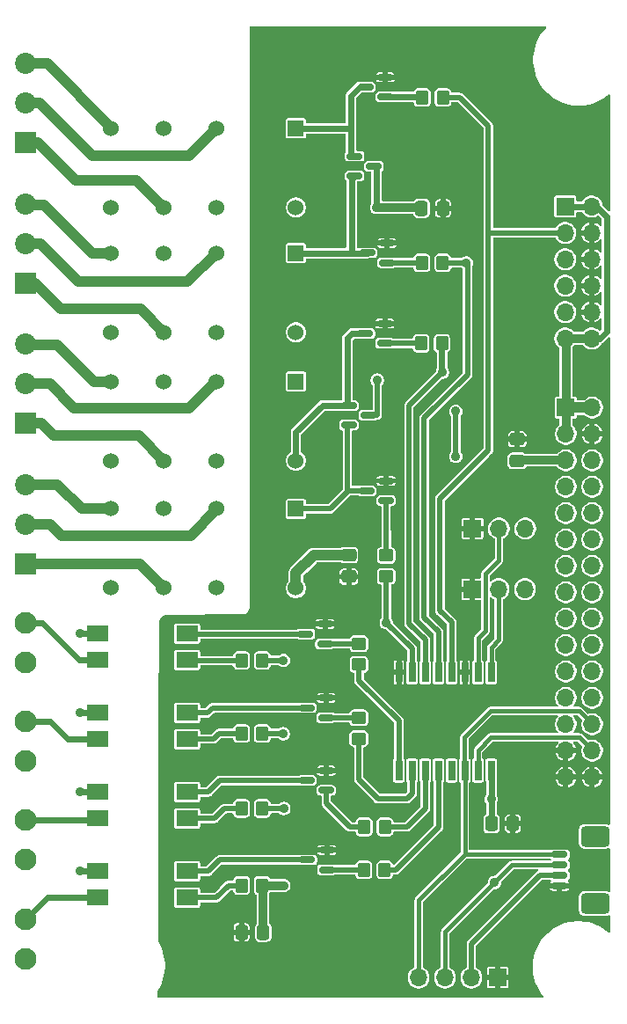
<source format=gbr>
%TF.GenerationSoftware,KiCad,Pcbnew,9.0.6*%
%TF.CreationDate,2025-11-26T11:15:41+11:00*%
%TF.ProjectId,v7_equip_digital_out,76375f65-7175-4697-905f-646967697461,rev?*%
%TF.SameCoordinates,Original*%
%TF.FileFunction,Copper,L1,Top*%
%TF.FilePolarity,Positive*%
%FSLAX46Y46*%
G04 Gerber Fmt 4.6, Leading zero omitted, Abs format (unit mm)*
G04 Created by KiCad (PCBNEW 9.0.6) date 2025-11-26 11:15:41*
%MOMM*%
%LPD*%
G01*
G04 APERTURE LIST*
G04 Aperture macros list*
%AMRoundRect*
0 Rectangle with rounded corners*
0 $1 Rounding radius*
0 $2 $3 $4 $5 $6 $7 $8 $9 X,Y pos of 4 corners*
0 Add a 4 corners polygon primitive as box body*
4,1,4,$2,$3,$4,$5,$6,$7,$8,$9,$2,$3,0*
0 Add four circle primitives for the rounded corners*
1,1,$1+$1,$2,$3*
1,1,$1+$1,$4,$5*
1,1,$1+$1,$6,$7*
1,1,$1+$1,$8,$9*
0 Add four rect primitives between the rounded corners*
20,1,$1+$1,$2,$3,$4,$5,0*
20,1,$1+$1,$4,$5,$6,$7,0*
20,1,$1+$1,$6,$7,$8,$9,0*
20,1,$1+$1,$8,$9,$2,$3,0*%
G04 Aperture macros list end*
%TA.AperFunction,SMDPad,CuDef*%
%ADD10RoundRect,0.150000X0.587500X0.150000X-0.587500X0.150000X-0.587500X-0.150000X0.587500X-0.150000X0*%
%TD*%
%TA.AperFunction,ComponentPad*%
%ADD11R,1.524000X1.524000*%
%TD*%
%TA.AperFunction,ComponentPad*%
%ADD12C,1.524000*%
%TD*%
%TA.AperFunction,SMDPad,CuDef*%
%ADD13RoundRect,0.250000X0.450000X-0.350000X0.450000X0.350000X-0.450000X0.350000X-0.450000X-0.350000X0*%
%TD*%
%TA.AperFunction,ComponentPad*%
%ADD14C,2.100000*%
%TD*%
%TA.AperFunction,ComponentPad*%
%ADD15R,2.025000X2.025000*%
%TD*%
%TA.AperFunction,ComponentPad*%
%ADD16C,2.025000*%
%TD*%
%TA.AperFunction,SMDPad,CuDef*%
%ADD17RoundRect,0.250000X0.337500X0.475000X-0.337500X0.475000X-0.337500X-0.475000X0.337500X-0.475000X0*%
%TD*%
%TA.AperFunction,SMDPad,CuDef*%
%ADD18RoundRect,0.250000X-0.475000X0.337500X-0.475000X-0.337500X0.475000X-0.337500X0.475000X0.337500X0*%
%TD*%
%TA.AperFunction,ComponentPad*%
%ADD19R,1.700000X1.700000*%
%TD*%
%TA.AperFunction,ComponentPad*%
%ADD20O,1.700000X1.700000*%
%TD*%
%TA.AperFunction,SMDPad,CuDef*%
%ADD21R,2.100000X1.550000*%
%TD*%
%TA.AperFunction,SMDPad,CuDef*%
%ADD22RoundRect,0.250000X-0.350000X-0.450000X0.350000X-0.450000X0.350000X0.450000X-0.350000X0.450000X0*%
%TD*%
%TA.AperFunction,SMDPad,CuDef*%
%ADD23RoundRect,0.250000X0.350000X0.450000X-0.350000X0.450000X-0.350000X-0.450000X0.350000X-0.450000X0*%
%TD*%
%TA.AperFunction,SMDPad,CuDef*%
%ADD24RoundRect,0.250000X-0.337500X-0.475000X0.337500X-0.475000X0.337500X0.475000X-0.337500X0.475000X0*%
%TD*%
%TA.AperFunction,SMDPad,CuDef*%
%ADD25RoundRect,0.150000X-0.587500X-0.150000X0.587500X-0.150000X0.587500X0.150000X-0.587500X0.150000X0*%
%TD*%
%TA.AperFunction,SMDPad,CuDef*%
%ADD26RoundRect,0.250000X0.475000X-0.337500X0.475000X0.337500X-0.475000X0.337500X-0.475000X-0.337500X0*%
%TD*%
%TA.AperFunction,SMDPad,CuDef*%
%ADD27RoundRect,0.150000X0.625000X-0.150000X0.625000X0.150000X-0.625000X0.150000X-0.625000X-0.150000X0*%
%TD*%
%TA.AperFunction,SMDPad,CuDef*%
%ADD28RoundRect,0.416666X0.970834X-0.583334X0.970834X0.583334X-0.970834X0.583334X-0.970834X-0.583334X0*%
%TD*%
%TA.AperFunction,SMDPad,CuDef*%
%ADD29R,0.650000X1.950000*%
%TD*%
%TA.AperFunction,ViaPad*%
%ADD30C,0.889000*%
%TD*%
%TA.AperFunction,Conductor*%
%ADD31C,0.609600*%
%TD*%
%TA.AperFunction,Conductor*%
%ADD32C,0.812800*%
%TD*%
%TA.AperFunction,Conductor*%
%ADD33C,0.508000*%
%TD*%
%TA.AperFunction,Conductor*%
%ADD34C,1.016000*%
%TD*%
%TA.AperFunction,Conductor*%
%ADD35C,0.406400*%
%TD*%
G04 APERTURE END LIST*
D10*
%TO.P,Q1,1,B*%
%TO.N,Net-(Q1-B)*%
X31800800Y-60208200D03*
%TO.P,Q1,2,E*%
%TO.N,GND*%
X31800800Y-58308200D03*
%TO.P,Q1,3,C*%
%TO.N,Net-(Q1-C)*%
X29925800Y-59258200D03*
%TD*%
D11*
%TO.P,K2,1*%
%TO.N,Net-(Q3-C)*%
X29000000Y-22606000D03*
D12*
%TO.P,K2,4*%
%TO.N,Net-(J2-Pin_2)*%
X21380000Y-22606000D03*
%TO.P,K2,6*%
%TO.N,Net-(J2-Pin_1)*%
X16300000Y-22606000D03*
%TO.P,K2,8*%
%TO.N,Net-(J2-Pin_3)*%
X11220000Y-22606000D03*
%TO.P,K2,9*%
X11220000Y-30226000D03*
%TO.P,K2,11*%
%TO.N,Net-(J2-Pin_1)*%
X16300000Y-30226000D03*
%TO.P,K2,13*%
%TO.N,Net-(J2-Pin_2)*%
X21380000Y-30226000D03*
%TO.P,K2,16*%
%TO.N,+5V*%
X29000000Y-30226000D03*
%TD*%
D13*
%TO.P,R4,1*%
%TO.N,/P5*%
X35052000Y-69326000D03*
%TO.P,R4,2*%
%TO.N,Net-(Q2-B)*%
X35052000Y-67326000D03*
%TD*%
D14*
%TO.P,J5,1,Pin_1*%
%TO.N,Net-(J5-Pin_1)*%
X3000000Y-71500000D03*
%TO.P,J5,2,Pin_2*%
%TO.N,Net-(J5-Pin_2)*%
X3000000Y-67690000D03*
%TD*%
%TO.P,J3,1,Pin_1*%
%TO.N,Net-(J3-Pin_1)*%
X3000000Y-62000000D03*
%TO.P,J3,2,Pin_2*%
%TO.N,Net-(J3-Pin_2)*%
X3000000Y-58190000D03*
%TD*%
D15*
%TO.P,J1,1,Pin_1*%
%TO.N,Net-(J1-Pin_1)*%
X3000000Y-12000000D03*
D16*
%TO.P,J1,2,Pin_2*%
%TO.N,Net-(J1-Pin_2)*%
X3000000Y-8190000D03*
%TO.P,J1,3,Pin_3*%
%TO.N,Net-(J1-Pin_3)*%
X3000000Y-4380000D03*
%TD*%
D17*
%TO.P,C4,1*%
%TO.N,+5V*%
X25853300Y-87960200D03*
%TO.P,C4,2*%
%TO.N,GND*%
X23778300Y-87960200D03*
%TD*%
D18*
%TO.P,C2,1*%
%TO.N,+5V*%
X34086800Y-51667500D03*
%TO.P,C2,2*%
%TO.N,GND*%
X34086800Y-53742500D03*
%TD*%
D14*
%TO.P,J10,1,Pin_1*%
%TO.N,Net-(J10-Pin_1)*%
X3000000Y-90500000D03*
%TO.P,J10,2,Pin_2*%
%TO.N,Net-(J10-Pin_2)*%
X3000000Y-86690000D03*
%TD*%
D19*
%TO.P,JP1,1,A*%
%TO.N,GND*%
X45974000Y-54940200D03*
D20*
%TO.P,JP1,2,C*%
%TO.N,/A0*%
X48514000Y-54940200D03*
%TO.P,JP1,3,B*%
%TO.N,+3V3*%
X51054000Y-54940200D03*
%TD*%
D21*
%TO.P,U3,1*%
%TO.N,Net-(R7-Pad1)*%
X18524000Y-77004332D03*
%TO.P,U3,2*%
%TO.N,Net-(Q5-C)*%
X18524000Y-74464332D03*
%TO.P,U3,3*%
%TO.N,Net-(J7-Pin_1)*%
X9924000Y-74464332D03*
%TO.P,U3,4*%
%TO.N,Net-(J7-Pin_2)*%
X9924000Y-77004332D03*
%TD*%
D13*
%TO.P,R2,1*%
%TO.N,/P4*%
X35077400Y-62188600D03*
%TO.P,R2,2*%
%TO.N,Net-(Q1-B)*%
X35077400Y-60188600D03*
%TD*%
D22*
%TO.P,R1,1*%
%TO.N,Net-(R1-Pad1)*%
X23765000Y-61798200D03*
%TO.P,R1,2*%
%TO.N,+5V*%
X25765000Y-61798200D03*
%TD*%
%TO.P,R3,1*%
%TO.N,Net-(R3-Pad1)*%
X23765000Y-68834000D03*
%TO.P,R3,2*%
%TO.N,+5V*%
X25765000Y-68834000D03*
%TD*%
D21*
%TO.P,U4,1*%
%TO.N,Net-(R9-Pad1)*%
X18524000Y-84632800D03*
%TO.P,U4,2*%
%TO.N,Net-(Q6-C)*%
X18524000Y-82092800D03*
%TO.P,U4,3*%
%TO.N,Net-(J10-Pin_1)*%
X9924000Y-82092800D03*
%TO.P,U4,4*%
%TO.N,Net-(J10-Pin_2)*%
X9924000Y-84632800D03*
%TD*%
D13*
%TO.P,R12,1*%
%TO.N,/P3*%
X37693600Y-53705000D03*
%TO.P,R12,2*%
%TO.N,Net-(Q8-B)*%
X37693600Y-51705000D03*
%TD*%
D23*
%TO.P,R5,1*%
%TO.N,/P1*%
X43138600Y-23545800D03*
%TO.P,R5,2*%
%TO.N,Net-(Q3-B)*%
X41138600Y-23545800D03*
%TD*%
D24*
%TO.P,C3,1*%
%TO.N,+3V3*%
X47832100Y-77520800D03*
%TO.P,C3,2*%
%TO.N,GND*%
X49907100Y-77520800D03*
%TD*%
D19*
%TO.P,JP2,1,A*%
%TO.N,GND*%
X46014400Y-49098200D03*
D20*
%TO.P,JP2,2,C*%
%TO.N,/A1*%
X48554400Y-49098200D03*
%TO.P,JP2,3,B*%
%TO.N,+3V3*%
X51094400Y-49098200D03*
%TD*%
D21*
%TO.P,U2,1*%
%TO.N,Net-(R3-Pad1)*%
X18524000Y-69375866D03*
%TO.P,U2,2*%
%TO.N,Net-(Q2-C)*%
X18524000Y-66835866D03*
%TO.P,U2,3*%
%TO.N,Net-(J5-Pin_1)*%
X9924000Y-66835866D03*
%TO.P,U2,4*%
%TO.N,Net-(J5-Pin_2)*%
X9924000Y-69375866D03*
%TD*%
D10*
%TO.P,Q2,1,B*%
%TO.N,Net-(Q2-B)*%
X31900100Y-67308900D03*
%TO.P,Q2,2,E*%
%TO.N,GND*%
X31900100Y-65408900D03*
%TO.P,Q2,3,C*%
%TO.N,Net-(Q2-C)*%
X30025100Y-66358900D03*
%TD*%
D19*
%TO.P,J6,1,Pin_1*%
%TO.N,+5V*%
X54991000Y-37465000D03*
D20*
%TO.P,J6,2,Pin_2*%
X57531000Y-37465000D03*
%TO.P,J6,3,Pin_3*%
X54991000Y-40005000D03*
%TO.P,J6,4,Pin_4*%
%TO.N,GND*%
X57531000Y-40005000D03*
%TO.P,J6,5,Pin_5*%
%TO.N,+3V3*%
X54991000Y-42545000D03*
%TO.P,J6,6,Pin_6*%
%TO.N,/GP15*%
X57531000Y-42545000D03*
%TO.P,J6,7,Pin_7*%
%TO.N,/GP16*%
X54991000Y-45085000D03*
%TO.P,J6,8,Pin_8*%
%TO.N,/GP14*%
X57531000Y-45085000D03*
%TO.P,J6,9,Pin_9*%
%TO.N,/GP17*%
X54991000Y-47625000D03*
%TO.P,J6,10,Pin_10*%
%TO.N,/GP13*%
X57531000Y-47625000D03*
%TO.P,J6,11,Pin_11*%
%TO.N,/AN_CS0*%
X54991000Y-50165000D03*
%TO.P,J6,12,Pin_12*%
%TO.N,/GP12*%
X57531000Y-50165000D03*
%TO.P,J6,13,Pin_13*%
%TO.N,/AN_CS1*%
X54991000Y-52705000D03*
%TO.P,J6,14,Pin_14*%
%TO.N,/GP11*%
X57531000Y-52705000D03*
%TO.P,J6,15,Pin_15*%
%TO.N,/AN_CS2*%
X54991000Y-55245000D03*
%TO.P,J6,16,Pin_16*%
%TO.N,/GP10*%
X57531000Y-55245000D03*
%TO.P,J6,17,Pin_17*%
%TO.N,/AN_CS3*%
X54991000Y-57785000D03*
%TO.P,J6,18,Pin_18*%
%TO.N,/GP9*%
X57531000Y-57785000D03*
%TO.P,J6,19,Pin_19*%
%TO.N,/MOSI*%
X54991000Y-60325000D03*
%TO.P,J6,20,Pin_20*%
%TO.N,/GP8*%
X57531000Y-60325000D03*
%TO.P,J6,21,Pin_21*%
%TO.N,/SCK*%
X54991000Y-62865000D03*
%TO.P,J6,22,Pin_22*%
%TO.N,/GP7*%
X57531000Y-62865000D03*
%TO.P,J6,23,Pin_23*%
%TO.N,/GP1*%
X54991000Y-65405000D03*
%TO.P,J6,24,Pin_24*%
%TO.N,/GP6*%
X57531000Y-65405000D03*
%TO.P,J6,25,Pin_25*%
%TO.N,/MISO*%
X54991000Y-67945000D03*
%TO.P,J6,26,Pin_26*%
%TO.N,/SCL0*%
X57531000Y-67945000D03*
%TO.P,J6,27,Pin_27*%
%TO.N,GND*%
X54991000Y-70485000D03*
%TO.P,J6,28,Pin_28*%
%TO.N,/SDA0*%
X57531000Y-70485000D03*
%TO.P,J6,29,Pin_29*%
%TO.N,GND*%
X54991000Y-73025000D03*
%TO.P,J6,30,Pin_30*%
X57531000Y-73025000D03*
%TD*%
D19*
%TO.P,CON1,1,Pin_1*%
%TO.N,GND*%
X48437800Y-92329000D03*
D20*
%TO.P,CON1,2,Pin_2*%
%TO.N,+3V3*%
X45897800Y-92329000D03*
%TO.P,CON1,3,Pin_3*%
%TO.N,/SDA0*%
X43357800Y-92329000D03*
%TO.P,CON1,4,Pin_4*%
%TO.N,/SCL0*%
X40817800Y-92329000D03*
%TD*%
D22*
%TO.P,R7,1*%
%TO.N,Net-(R7-Pad1)*%
X23765000Y-76047600D03*
%TO.P,R7,2*%
%TO.N,+5V*%
X25765000Y-76047600D03*
%TD*%
D15*
%TO.P,J2,1,Pin_1*%
%TO.N,Net-(J2-Pin_1)*%
X3000000Y-25500000D03*
D16*
%TO.P,J2,2,Pin_2*%
%TO.N,Net-(J2-Pin_2)*%
X3000000Y-21690000D03*
%TO.P,J2,3,Pin_3*%
%TO.N,Net-(J2-Pin_3)*%
X3000000Y-17880000D03*
%TD*%
D11*
%TO.P,K4,1*%
%TO.N,Net-(Q8-C)*%
X29000000Y-47218600D03*
D12*
%TO.P,K4,4*%
%TO.N,Net-(J9-Pin_2)*%
X21380000Y-47218600D03*
%TO.P,K4,6*%
%TO.N,Net-(J9-Pin_1)*%
X16300000Y-47218600D03*
%TO.P,K4,8*%
%TO.N,Net-(J9-Pin_3)*%
X11220000Y-47218600D03*
%TO.P,K4,9*%
X11220000Y-54838600D03*
%TO.P,K4,11*%
%TO.N,Net-(J9-Pin_1)*%
X16300000Y-54838600D03*
%TO.P,K4,13*%
%TO.N,Net-(J9-Pin_2)*%
X21380000Y-54838600D03*
%TO.P,K4,16*%
%TO.N,+5V*%
X29000000Y-54838600D03*
%TD*%
D10*
%TO.P,Q5,1,B*%
%TO.N,Net-(Q5-B)*%
X31925500Y-74305200D03*
%TO.P,Q5,2,E*%
%TO.N,GND*%
X31925500Y-72405200D03*
%TO.P,Q5,3,C*%
%TO.N,Net-(Q5-C)*%
X30050500Y-73355200D03*
%TD*%
D15*
%TO.P,J9,1,Pin_1*%
%TO.N,Net-(J9-Pin_1)*%
X3000000Y-52500000D03*
D16*
%TO.P,J9,2,Pin_2*%
%TO.N,Net-(J9-Pin_2)*%
X3000000Y-48690000D03*
%TO.P,J9,3,Pin_3*%
%TO.N,Net-(J9-Pin_3)*%
X3000000Y-44880000D03*
%TD*%
D25*
%TO.P,D1,1*%
%TO.N,Net-(Q4-C)*%
X34647900Y-13274000D03*
%TO.P,D1,2*%
%TO.N,Net-(Q3-C)*%
X34647900Y-15174000D03*
%TO.P,D1,3*%
%TO.N,+5V*%
X36522900Y-14224000D03*
%TD*%
D10*
%TO.P,Q8,1,B*%
%TO.N,Net-(Q8-B)*%
X37691300Y-46416000D03*
%TO.P,Q8,2,E*%
%TO.N,GND*%
X37691300Y-44516000D03*
%TO.P,Q8,3,C*%
%TO.N,Net-(Q8-C)*%
X35816300Y-45466000D03*
%TD*%
D22*
%TO.P,R9,1*%
%TO.N,Net-(R9-Pad1)*%
X23765000Y-83464400D03*
%TO.P,R9,2*%
%TO.N,+5V*%
X25765000Y-83464400D03*
%TD*%
D21*
%TO.P,U1,1*%
%TO.N,Net-(R1-Pad1)*%
X18524000Y-61747400D03*
%TO.P,U1,2*%
%TO.N,Net-(Q1-C)*%
X18524000Y-59207400D03*
%TO.P,U1,3*%
%TO.N,Net-(J3-Pin_1)*%
X9924000Y-59207400D03*
%TO.P,U1,4*%
%TO.N,Net-(J3-Pin_2)*%
X9924000Y-61747400D03*
%TD*%
D26*
%TO.P,C1,1*%
%TO.N,+3V3*%
X50317400Y-42591900D03*
%TO.P,C1,2*%
%TO.N,GND*%
X50317400Y-40516900D03*
%TD*%
D14*
%TO.P,J7,1,Pin_1*%
%TO.N,Net-(J7-Pin_1)*%
X3000000Y-81000000D03*
%TO.P,J7,2,Pin_2*%
%TO.N,Net-(J7-Pin_2)*%
X3000000Y-77190000D03*
%TD*%
D10*
%TO.P,Q6,1,B*%
%TO.N,Net-(Q6-B)*%
X31976300Y-81950600D03*
%TO.P,Q6,2,E*%
%TO.N,GND*%
X31976300Y-80050600D03*
%TO.P,Q6,3,C*%
%TO.N,Net-(Q6-C)*%
X30101300Y-81000600D03*
%TD*%
D15*
%TO.P,J8,1,Pin_1*%
%TO.N,Net-(J8-Pin_1)*%
X3000000Y-39000000D03*
D16*
%TO.P,J8,2,Pin_2*%
%TO.N,Net-(J8-Pin_2)*%
X3000000Y-35190000D03*
%TO.P,J8,3,Pin_3*%
%TO.N,Net-(J8-Pin_3)*%
X3000000Y-31380000D03*
%TD*%
D10*
%TO.P,Q7,1,B*%
%TO.N,Net-(Q7-B)*%
X37564300Y-31277600D03*
%TO.P,Q7,2,E*%
%TO.N,GND*%
X37564300Y-29377600D03*
%TO.P,Q7,3,C*%
%TO.N,Net-(Q7-C)*%
X35689300Y-30327600D03*
%TD*%
D19*
%TO.P,J11,1,Pin_1*%
%TO.N,+5V*%
X54940200Y-18110200D03*
D20*
%TO.P,J11,2,Pin_2*%
X57480200Y-18110200D03*
%TO.P,J11,3,Pin_3*%
%TO.N,/P0*%
X54940200Y-20650200D03*
%TO.P,J11,4,Pin_4*%
%TO.N,GND*%
X57480200Y-20650200D03*
%TO.P,J11,5,Pin_5*%
%TO.N,/P1*%
X54940200Y-23190200D03*
%TO.P,J11,6,Pin_6*%
%TO.N,GND*%
X57480200Y-23190200D03*
%TO.P,J11,7,Pin_7*%
%TO.N,/P2*%
X54940200Y-25730200D03*
%TO.P,J11,8,Pin_8*%
%TO.N,GND*%
X57480200Y-25730200D03*
%TO.P,J11,9,Pin_9*%
%TO.N,/P3*%
X54940200Y-28270200D03*
%TO.P,J11,10,Pin_10*%
%TO.N,GND*%
X57480200Y-28270200D03*
%TO.P,J11,11,Pin_11*%
%TO.N,+5V*%
X54940200Y-30810200D03*
%TO.P,J11,12,Pin_12*%
X57480200Y-30810200D03*
%TD*%
D10*
%TO.P,Q3,1,B*%
%TO.N,Net-(Q3-B)*%
X37767500Y-23530600D03*
%TO.P,Q3,2,E*%
%TO.N,GND*%
X37767500Y-21630600D03*
%TO.P,Q3,3,C*%
%TO.N,Net-(Q3-C)*%
X35892500Y-22580600D03*
%TD*%
D11*
%TO.P,K3,1*%
%TO.N,+5V*%
X29000000Y-34950400D03*
D12*
%TO.P,K3,4*%
%TO.N,Net-(J8-Pin_2)*%
X21380000Y-34950400D03*
%TO.P,K3,6*%
%TO.N,Net-(J8-Pin_1)*%
X16300000Y-34950400D03*
%TO.P,K3,8*%
%TO.N,Net-(J8-Pin_3)*%
X11220000Y-34950400D03*
%TO.P,K3,9*%
X11220000Y-42570400D03*
%TO.P,K3,11*%
%TO.N,Net-(J8-Pin_1)*%
X16300000Y-42570400D03*
%TO.P,K3,13*%
%TO.N,Net-(J8-Pin_2)*%
X21380000Y-42570400D03*
%TO.P,K3,16*%
%TO.N,Net-(Q7-C)*%
X29000000Y-42570400D03*
%TD*%
D24*
%TO.P,C5,1*%
%TO.N,+5V*%
X41101100Y-18288000D03*
%TO.P,C5,2*%
%TO.N,GND*%
X43176100Y-18288000D03*
%TD*%
D11*
%TO.P,K1,1*%
%TO.N,Net-(Q4-C)*%
X29000000Y-10591800D03*
D12*
%TO.P,K1,4*%
%TO.N,Net-(J1-Pin_2)*%
X21380000Y-10591800D03*
%TO.P,K1,6*%
%TO.N,Net-(J1-Pin_1)*%
X16300000Y-10591800D03*
%TO.P,K1,8*%
%TO.N,Net-(J1-Pin_3)*%
X11220000Y-10591800D03*
%TO.P,K1,9*%
X11220000Y-18211800D03*
%TO.P,K1,11*%
%TO.N,Net-(J1-Pin_1)*%
X16300000Y-18211800D03*
%TO.P,K1,13*%
%TO.N,Net-(J1-Pin_2)*%
X21380000Y-18211800D03*
%TO.P,K1,16*%
%TO.N,+5V*%
X29000000Y-18211800D03*
%TD*%
D23*
%TO.P,R11,1*%
%TO.N,/P2*%
X43062400Y-31292800D03*
%TO.P,R11,2*%
%TO.N,Net-(Q7-B)*%
X41062400Y-31292800D03*
%TD*%
%TO.P,R10,1*%
%TO.N,/P7*%
X37550600Y-81965800D03*
%TO.P,R10,2*%
%TO.N,Net-(Q6-B)*%
X35550600Y-81965800D03*
%TD*%
D27*
%TO.P,CON2,1,Pin_1*%
%TO.N,GND*%
X54388000Y-83491200D03*
%TO.P,CON2,2,Pin_2*%
%TO.N,+3V3*%
X54388000Y-82491200D03*
%TO.P,CON2,3,Pin_3*%
%TO.N,/SDA0*%
X54388000Y-81491200D03*
%TO.P,CON2,4,Pin_4*%
%TO.N,/SCL0*%
X54388000Y-80491200D03*
D28*
%TO.P,CON2,MP*%
%TO.N,N/C*%
X57810400Y-85191600D03*
X57810400Y-78740000D03*
%TD*%
D23*
%TO.P,R6,1*%
%TO.N,/P0*%
X43164000Y-7620000D03*
%TO.P,R6,2*%
%TO.N,Net-(Q4-B)*%
X41164000Y-7620000D03*
%TD*%
D25*
%TO.P,D2,1*%
%TO.N,Net-(Q7-C)*%
X34089100Y-37251600D03*
%TO.P,D2,2*%
%TO.N,Net-(Q8-C)*%
X34089100Y-39151600D03*
%TO.P,D2,3*%
%TO.N,+5V*%
X35964100Y-38201600D03*
%TD*%
D29*
%TO.P,IC1,1,A0*%
%TO.N,/A0*%
X47802800Y-62940600D03*
%TO.P,IC1,2,A1*%
%TO.N,/A1*%
X46532800Y-62940600D03*
%TO.P,IC1,3,A2*%
%TO.N,GND*%
X45262800Y-62940600D03*
%TO.P,IC1,4,P0*%
%TO.N,/P0*%
X43992800Y-62940600D03*
%TO.P,IC1,5,P1*%
%TO.N,/P1*%
X42722800Y-62940600D03*
%TO.P,IC1,6,P2*%
%TO.N,/P2*%
X41452800Y-62940600D03*
%TO.P,IC1,7,P3*%
%TO.N,/P3*%
X40182800Y-62940600D03*
%TO.P,IC1,8,GND*%
%TO.N,GND*%
X38912800Y-62940600D03*
%TO.P,IC1,9,P4*%
%TO.N,/P4*%
X38912800Y-72390600D03*
%TO.P,IC1,10,P5*%
%TO.N,/P5*%
X40182800Y-72390600D03*
%TO.P,IC1,11,P6*%
%TO.N,/P6*%
X41452800Y-72390600D03*
%TO.P,IC1,12,P7*%
%TO.N,/P7*%
X42722800Y-72390600D03*
%TO.P,IC1,13,~{INT}*%
%TO.N,unconnected-(IC1-~{INT}-Pad13)*%
X43992800Y-72390600D03*
%TO.P,IC1,14,SCL*%
%TO.N,/SCL0*%
X45262800Y-72390600D03*
%TO.P,IC1,15,SDA*%
%TO.N,/SDA0*%
X46532800Y-72390600D03*
%TO.P,IC1,16,VCC*%
%TO.N,+3V3*%
X47802800Y-72390600D03*
%TD*%
D23*
%TO.P,R8,1*%
%TO.N,/P6*%
X37576000Y-77825600D03*
%TO.P,R8,2*%
%TO.N,Net-(Q5-B)*%
X35576000Y-77825600D03*
%TD*%
D10*
%TO.P,Q4,1,B*%
%TO.N,Net-(Q4-B)*%
X37615100Y-7579400D03*
%TO.P,Q4,2,E*%
%TO.N,GND*%
X37615100Y-5679400D03*
%TO.P,Q4,3,C*%
%TO.N,Net-(Q4-C)*%
X35740100Y-6629400D03*
%TD*%
D30*
%TO.N,GND*%
X42164000Y-3454400D03*
X44043600Y-67741800D03*
X49123600Y-67945000D03*
X52044600Y-77546200D03*
X39801800Y-27940000D03*
X18389600Y-64465200D03*
X38455600Y-41833800D03*
X31623000Y-69748400D03*
X40944800Y-82397600D03*
X25654000Y-26466800D03*
X18389600Y-79679800D03*
X51460400Y-36195000D03*
X25704800Y-38735000D03*
X25806400Y-51028600D03*
X31623000Y-62738000D03*
X39776400Y-34544000D03*
X18389600Y-72110600D03*
X39801800Y-20777200D03*
X53975000Y-86106000D03*
X18338800Y-87680800D03*
X25755600Y-3454400D03*
X25679400Y-14401800D03*
X49098200Y-65278000D03*
X31699200Y-77470000D03*
X31623000Y-56286400D03*
X37363400Y-63042800D03*
X57378600Y-10439400D03*
%TO.N,+3V3*%
X47802800Y-75133200D03*
%TO.N,/P2*%
X43113200Y-34061400D03*
%TO.N,/P1*%
X45415200Y-23545800D03*
%TO.N,/P3*%
X44399200Y-42164000D03*
X37693600Y-58166000D03*
X44399200Y-37820600D03*
%TO.N,+5V*%
X36779200Y-18211800D03*
X36830000Y-34823400D03*
X27787600Y-68859400D03*
X27838400Y-76047600D03*
X27813000Y-61798200D03*
X27838400Y-83464400D03*
%TO.N,Net-(J3-Pin_1)*%
X8178800Y-59207400D03*
%TO.N,Net-(J5-Pin_1)*%
X8178800Y-66835866D03*
%TO.N,Net-(J7-Pin_1)*%
X8204200Y-74464332D03*
%TO.N,Net-(J10-Pin_1)*%
X8229600Y-82092800D03*
%TO.N,/SDA0*%
X48120300Y-83172300D03*
%TD*%
D31*
%TO.N,+3V3*%
X47802800Y-75133200D02*
X47802800Y-72390600D01*
X47802800Y-75133200D02*
X47802800Y-77948700D01*
D32*
X50364300Y-42545000D02*
X50317400Y-42591900D01*
D33*
X54388000Y-82491200D02*
X52459000Y-82491200D01*
D32*
X54991000Y-42545000D02*
X50364300Y-42545000D01*
D33*
X45897800Y-89052400D02*
X45897800Y-92329000D01*
X52459000Y-82491200D02*
X45897800Y-89052400D01*
D34*
%TO.N,Net-(J2-Pin_2)*%
X4367200Y-21690000D02*
X8051800Y-25374600D01*
X18567400Y-25374600D02*
X21336000Y-22606000D01*
X8051800Y-25374600D02*
X18567400Y-25374600D01*
X3000000Y-21690000D02*
X4367200Y-21690000D01*
%TO.N,Net-(J2-Pin_3)*%
X4775200Y-17957800D02*
X9423400Y-22606000D01*
X3077800Y-17957800D02*
X4775200Y-17957800D01*
X9423400Y-22606000D02*
X11220000Y-22606000D01*
D35*
%TO.N,/A1*%
X46532800Y-59664600D02*
X46532800Y-62940600D01*
X47244000Y-58953400D02*
X46532800Y-59664600D01*
X47244000Y-53467000D02*
X47244000Y-58953400D01*
X48554400Y-49098200D02*
X48554400Y-52156600D01*
X48554400Y-52156600D02*
X47244000Y-53467000D01*
D33*
%TO.N,/P2*%
X41452800Y-59817000D02*
X39878000Y-58242200D01*
X41452800Y-62940600D02*
X41452800Y-59817000D01*
X43113200Y-34026600D02*
X43113200Y-31343600D01*
X39878000Y-58242200D02*
X39878000Y-37261800D01*
X43037000Y-33985200D02*
X43037000Y-31318200D01*
X43113200Y-34061400D02*
X43037000Y-33985200D01*
X39878000Y-37261800D02*
X43113200Y-34026600D01*
%TO.N,/P1*%
X41351200Y-57658000D02*
X42722800Y-59029600D01*
X45516800Y-23647400D02*
X45516800Y-34315400D01*
X41351200Y-38481000D02*
X41351200Y-57658000D01*
X45516800Y-34315400D02*
X41351200Y-38481000D01*
X42722800Y-59029600D02*
X42722800Y-62940600D01*
X45415200Y-23545800D02*
X45516800Y-23647400D01*
X45415200Y-23545800D02*
X43138600Y-23545800D01*
%TO.N,/P4*%
X38912800Y-72390600D02*
X38912800Y-67614800D01*
X38912800Y-67614800D02*
X35077400Y-63779400D01*
X35077400Y-63779400D02*
X35077400Y-62188600D01*
%TO.N,/P0*%
X47523400Y-41579800D02*
X42875200Y-46228000D01*
X47523400Y-10388600D02*
X47523400Y-41579800D01*
X43164000Y-7620000D02*
X44754800Y-7620000D01*
X44754800Y-7620000D02*
X47523400Y-10388600D01*
X42875200Y-46228000D02*
X42875200Y-57023000D01*
X42875200Y-57023000D02*
X43992800Y-58140600D01*
X54940200Y-20650200D02*
X47523400Y-20650200D01*
X43992800Y-58140600D02*
X43992800Y-62940600D01*
%TO.N,/P6*%
X39674800Y-77825600D02*
X37576000Y-77825600D01*
X41452800Y-76047600D02*
X39674800Y-77825600D01*
X41452800Y-72390600D02*
X41452800Y-76047600D01*
D35*
%TO.N,/A0*%
X48514000Y-59817000D02*
X47802800Y-60528200D01*
X48514000Y-54940200D02*
X48514000Y-59817000D01*
X47802800Y-60528200D02*
X47802800Y-62940600D01*
D33*
%TO.N,/P5*%
X35052000Y-73253600D02*
X36880800Y-75082400D01*
X36880800Y-75082400D02*
X39700200Y-75082400D01*
X40208200Y-74574400D02*
X40208200Y-72567800D01*
X35052000Y-69326000D02*
X35052000Y-73253600D01*
X39700200Y-75082400D02*
X40208200Y-74574400D01*
%TO.N,/P3*%
X44399200Y-42164000D02*
X44399200Y-37820600D01*
X37693600Y-58166000D02*
X37693600Y-53705000D01*
X37693600Y-58166000D02*
X40182800Y-60655200D01*
X40182800Y-60655200D02*
X40182800Y-62940600D01*
%TO.N,Net-(Q1-B)*%
X31800800Y-60208200D02*
X35057800Y-60208200D01*
%TO.N,Net-(Q2-B)*%
X35052000Y-67326000D02*
X31917200Y-67326000D01*
%TO.N,Net-(Q3-B)*%
X37777700Y-23520400D02*
X41113200Y-23520400D01*
%TO.N,Net-(Q1-C)*%
X18600200Y-59283600D02*
X29900400Y-59283600D01*
D31*
%TO.N,Net-(Q3-C)*%
X34340800Y-15481100D02*
X34340800Y-22580600D01*
X35867100Y-22606000D02*
X29000000Y-22606000D01*
X34647900Y-15174000D02*
X34340800Y-15481100D01*
D33*
%TO.N,Net-(Q2-C)*%
X20489334Y-66835866D02*
X18524000Y-66835866D01*
X30025100Y-66358900D02*
X20966300Y-66358900D01*
X20966300Y-66358900D02*
X20489334Y-66835866D01*
%TO.N,/P7*%
X42722800Y-77851000D02*
X38608000Y-81965800D01*
X38608000Y-81965800D02*
X37550600Y-81965800D01*
X42722800Y-72390600D02*
X42722800Y-77851000D01*
D31*
%TO.N,+5V*%
X58928000Y-19100800D02*
X57937400Y-18110200D01*
X36779200Y-14480300D02*
X36522900Y-14224000D01*
D33*
X27787600Y-68859400D02*
X27762200Y-68834000D01*
X36830000Y-38201600D02*
X35964100Y-38201600D01*
X27762200Y-68834000D02*
X25765000Y-68834000D01*
D31*
X36779200Y-18211800D02*
X36779200Y-14480300D01*
X57480200Y-18110200D02*
X54940200Y-18110200D01*
D32*
X54940200Y-30810200D02*
X57480200Y-30810200D01*
D34*
X30704700Y-51667500D02*
X34086800Y-51667500D01*
D33*
X36830000Y-34823400D02*
X36830000Y-38201600D01*
D32*
X27838400Y-83464400D02*
X25765000Y-83464400D01*
D31*
X57480200Y-30810200D02*
X58242200Y-30810200D01*
D33*
X27838400Y-76047600D02*
X25765000Y-76047600D01*
X27813000Y-61798200D02*
X25765000Y-61798200D01*
D32*
X36779200Y-18211800D02*
X41024900Y-18211800D01*
D34*
X29000000Y-53372200D02*
X30704700Y-51667500D01*
X57531000Y-37465000D02*
X54991000Y-37465000D01*
X29000000Y-54838600D02*
X29000000Y-53372200D01*
D32*
X25831800Y-87938700D02*
X25831800Y-83531200D01*
D31*
X58928000Y-30124400D02*
X58928000Y-19100800D01*
X58242200Y-30810200D02*
X58928000Y-30124400D01*
D32*
X55000000Y-40007600D02*
X55000000Y-30870000D01*
D34*
%TO.N,Net-(J1-Pin_2)*%
X18745200Y-13233400D02*
X9372600Y-13233400D01*
X4329200Y-8190000D02*
X3000000Y-8190000D01*
X9372600Y-13233400D02*
X4329200Y-8190000D01*
X21380000Y-10598600D02*
X18745200Y-13233400D01*
%TO.N,Net-(J1-Pin_1)*%
X13665200Y-15595600D02*
X7772400Y-15595600D01*
X4176800Y-12000000D02*
X3000000Y-12000000D01*
X7772400Y-15595600D02*
X4176800Y-12000000D01*
X16281400Y-18211800D02*
X13665200Y-15595600D01*
%TO.N,Net-(J1-Pin_3)*%
X5065800Y-4380000D02*
X3000000Y-4380000D01*
X11220000Y-10534200D02*
X5065800Y-4380000D01*
D31*
%TO.N,Net-(J3-Pin_2)*%
X3000000Y-58190000D02*
X4545200Y-58190000D01*
X8102600Y-61747400D02*
X9924000Y-61747400D01*
X4545200Y-58190000D02*
X8102600Y-61747400D01*
D34*
%TO.N,Net-(J2-Pin_1)*%
X14046200Y-27965400D02*
X16300000Y-30219200D01*
X3884600Y-25500000D02*
X6350000Y-27965400D01*
X3000000Y-25500000D02*
X3884600Y-25500000D01*
X6350000Y-27965400D02*
X14046200Y-27965400D01*
D31*
%TO.N,Net-(J3-Pin_1)*%
X8178800Y-59207400D02*
X9924000Y-59207400D01*
%TO.N,Net-(J5-Pin_1)*%
X8178800Y-66835866D02*
X9924000Y-66835866D01*
%TO.N,Net-(Q4-C)*%
X34315400Y-10591800D02*
X29000000Y-10591800D01*
X34315400Y-7442200D02*
X35128200Y-6629400D01*
X35128200Y-6629400D02*
X35740100Y-6629400D01*
X34315400Y-12933600D02*
X34315400Y-7442200D01*
%TO.N,Net-(Q4-B)*%
X41123400Y-7579400D02*
X37615100Y-7579400D01*
%TO.N,Net-(J5-Pin_2)*%
X3000000Y-67690000D02*
X5358400Y-67690000D01*
X5358400Y-67690000D02*
X7044266Y-69375866D01*
X7044266Y-69375866D02*
X9924000Y-69375866D01*
%TO.N,Net-(J7-Pin_1)*%
X8204200Y-74464332D02*
X9924000Y-74464332D01*
%TO.N,Net-(J7-Pin_2)*%
X3000000Y-77190000D02*
X9738332Y-77190000D01*
D34*
%TO.N,Net-(J8-Pin_1)*%
X5638800Y-40157400D02*
X13868400Y-40157400D01*
X3000000Y-39000000D02*
X4481400Y-39000000D01*
X4481400Y-39000000D02*
X5638800Y-40157400D01*
X13868400Y-40157400D02*
X16281400Y-42570400D01*
D31*
%TO.N,Net-(Q7-C)*%
X33959800Y-37122300D02*
X34089100Y-37251600D01*
X33959800Y-30784800D02*
X33959800Y-37122300D01*
X29000000Y-42570400D02*
X29000000Y-39808600D01*
X31557000Y-37251600D02*
X34089100Y-37251600D01*
X34417000Y-30327600D02*
X33959800Y-30784800D01*
X35689300Y-30327600D02*
X34417000Y-30327600D01*
X29000000Y-39808600D02*
X31557000Y-37251600D01*
D33*
%TO.N,Net-(Q8-C)*%
X34089100Y-39151600D02*
X33959800Y-39280900D01*
X29025400Y-47193200D02*
X32334200Y-47193200D01*
X33959800Y-45364400D02*
X34061400Y-45466000D01*
X33959800Y-39280900D02*
X33959800Y-45364400D01*
X32334200Y-47193200D02*
X34061400Y-45466000D01*
X34061400Y-45466000D02*
X35816300Y-45466000D01*
%TO.N,Net-(Q5-B)*%
X34188400Y-77825600D02*
X35576000Y-77825600D01*
X31925500Y-74305200D02*
X31925500Y-75562700D01*
X31925500Y-75562700D02*
X34188400Y-77825600D01*
%TO.N,Net-(Q5-C)*%
X30050500Y-73355200D02*
X21666200Y-73355200D01*
X21666200Y-73355200D02*
X20557068Y-74464332D01*
X20557068Y-74464332D02*
X18524000Y-74464332D01*
%TO.N,Net-(Q6-C)*%
X20574000Y-82092800D02*
X18574800Y-82092800D01*
X21666200Y-81000600D02*
X20574000Y-82092800D01*
X30101300Y-81000600D02*
X21666200Y-81000600D01*
%TO.N,Net-(Q6-B)*%
X31991500Y-81965800D02*
X35550600Y-81965800D01*
X31976300Y-81950600D02*
X31991500Y-81965800D01*
%TO.N,Net-(Q7-B)*%
X41062400Y-31292800D02*
X37579500Y-31292800D01*
%TO.N,Net-(Q8-B)*%
X37693600Y-49352200D02*
X37693600Y-51705000D01*
X37691300Y-46416000D02*
X37691300Y-49349900D01*
X37691300Y-49349900D02*
X37693600Y-49352200D01*
%TO.N,Net-(R7-Pad1)*%
X21141268Y-77004332D02*
X22098000Y-76047600D01*
X18524000Y-77004332D02*
X21141268Y-77004332D01*
X22098000Y-76047600D02*
X23765000Y-76047600D01*
%TO.N,Net-(R9-Pad1)*%
X23765000Y-83464400D02*
X22504400Y-83464400D01*
X21336000Y-84632800D02*
X18574800Y-84632800D01*
X22504400Y-83464400D02*
X21336000Y-84632800D01*
D34*
%TO.N,Net-(J8-Pin_2)*%
X5345000Y-35190000D02*
X7645400Y-37490400D01*
X18745200Y-37490400D02*
X21285200Y-34950400D01*
X3000000Y-35190000D02*
X5345000Y-35190000D01*
X7645400Y-37490400D02*
X18745200Y-37490400D01*
%TO.N,Net-(J9-Pin_1)*%
X13993600Y-52500000D02*
X3000000Y-52500000D01*
X16300000Y-54806400D02*
X13993600Y-52500000D01*
%TO.N,Net-(J9-Pin_2)*%
X18846800Y-49809400D02*
X6477000Y-49809400D01*
X21380000Y-47276200D02*
X18846800Y-49809400D01*
X6477000Y-49809400D02*
X5357600Y-48690000D01*
X5357600Y-48690000D02*
X3000000Y-48690000D01*
D31*
%TO.N,Net-(J10-Pin_1)*%
X8229600Y-82092800D02*
X9924000Y-82092800D01*
%TO.N,Net-(J10-Pin_2)*%
X3000000Y-86690000D02*
X5057200Y-84632800D01*
X5057200Y-84632800D02*
X9924000Y-84632800D01*
D34*
%TO.N,Net-(J8-Pin_3)*%
X11220000Y-34950400D02*
X9550400Y-34950400D01*
X6019800Y-31419800D02*
X3039800Y-31419800D01*
X9550400Y-34950400D02*
X6019800Y-31419800D01*
%TO.N,Net-(J9-Pin_3)*%
X11220000Y-47218600D02*
X8382000Y-47218600D01*
X8382000Y-47218600D02*
X6043400Y-44880000D01*
X6043400Y-44880000D02*
X3000000Y-44880000D01*
D33*
%TO.N,Net-(R1-Pad1)*%
X18600200Y-61823600D02*
X23739600Y-61823600D01*
%TO.N,Net-(R3-Pad1)*%
X21590000Y-68834000D02*
X21056600Y-69367400D01*
X21056600Y-69367400D02*
X18532466Y-69367400D01*
X23765000Y-68834000D02*
X21590000Y-68834000D01*
D35*
%TO.N,/SDA0*%
X43357800Y-87934800D02*
X43357800Y-92329000D01*
X46532800Y-70434200D02*
X46532800Y-72390600D01*
X47752000Y-69215000D02*
X46532800Y-70434200D01*
X49809400Y-81483200D02*
X54380000Y-81483200D01*
X48120300Y-83172300D02*
X43357800Y-87934800D01*
X48120300Y-83172300D02*
X49809400Y-81483200D01*
X57540000Y-70468600D02*
X56286400Y-69215000D01*
X56286400Y-69215000D02*
X47752000Y-69215000D01*
%TO.N,/SCL0*%
X45237400Y-72365200D02*
X45237400Y-69164200D01*
X45262800Y-80441800D02*
X45262800Y-80391000D01*
X40817800Y-84886800D02*
X45262800Y-80441800D01*
X56267400Y-66675000D02*
X57540000Y-67947600D01*
X45237400Y-69164200D02*
X47726600Y-66675000D01*
X47726600Y-66675000D02*
X56267400Y-66675000D01*
X45262800Y-80391000D02*
X45339000Y-80467200D01*
X40817800Y-92329000D02*
X40817800Y-84886800D01*
X45262800Y-80391000D02*
X45262800Y-72390600D01*
X45339000Y-80467200D02*
X54364000Y-80467200D01*
%TD*%
%TA.AperFunction,Conductor*%
%TO.N,GND*%
G36*
X53112445Y-790665D02*
G01*
X53142509Y-842736D01*
X53132068Y-901950D01*
X53118102Y-920150D01*
X52997670Y-1040583D01*
X52997669Y-1040584D01*
X52997665Y-1040589D01*
X52751402Y-1334072D01*
X52751397Y-1334079D01*
X52531648Y-1647911D01*
X52340079Y-1979718D01*
X52340074Y-1979729D01*
X52178165Y-2326943D01*
X52178162Y-2326951D01*
X52047124Y-2686975D01*
X51947961Y-3057056D01*
X51881433Y-3434354D01*
X51881432Y-3434360D01*
X51881432Y-3434363D01*
X51848040Y-3816035D01*
X51848040Y-4199165D01*
X51881432Y-4580837D01*
X51947962Y-4958147D01*
X52047123Y-5328222D01*
X52083949Y-5429399D01*
X52178162Y-5688248D01*
X52178165Y-5688256D01*
X52340074Y-6035470D01*
X52340079Y-6035481D01*
X52531648Y-6367288D01*
X52707447Y-6618353D01*
X52751398Y-6681122D01*
X52997670Y-6974617D01*
X53268583Y-7245530D01*
X53562078Y-7491802D01*
X53671839Y-7568657D01*
X53875911Y-7711551D01*
X54082444Y-7830793D01*
X54207720Y-7903121D01*
X54554954Y-8065039D01*
X54914978Y-8196077D01*
X55285053Y-8295238D01*
X55662363Y-8361768D01*
X56044035Y-8395160D01*
X56044039Y-8395160D01*
X56427161Y-8395160D01*
X56427165Y-8395160D01*
X56808837Y-8361768D01*
X57186147Y-8295238D01*
X57556222Y-8196077D01*
X57916246Y-8065039D01*
X58263480Y-7903121D01*
X58595280Y-7711556D01*
X58595283Y-7711553D01*
X58595288Y-7711551D01*
X58717814Y-7625757D01*
X58909122Y-7491802D01*
X59093100Y-7337425D01*
X59149600Y-7316861D01*
X59206101Y-7337425D01*
X59236165Y-7389497D01*
X59237500Y-7404761D01*
X59237500Y-18483488D01*
X59216935Y-18539989D01*
X59164864Y-18570053D01*
X59105650Y-18559612D01*
X59087445Y-18545643D01*
X58545124Y-18003322D01*
X58521069Y-17958317D01*
X58495393Y-17829234D01*
X58490331Y-17803783D01*
X58490330Y-17803779D01*
X58470491Y-17755885D01*
X58411141Y-17612602D01*
X58329791Y-17490852D01*
X58296180Y-17440549D01*
X58296179Y-17440548D01*
X58296177Y-17440545D01*
X58149855Y-17294223D01*
X58149851Y-17294220D01*
X58149850Y-17294219D01*
X57977801Y-17179261D01*
X57977800Y-17179260D01*
X57977798Y-17179259D01*
X57786620Y-17100070D01*
X57786616Y-17100069D01*
X57786611Y-17100067D01*
X57633884Y-17069689D01*
X57583665Y-17059700D01*
X57376735Y-17059700D01*
X57332044Y-17068589D01*
X57173788Y-17100067D01*
X57173783Y-17100069D01*
X57173781Y-17100069D01*
X57173780Y-17100070D01*
X56982602Y-17179259D01*
X56982600Y-17179259D01*
X56982598Y-17179261D01*
X56810549Y-17294219D01*
X56664219Y-17440549D01*
X56580508Y-17565834D01*
X56532019Y-17601388D01*
X56507422Y-17604900D01*
X56078600Y-17604900D01*
X56022099Y-17584335D01*
X55992035Y-17532264D01*
X55990700Y-17517000D01*
X55990700Y-17240453D01*
X55990700Y-17240452D01*
X55979067Y-17181969D01*
X55977256Y-17179259D01*
X55934754Y-17115651D01*
X55934752Y-17115648D01*
X55934748Y-17115645D01*
X55868432Y-17071333D01*
X55848936Y-17067455D01*
X55809948Y-17059700D01*
X54070452Y-17059700D01*
X54041210Y-17065516D01*
X54011967Y-17071333D01*
X53945651Y-17115645D01*
X53945645Y-17115651D01*
X53901333Y-17181967D01*
X53889700Y-17240453D01*
X53889700Y-18979946D01*
X53901333Y-19038432D01*
X53932548Y-19085147D01*
X53945648Y-19104752D01*
X53945651Y-19104754D01*
X54011967Y-19149066D01*
X54011969Y-19149067D01*
X54070452Y-19160700D01*
X54070454Y-19160700D01*
X55809946Y-19160700D01*
X55809948Y-19160700D01*
X55868431Y-19149067D01*
X55934752Y-19104752D01*
X55979067Y-19038431D01*
X55990700Y-18979948D01*
X55990700Y-18703400D01*
X56011265Y-18646899D01*
X56063336Y-18616835D01*
X56078600Y-18615500D01*
X56507422Y-18615500D01*
X56563923Y-18636065D01*
X56580508Y-18654566D01*
X56664219Y-18779850D01*
X56664220Y-18779851D01*
X56664223Y-18779855D01*
X56810545Y-18926177D01*
X56810548Y-18926179D01*
X56810549Y-18926180D01*
X56877132Y-18970669D01*
X56982602Y-19041141D01*
X57173780Y-19120330D01*
X57173785Y-19120331D01*
X57173788Y-19120332D01*
X57259165Y-19137314D01*
X57376735Y-19160700D01*
X57376737Y-19160700D01*
X57583663Y-19160700D01*
X57583665Y-19160700D01*
X57716536Y-19134270D01*
X57786611Y-19120332D01*
X57786612Y-19120331D01*
X57786620Y-19120330D01*
X57977798Y-19041141D01*
X58023287Y-19010746D01*
X58081688Y-18996454D01*
X58134275Y-19021677D01*
X58396955Y-19284357D01*
X58422366Y-19338851D01*
X58422700Y-19346512D01*
X58422700Y-19926963D01*
X58402135Y-19983464D01*
X58350064Y-20013528D01*
X58290850Y-20003087D01*
X58272645Y-19989118D01*
X58135381Y-19851854D01*
X57967047Y-19739377D01*
X57780004Y-19661901D01*
X57779995Y-19661898D01*
X57730200Y-19651992D01*
X57730200Y-20217188D01*
X57673193Y-20184275D01*
X57546026Y-20150200D01*
X57414374Y-20150200D01*
X57287207Y-20184275D01*
X57230200Y-20217188D01*
X57230200Y-19651992D01*
X57180404Y-19661898D01*
X57180395Y-19661901D01*
X56993352Y-19739377D01*
X56825018Y-19851854D01*
X56681854Y-19995018D01*
X56569377Y-20163353D01*
X56491900Y-20350396D01*
X56491895Y-20350410D01*
X56481992Y-20400200D01*
X57047188Y-20400200D01*
X57014275Y-20457207D01*
X56980200Y-20584374D01*
X56980200Y-20716026D01*
X57014275Y-20843193D01*
X57047188Y-20900200D01*
X56481993Y-20900200D01*
X56491895Y-20949989D01*
X56491900Y-20950003D01*
X56569377Y-21137046D01*
X56681854Y-21305381D01*
X56825018Y-21448545D01*
X56993353Y-21561022D01*
X57180396Y-21638499D01*
X57180410Y-21638504D01*
X57230200Y-21648407D01*
X57230200Y-21083212D01*
X57287207Y-21116125D01*
X57414374Y-21150200D01*
X57546026Y-21150200D01*
X57673193Y-21116125D01*
X57730200Y-21083212D01*
X57730200Y-21648406D01*
X57779989Y-21638504D01*
X57780003Y-21638499D01*
X57967046Y-21561022D01*
X58135381Y-21448545D01*
X58272645Y-21311282D01*
X58327139Y-21285871D01*
X58385217Y-21301434D01*
X58419705Y-21350687D01*
X58422700Y-21373437D01*
X58422700Y-22466963D01*
X58402135Y-22523464D01*
X58350064Y-22553528D01*
X58290850Y-22543087D01*
X58272645Y-22529118D01*
X58135381Y-22391854D01*
X57967047Y-22279377D01*
X57780004Y-22201901D01*
X57779995Y-22201898D01*
X57730200Y-22191992D01*
X57730200Y-22757188D01*
X57673193Y-22724275D01*
X57546026Y-22690200D01*
X57414374Y-22690200D01*
X57287207Y-22724275D01*
X57230200Y-22757188D01*
X57230200Y-22191992D01*
X57180404Y-22201898D01*
X57180395Y-22201901D01*
X56993352Y-22279377D01*
X56825018Y-22391854D01*
X56681854Y-22535018D01*
X56569377Y-22703353D01*
X56491900Y-22890396D01*
X56491895Y-22890410D01*
X56481992Y-22940200D01*
X57047188Y-22940200D01*
X57014275Y-22997207D01*
X56980200Y-23124374D01*
X56980200Y-23256026D01*
X57014275Y-23383193D01*
X57047188Y-23440200D01*
X56481993Y-23440200D01*
X56491895Y-23489989D01*
X56491900Y-23490003D01*
X56569377Y-23677046D01*
X56681854Y-23845381D01*
X56825018Y-23988545D01*
X56993353Y-24101022D01*
X57180396Y-24178499D01*
X57180410Y-24178504D01*
X57230200Y-24188407D01*
X57230200Y-23623212D01*
X57287207Y-23656125D01*
X57414374Y-23690200D01*
X57546026Y-23690200D01*
X57673193Y-23656125D01*
X57730200Y-23623212D01*
X57730200Y-24188406D01*
X57779989Y-24178504D01*
X57780003Y-24178499D01*
X57967046Y-24101022D01*
X58135381Y-23988545D01*
X58272645Y-23851282D01*
X58327139Y-23825871D01*
X58385217Y-23841434D01*
X58419705Y-23890687D01*
X58422700Y-23913437D01*
X58422700Y-25006963D01*
X58402135Y-25063464D01*
X58350064Y-25093528D01*
X58290850Y-25083087D01*
X58272645Y-25069118D01*
X58135381Y-24931854D01*
X57967047Y-24819377D01*
X57780004Y-24741901D01*
X57779995Y-24741898D01*
X57730200Y-24731992D01*
X57730200Y-25297188D01*
X57673193Y-25264275D01*
X57546026Y-25230200D01*
X57414374Y-25230200D01*
X57287207Y-25264275D01*
X57230200Y-25297188D01*
X57230200Y-24731992D01*
X57180404Y-24741898D01*
X57180395Y-24741901D01*
X56993352Y-24819377D01*
X56825018Y-24931854D01*
X56681854Y-25075018D01*
X56569377Y-25243353D01*
X56491900Y-25430396D01*
X56491895Y-25430410D01*
X56481992Y-25480200D01*
X57047188Y-25480200D01*
X57014275Y-25537207D01*
X56980200Y-25664374D01*
X56980200Y-25796026D01*
X57014275Y-25923193D01*
X57047188Y-25980200D01*
X56481993Y-25980200D01*
X56491895Y-26029989D01*
X56491900Y-26030003D01*
X56569377Y-26217046D01*
X56681854Y-26385381D01*
X56825018Y-26528545D01*
X56993353Y-26641022D01*
X57180396Y-26718499D01*
X57180410Y-26718504D01*
X57230200Y-26728407D01*
X57230200Y-26163212D01*
X57287207Y-26196125D01*
X57414374Y-26230200D01*
X57546026Y-26230200D01*
X57673193Y-26196125D01*
X57730200Y-26163212D01*
X57730200Y-26728406D01*
X57779989Y-26718504D01*
X57780003Y-26718499D01*
X57967046Y-26641022D01*
X58135381Y-26528545D01*
X58272645Y-26391282D01*
X58327139Y-26365871D01*
X58385217Y-26381434D01*
X58419705Y-26430687D01*
X58422700Y-26453437D01*
X58422700Y-27546963D01*
X58402135Y-27603464D01*
X58350064Y-27633528D01*
X58290850Y-27623087D01*
X58272645Y-27609118D01*
X58135381Y-27471854D01*
X57967047Y-27359377D01*
X57780004Y-27281901D01*
X57779995Y-27281898D01*
X57730200Y-27271992D01*
X57730200Y-27837188D01*
X57673193Y-27804275D01*
X57546026Y-27770200D01*
X57414374Y-27770200D01*
X57287207Y-27804275D01*
X57230200Y-27837188D01*
X57230200Y-27271992D01*
X57180404Y-27281898D01*
X57180395Y-27281901D01*
X56993352Y-27359377D01*
X56825018Y-27471854D01*
X56681854Y-27615018D01*
X56569377Y-27783353D01*
X56491900Y-27970396D01*
X56491895Y-27970410D01*
X56481992Y-28020200D01*
X57047188Y-28020200D01*
X57014275Y-28077207D01*
X56980200Y-28204374D01*
X56980200Y-28336026D01*
X57014275Y-28463193D01*
X57047188Y-28520200D01*
X56481993Y-28520200D01*
X56491895Y-28569989D01*
X56491900Y-28570003D01*
X56569377Y-28757046D01*
X56681854Y-28925381D01*
X56825018Y-29068545D01*
X56993353Y-29181022D01*
X57180396Y-29258499D01*
X57180410Y-29258504D01*
X57230200Y-29268407D01*
X57230200Y-28703212D01*
X57287207Y-28736125D01*
X57414374Y-28770200D01*
X57546026Y-28770200D01*
X57673193Y-28736125D01*
X57730200Y-28703212D01*
X57730200Y-29268406D01*
X57779989Y-29258504D01*
X57780003Y-29258499D01*
X57967046Y-29181022D01*
X58135381Y-29068545D01*
X58272645Y-28931282D01*
X58327139Y-28905871D01*
X58385217Y-28921434D01*
X58419705Y-28970687D01*
X58422700Y-28993437D01*
X58422700Y-29878688D01*
X58416136Y-29896720D01*
X58414464Y-29915837D01*
X58403457Y-29931555D01*
X58402135Y-29935189D01*
X58396954Y-29940843D01*
X58308868Y-30028928D01*
X58254374Y-30054339D01*
X58196296Y-30038776D01*
X58184565Y-30028933D01*
X58149855Y-29994223D01*
X58149851Y-29994220D01*
X58149850Y-29994219D01*
X57977801Y-29879261D01*
X57977800Y-29879260D01*
X57977798Y-29879259D01*
X57786620Y-29800070D01*
X57786616Y-29800069D01*
X57786611Y-29800067D01*
X57633884Y-29769689D01*
X57583665Y-29759700D01*
X57376735Y-29759700D01*
X57332044Y-29768589D01*
X57173788Y-29800067D01*
X57173783Y-29800069D01*
X57173781Y-29800069D01*
X57173780Y-29800070D01*
X56982602Y-29879259D01*
X56982600Y-29879259D01*
X56982598Y-29879261D01*
X56810549Y-29994219D01*
X56664221Y-30140547D01*
X56648394Y-30164235D01*
X56599905Y-30199788D01*
X56575308Y-30203300D01*
X55845092Y-30203300D01*
X55788591Y-30182735D01*
X55772006Y-30164235D01*
X55758715Y-30144344D01*
X55756177Y-30140545D01*
X55609855Y-29994223D01*
X55609851Y-29994220D01*
X55609850Y-29994219D01*
X55437801Y-29879261D01*
X55437800Y-29879260D01*
X55437798Y-29879259D01*
X55246620Y-29800070D01*
X55246616Y-29800069D01*
X55246611Y-29800067D01*
X55093884Y-29769689D01*
X55043665Y-29759700D01*
X54836735Y-29759700D01*
X54792044Y-29768589D01*
X54633788Y-29800067D01*
X54633783Y-29800069D01*
X54633781Y-29800069D01*
X54633780Y-29800070D01*
X54442602Y-29879259D01*
X54442600Y-29879259D01*
X54442598Y-29879261D01*
X54270549Y-29994219D01*
X54124219Y-30140549D01*
X54009261Y-30312598D01*
X53930069Y-30503783D01*
X53930067Y-30503788D01*
X53897065Y-30669709D01*
X53889700Y-30706735D01*
X53889700Y-30913665D01*
X53891183Y-30921119D01*
X53930067Y-31116611D01*
X53930069Y-31116616D01*
X53930070Y-31116620D01*
X54009259Y-31307798D01*
X54009260Y-31307800D01*
X54009261Y-31307801D01*
X54124219Y-31479850D01*
X54124220Y-31479851D01*
X54124223Y-31479855D01*
X54270545Y-31626177D01*
X54354035Y-31681963D01*
X54389588Y-31730450D01*
X54393100Y-31755048D01*
X54393100Y-36326600D01*
X54372535Y-36383101D01*
X54320464Y-36413165D01*
X54305200Y-36414500D01*
X54121252Y-36414500D01*
X54092010Y-36420316D01*
X54062767Y-36426133D01*
X53996451Y-36470445D01*
X53996445Y-36470451D01*
X53952133Y-36536767D01*
X53940500Y-36595253D01*
X53940500Y-38334746D01*
X53952133Y-38393232D01*
X53996445Y-38459548D01*
X53996448Y-38459552D01*
X53996451Y-38459554D01*
X54062767Y-38503866D01*
X54062769Y-38503867D01*
X54121252Y-38515500D01*
X54305200Y-38515500D01*
X54361701Y-38536065D01*
X54391765Y-38588136D01*
X54393100Y-38603400D01*
X54393100Y-39094094D01*
X54372535Y-39150595D01*
X54354035Y-39167180D01*
X54321347Y-39189021D01*
X54175019Y-39335349D01*
X54060061Y-39507398D01*
X54060059Y-39507400D01*
X54060059Y-39507402D01*
X54018774Y-39607072D01*
X53980869Y-39698583D01*
X53980867Y-39698588D01*
X53940500Y-39901536D01*
X53940500Y-40108463D01*
X53980867Y-40311411D01*
X53980869Y-40311416D01*
X53980870Y-40311420D01*
X54060059Y-40502598D01*
X54060060Y-40502600D01*
X54060061Y-40502601D01*
X54175019Y-40674650D01*
X54175020Y-40674651D01*
X54175023Y-40674655D01*
X54321345Y-40820977D01*
X54493402Y-40935941D01*
X54684580Y-41015130D01*
X54684585Y-41015131D01*
X54684588Y-41015132D01*
X54787432Y-41035588D01*
X54887535Y-41055500D01*
X54887537Y-41055500D01*
X55094463Y-41055500D01*
X55094465Y-41055500D01*
X55227336Y-41029070D01*
X55297411Y-41015132D01*
X55297412Y-41015131D01*
X55297420Y-41015130D01*
X55488598Y-40935941D01*
X55660655Y-40820977D01*
X55806977Y-40674655D01*
X55921941Y-40502598D01*
X56001130Y-40311420D01*
X56041500Y-40108465D01*
X56041500Y-39901535D01*
X56012353Y-39755000D01*
X56532792Y-39755000D01*
X57097988Y-39755000D01*
X57065075Y-39812007D01*
X57031000Y-39939174D01*
X57031000Y-40070826D01*
X57065075Y-40197993D01*
X57097988Y-40255000D01*
X56532793Y-40255000D01*
X56542695Y-40304789D01*
X56542700Y-40304803D01*
X56620177Y-40491846D01*
X56732654Y-40660181D01*
X56875818Y-40803345D01*
X57044153Y-40915822D01*
X57231196Y-40993299D01*
X57231210Y-40993304D01*
X57281000Y-41003207D01*
X57281000Y-40438012D01*
X57338007Y-40470925D01*
X57465174Y-40505000D01*
X57596826Y-40505000D01*
X57723993Y-40470925D01*
X57781000Y-40438012D01*
X57781000Y-41003206D01*
X57830789Y-40993304D01*
X57830803Y-40993299D01*
X58017846Y-40915822D01*
X58186181Y-40803345D01*
X58329345Y-40660181D01*
X58441822Y-40491846D01*
X58519299Y-40304803D01*
X58519304Y-40304789D01*
X58529207Y-40255000D01*
X57964012Y-40255000D01*
X57996925Y-40197993D01*
X58031000Y-40070826D01*
X58031000Y-39939174D01*
X57996925Y-39812007D01*
X57964012Y-39755000D01*
X58529207Y-39755000D01*
X58519304Y-39705210D01*
X58519299Y-39705196D01*
X58441822Y-39518153D01*
X58329345Y-39349818D01*
X58186181Y-39206654D01*
X58017847Y-39094177D01*
X57830804Y-39016701D01*
X57830795Y-39016698D01*
X57781000Y-39006792D01*
X57781000Y-39571988D01*
X57723993Y-39539075D01*
X57596826Y-39505000D01*
X57465174Y-39505000D01*
X57338007Y-39539075D01*
X57281000Y-39571988D01*
X57281000Y-39006792D01*
X57231204Y-39016698D01*
X57231195Y-39016701D01*
X57044152Y-39094177D01*
X56875818Y-39206654D01*
X56732654Y-39349818D01*
X56620177Y-39518153D01*
X56542700Y-39705196D01*
X56542695Y-39705210D01*
X56532792Y-39755000D01*
X56012353Y-39755000D01*
X56001132Y-39698588D01*
X56001131Y-39698585D01*
X56001130Y-39698580D01*
X55921941Y-39507402D01*
X55852178Y-39402993D01*
X55806980Y-39335349D01*
X55806979Y-39335348D01*
X55806977Y-39335345D01*
X55660655Y-39189023D01*
X55645963Y-39179206D01*
X55610411Y-39130716D01*
X55606900Y-39106121D01*
X55606900Y-38603400D01*
X55627465Y-38546899D01*
X55679536Y-38516835D01*
X55694800Y-38515500D01*
X55860746Y-38515500D01*
X55860748Y-38515500D01*
X55919231Y-38503867D01*
X55985552Y-38459552D01*
X56029867Y-38393231D01*
X56041500Y-38334748D01*
X56041500Y-38261400D01*
X56062065Y-38204899D01*
X56114136Y-38174835D01*
X56129400Y-38173500D01*
X56717458Y-38173500D01*
X56773959Y-38194065D01*
X56779612Y-38199245D01*
X56832890Y-38252522D01*
X56861345Y-38280977D01*
X57033402Y-38395941D01*
X57224580Y-38475130D01*
X57224585Y-38475131D01*
X57224588Y-38475132D01*
X57327432Y-38495588D01*
X57427535Y-38515500D01*
X57427537Y-38515500D01*
X57634463Y-38515500D01*
X57634465Y-38515500D01*
X57767336Y-38489070D01*
X57837411Y-38475132D01*
X57837412Y-38475131D01*
X57837420Y-38475130D01*
X58028598Y-38395941D01*
X58200655Y-38280977D01*
X58346977Y-38134655D01*
X58461941Y-37962598D01*
X58541130Y-37771420D01*
X58581500Y-37568465D01*
X58581500Y-37361535D01*
X58549446Y-37200387D01*
X58541132Y-37158588D01*
X58541131Y-37158585D01*
X58541130Y-37158580D01*
X58461941Y-36967402D01*
X58346977Y-36795345D01*
X58200655Y-36649023D01*
X58200651Y-36649020D01*
X58200650Y-36649019D01*
X58028601Y-36534061D01*
X58028600Y-36534060D01*
X58028598Y-36534059D01*
X57837420Y-36454870D01*
X57837416Y-36454869D01*
X57837411Y-36454867D01*
X57684684Y-36424489D01*
X57634465Y-36414500D01*
X57427535Y-36414500D01*
X57382844Y-36423389D01*
X57224588Y-36454867D01*
X57224583Y-36454869D01*
X57224581Y-36454869D01*
X57224580Y-36454870D01*
X57033402Y-36534059D01*
X57033400Y-36534059D01*
X57033398Y-36534061D01*
X56861349Y-36649019D01*
X56861343Y-36649024D01*
X56779612Y-36730755D01*
X56725118Y-36756166D01*
X56717458Y-36756500D01*
X56129400Y-36756500D01*
X56072899Y-36735935D01*
X56042835Y-36683864D01*
X56041500Y-36668600D01*
X56041500Y-36595253D01*
X56041500Y-36595252D01*
X56029867Y-36536769D01*
X56028056Y-36534059D01*
X55985554Y-36470451D01*
X55985552Y-36470448D01*
X55985548Y-36470445D01*
X55919232Y-36426133D01*
X55899736Y-36422255D01*
X55860748Y-36414500D01*
X55860746Y-36414500D01*
X55694800Y-36414500D01*
X55638299Y-36393935D01*
X55608235Y-36341864D01*
X55606900Y-36326600D01*
X55606900Y-31665541D01*
X55627465Y-31609040D01*
X55632634Y-31603397D01*
X55756177Y-31479855D01*
X55772006Y-31456165D01*
X55820495Y-31420612D01*
X55845092Y-31417100D01*
X56575308Y-31417100D01*
X56631809Y-31437665D01*
X56648394Y-31456165D01*
X56664223Y-31479855D01*
X56810545Y-31626177D01*
X56810548Y-31626179D01*
X56810549Y-31626180D01*
X56822377Y-31634083D01*
X56982602Y-31741141D01*
X57173780Y-31820330D01*
X57173785Y-31820331D01*
X57173788Y-31820332D01*
X57276632Y-31840788D01*
X57376735Y-31860700D01*
X57376737Y-31860700D01*
X57583663Y-31860700D01*
X57583665Y-31860700D01*
X57753138Y-31826990D01*
X57786611Y-31820332D01*
X57786612Y-31820331D01*
X57786620Y-31820330D01*
X57977798Y-31741141D01*
X58149855Y-31626177D01*
X58296177Y-31479855D01*
X58411141Y-31307798D01*
X58411140Y-31307798D01*
X58412446Y-31305845D01*
X58416936Y-31301639D01*
X58418196Y-31298178D01*
X58441575Y-31278560D01*
X58441574Y-31278560D01*
X58476556Y-31258364D01*
X58552461Y-31214541D01*
X59087445Y-30679557D01*
X59141939Y-30654146D01*
X59200017Y-30669709D01*
X59234505Y-30718962D01*
X59237500Y-30741712D01*
X59237500Y-77555379D01*
X59216935Y-77611880D01*
X59164864Y-77641944D01*
X59105650Y-77631503D01*
X59104856Y-77631039D01*
X59096893Y-77626330D01*
X59028288Y-77585757D01*
X59028285Y-77585756D01*
X59028283Y-77585755D01*
X58878544Y-77542253D01*
X58853763Y-77540303D01*
X58843555Y-77539500D01*
X58843551Y-77539500D01*
X56777247Y-77539500D01*
X56777229Y-77539501D01*
X56742259Y-77542253D01*
X56742251Y-77542254D01*
X56592516Y-77585755D01*
X56592507Y-77585759D01*
X56458297Y-77665130D01*
X56348030Y-77775397D01*
X56268659Y-77909607D01*
X56268655Y-77909616D01*
X56225153Y-78059355D01*
X56222400Y-78094340D01*
X56222400Y-79385652D01*
X56222401Y-79385670D01*
X56225153Y-79420640D01*
X56225154Y-79420648D01*
X56268655Y-79570383D01*
X56268659Y-79570392D01*
X56348030Y-79704602D01*
X56348031Y-79704603D01*
X56348033Y-79704606D01*
X56458294Y-79814867D01*
X56458296Y-79814868D01*
X56458297Y-79814869D01*
X56571030Y-79881538D01*
X56592512Y-79894243D01*
X56742253Y-79937746D01*
X56777245Y-79940500D01*
X58843554Y-79940499D01*
X58843558Y-79940498D01*
X58843570Y-79940498D01*
X58854748Y-79939618D01*
X58878547Y-79937746D01*
X59028288Y-79894243D01*
X59104856Y-79848960D01*
X59163957Y-79837900D01*
X59216340Y-79867417D01*
X59237495Y-79923700D01*
X59237500Y-79924620D01*
X59237500Y-84006979D01*
X59216935Y-84063480D01*
X59164864Y-84093544D01*
X59105650Y-84083103D01*
X59104856Y-84082639D01*
X59099754Y-84079622D01*
X59028288Y-84037357D01*
X59028285Y-84037356D01*
X59028283Y-84037355D01*
X58878544Y-83993853D01*
X58853763Y-83991903D01*
X58843555Y-83991100D01*
X58843551Y-83991100D01*
X56777247Y-83991100D01*
X56777229Y-83991101D01*
X56742259Y-83993853D01*
X56742251Y-83993854D01*
X56592516Y-84037355D01*
X56592507Y-84037359D01*
X56458297Y-84116730D01*
X56348030Y-84226997D01*
X56268659Y-84361207D01*
X56268655Y-84361216D01*
X56225153Y-84510955D01*
X56222400Y-84545940D01*
X56222400Y-85837252D01*
X56222401Y-85837270D01*
X56225153Y-85872240D01*
X56225154Y-85872248D01*
X56268655Y-86021983D01*
X56268659Y-86021992D01*
X56348030Y-86156202D01*
X56348031Y-86156203D01*
X56348033Y-86156206D01*
X56458294Y-86266467D01*
X56458296Y-86266468D01*
X56458297Y-86266469D01*
X56571030Y-86333138D01*
X56592512Y-86345843D01*
X56742253Y-86389346D01*
X56777245Y-86392100D01*
X58843554Y-86392099D01*
X58843558Y-86392098D01*
X58843570Y-86392098D01*
X58854748Y-86391218D01*
X58878547Y-86389346D01*
X59028288Y-86345843D01*
X59104856Y-86300560D01*
X59163957Y-86289500D01*
X59216340Y-86319017D01*
X59237495Y-86375300D01*
X59237500Y-86376220D01*
X59237500Y-87933064D01*
X59216935Y-87989565D01*
X59164864Y-88019629D01*
X59105650Y-88009188D01*
X59093099Y-88000399D01*
X58858327Y-87803402D01*
X58858325Y-87803400D01*
X58858322Y-87803398D01*
X58795553Y-87759447D01*
X58544488Y-87583648D01*
X58212681Y-87392079D01*
X58212670Y-87392074D01*
X57865456Y-87230165D01*
X57865448Y-87230162D01*
X57865446Y-87230161D01*
X57505422Y-87099123D01*
X57135347Y-86999962D01*
X57135346Y-86999961D01*
X57135343Y-86999961D01*
X56758045Y-86933433D01*
X56758040Y-86933432D01*
X56758037Y-86933432D01*
X56376365Y-86900040D01*
X55993235Y-86900040D01*
X55993234Y-86900040D01*
X55881958Y-86909775D01*
X55611563Y-86933432D01*
X55611560Y-86933432D01*
X55611554Y-86933433D01*
X55234256Y-86999961D01*
X55049215Y-87049542D01*
X54864178Y-87099123D01*
X54864175Y-87099123D01*
X54864175Y-87099124D01*
X54504151Y-87230162D01*
X54504143Y-87230165D01*
X54156929Y-87392074D01*
X54156918Y-87392079D01*
X53825111Y-87583648D01*
X53511279Y-87803397D01*
X53511272Y-87803402D01*
X53217789Y-88049665D01*
X53217784Y-88049669D01*
X52946869Y-88320584D01*
X52946865Y-88320589D01*
X52700602Y-88614072D01*
X52700597Y-88614079D01*
X52480848Y-88927911D01*
X52289279Y-89259718D01*
X52289274Y-89259729D01*
X52127365Y-89606943D01*
X52127362Y-89606951D01*
X51996324Y-89966975D01*
X51897161Y-90337056D01*
X51830633Y-90714354D01*
X51806129Y-90994439D01*
X51797240Y-91096035D01*
X51797240Y-91479165D01*
X51828056Y-91831398D01*
X51830633Y-91860845D01*
X51859152Y-92022583D01*
X51897162Y-92238147D01*
X51996323Y-92608222D01*
X52090386Y-92866656D01*
X52127362Y-92968248D01*
X52127365Y-92968256D01*
X52289274Y-93315470D01*
X52289279Y-93315481D01*
X52480848Y-93647288D01*
X52700597Y-93961120D01*
X52700602Y-93961127D01*
X52817717Y-94100699D01*
X52838282Y-94157200D01*
X52817717Y-94213701D01*
X52765646Y-94243765D01*
X52750382Y-94245100D01*
X15791842Y-94245100D01*
X15735341Y-94224535D01*
X15705277Y-94172464D01*
X15703942Y-94156945D01*
X15705657Y-93566031D01*
X15717432Y-93522338D01*
X15895521Y-93213880D01*
X16057439Y-92866646D01*
X16188477Y-92506622D01*
X16263794Y-92225536D01*
X39767300Y-92225536D01*
X39767300Y-92432463D01*
X39807667Y-92635411D01*
X39807669Y-92635416D01*
X39807670Y-92635420D01*
X39886859Y-92826598D01*
X39886860Y-92826600D01*
X39886861Y-92826601D01*
X40001819Y-92998650D01*
X40001820Y-92998651D01*
X40001823Y-92998655D01*
X40148145Y-93144977D01*
X40320202Y-93259941D01*
X40511380Y-93339130D01*
X40511385Y-93339131D01*
X40511388Y-93339132D01*
X40614232Y-93359588D01*
X40714335Y-93379500D01*
X40714337Y-93379500D01*
X40921263Y-93379500D01*
X40921265Y-93379500D01*
X41087254Y-93346483D01*
X41124211Y-93339132D01*
X41124212Y-93339131D01*
X41124220Y-93339130D01*
X41315398Y-93259941D01*
X41487455Y-93144977D01*
X41633777Y-92998655D01*
X41748741Y-92826598D01*
X41827930Y-92635420D01*
X41868300Y-92432465D01*
X41868300Y-92225535D01*
X41839153Y-92079000D01*
X41827932Y-92022588D01*
X41827931Y-92022585D01*
X41827930Y-92022580D01*
X41748741Y-91831402D01*
X41633777Y-91659345D01*
X41487455Y-91513023D01*
X41487451Y-91513020D01*
X41487450Y-91513019D01*
X41315400Y-91398060D01*
X41315397Y-91398058D01*
X41275760Y-91381639D01*
X41231431Y-91341016D01*
X41221500Y-91300431D01*
X41221500Y-85090428D01*
X41242065Y-85033927D01*
X41247245Y-85028273D01*
X45378873Y-80896645D01*
X45433367Y-80871234D01*
X45441028Y-80870900D01*
X53460609Y-80870900D01*
X53478639Y-80877462D01*
X53497756Y-80879135D01*
X53513478Y-80890143D01*
X53517110Y-80891465D01*
X53522763Y-80896644D01*
X53555163Y-80929044D01*
X53580574Y-80983537D01*
X53565013Y-81041615D01*
X53555319Y-81053198D01*
X53554920Y-81053599D01*
X53533628Y-81063592D01*
X53515761Y-81076104D01*
X53508352Y-81075455D01*
X53500490Y-81079146D01*
X53492610Y-81079500D01*
X49867946Y-81079500D01*
X49867930Y-81079499D01*
X49862548Y-81079499D01*
X49756252Y-81079499D01*
X49675275Y-81101197D01*
X49653578Y-81107010D01*
X49561520Y-81160160D01*
X48220126Y-82501555D01*
X48165632Y-82526966D01*
X48157971Y-82527300D01*
X48056773Y-82527300D01*
X48029250Y-82532774D01*
X47932163Y-82552085D01*
X47932159Y-82552087D01*
X47814780Y-82600706D01*
X47709138Y-82671294D01*
X47619294Y-82761138D01*
X47548706Y-82866780D01*
X47500087Y-82984159D01*
X47500085Y-82984163D01*
X47475300Y-83108774D01*
X47475300Y-83209971D01*
X47454735Y-83266472D01*
X47449555Y-83272126D01*
X43034760Y-87686920D01*
X42981611Y-87778977D01*
X42981611Y-87778978D01*
X42954099Y-87881652D01*
X42954099Y-87995027D01*
X42954100Y-87995040D01*
X42954100Y-91300431D01*
X42933535Y-91356932D01*
X42899840Y-91381639D01*
X42860202Y-91398058D01*
X42860199Y-91398060D01*
X42688149Y-91513019D01*
X42541819Y-91659349D01*
X42426861Y-91831398D01*
X42426859Y-91831400D01*
X42426859Y-91831402D01*
X42347913Y-92021993D01*
X42347669Y-92022583D01*
X42347667Y-92022588D01*
X42307300Y-92225536D01*
X42307300Y-92432463D01*
X42347667Y-92635411D01*
X42347669Y-92635416D01*
X42347670Y-92635420D01*
X42426859Y-92826598D01*
X42426860Y-92826600D01*
X42426861Y-92826601D01*
X42541819Y-92998650D01*
X42541820Y-92998651D01*
X42541823Y-92998655D01*
X42688145Y-93144977D01*
X42860202Y-93259941D01*
X43051380Y-93339130D01*
X43051385Y-93339131D01*
X43051388Y-93339132D01*
X43154232Y-93359588D01*
X43254335Y-93379500D01*
X43254337Y-93379500D01*
X43461263Y-93379500D01*
X43461265Y-93379500D01*
X43627254Y-93346483D01*
X43664211Y-93339132D01*
X43664212Y-93339131D01*
X43664220Y-93339130D01*
X43855398Y-93259941D01*
X44027455Y-93144977D01*
X44173777Y-92998655D01*
X44288741Y-92826598D01*
X44367930Y-92635420D01*
X44408300Y-92432465D01*
X44408300Y-92225535D01*
X44379153Y-92079000D01*
X44367932Y-92022588D01*
X44367931Y-92022585D01*
X44367930Y-92022580D01*
X44288741Y-91831402D01*
X44173777Y-91659345D01*
X44027455Y-91513023D01*
X44027451Y-91513020D01*
X44027450Y-91513019D01*
X43855400Y-91398060D01*
X43855397Y-91398058D01*
X43815760Y-91381639D01*
X43771431Y-91341016D01*
X43761500Y-91300431D01*
X43761500Y-88138427D01*
X43782065Y-88081926D01*
X43787234Y-88076283D01*
X48020472Y-83843044D01*
X48074966Y-83817634D01*
X48082627Y-83817300D01*
X48183825Y-83817300D01*
X48183827Y-83817300D01*
X48266148Y-83800925D01*
X48308436Y-83792514D01*
X48308436Y-83792513D01*
X48308440Y-83792513D01*
X48425822Y-83743892D01*
X48531464Y-83673304D01*
X48621304Y-83583464D01*
X48691892Y-83477822D01*
X48740513Y-83360440D01*
X48765300Y-83235827D01*
X48765300Y-83134627D01*
X48785865Y-83078126D01*
X48791045Y-83072472D01*
X49370582Y-82492936D01*
X49950873Y-81912645D01*
X50005367Y-81887234D01*
X50013028Y-81886900D01*
X52290553Y-81886900D01*
X52347054Y-81907465D01*
X52377118Y-81959536D01*
X52366677Y-82018750D01*
X52320617Y-82057399D01*
X52313303Y-82059705D01*
X52307999Y-82061125D01*
X52308000Y-82061126D01*
X52283569Y-82067673D01*
X52283568Y-82067673D01*
X52179928Y-82127510D01*
X45534110Y-88773328D01*
X45474273Y-88876969D01*
X45474273Y-88876970D01*
X45443299Y-88992564D01*
X45443299Y-89119315D01*
X45443300Y-89119328D01*
X45443300Y-91322337D01*
X45422735Y-91378838D01*
X45403173Y-91394734D01*
X45403792Y-91395660D01*
X45228149Y-91513019D01*
X45081819Y-91659349D01*
X44966861Y-91831398D01*
X44966859Y-91831400D01*
X44966859Y-91831402D01*
X44887913Y-92021993D01*
X44887669Y-92022583D01*
X44887667Y-92022588D01*
X44847300Y-92225536D01*
X44847300Y-92432463D01*
X44887667Y-92635411D01*
X44887669Y-92635416D01*
X44887670Y-92635420D01*
X44966859Y-92826598D01*
X44966860Y-92826600D01*
X44966861Y-92826601D01*
X45081819Y-92998650D01*
X45081820Y-92998651D01*
X45081823Y-92998655D01*
X45228145Y-93144977D01*
X45400202Y-93259941D01*
X45591380Y-93339130D01*
X45591385Y-93339131D01*
X45591388Y-93339132D01*
X45694232Y-93359588D01*
X45794335Y-93379500D01*
X45794337Y-93379500D01*
X46001263Y-93379500D01*
X46001265Y-93379500D01*
X46167254Y-93346483D01*
X46204211Y-93339132D01*
X46204212Y-93339131D01*
X46204220Y-93339130D01*
X46395398Y-93259941D01*
X46567455Y-93144977D01*
X46713777Y-92998655D01*
X46828741Y-92826598D01*
X46907930Y-92635420D01*
X46913340Y-92608222D01*
X46929806Y-92525443D01*
X46948300Y-92432463D01*
X46948300Y-92225536D01*
X46907932Y-92022588D01*
X46907931Y-92022585D01*
X46907930Y-92022580D01*
X46828741Y-91831402D01*
X46713777Y-91659345D01*
X46567455Y-91513023D01*
X46567451Y-91513020D01*
X46567450Y-91513019D01*
X46490326Y-91461487D01*
X47410000Y-91461487D01*
X47410000Y-92078999D01*
X47410001Y-92079000D01*
X48004788Y-92079000D01*
X47971875Y-92136007D01*
X47937800Y-92263174D01*
X47937800Y-92394826D01*
X47971875Y-92521993D01*
X48004788Y-92579000D01*
X47410002Y-92579000D01*
X47410001Y-92579001D01*
X47410001Y-93196508D01*
X47420316Y-93248375D01*
X47459611Y-93307182D01*
X47459617Y-93307188D01*
X47518424Y-93346483D01*
X47570287Y-93356799D01*
X48187798Y-93356799D01*
X48187800Y-93356798D01*
X48187800Y-92762012D01*
X48244807Y-92794925D01*
X48371974Y-92829000D01*
X48503626Y-92829000D01*
X48630793Y-92794925D01*
X48687800Y-92762012D01*
X48687800Y-93356798D01*
X48687801Y-93356799D01*
X49305309Y-93356799D01*
X49357175Y-93346483D01*
X49415982Y-93307188D01*
X49415988Y-93307182D01*
X49455283Y-93248375D01*
X49465600Y-93196512D01*
X49465600Y-92579001D01*
X49465599Y-92579000D01*
X48870812Y-92579000D01*
X48903725Y-92521993D01*
X48937800Y-92394826D01*
X48937800Y-92263174D01*
X48903725Y-92136007D01*
X48870812Y-92079000D01*
X49465598Y-92079000D01*
X49465599Y-92078999D01*
X49465599Y-91461491D01*
X49455283Y-91409624D01*
X49415988Y-91350817D01*
X49415982Y-91350811D01*
X49357175Y-91311516D01*
X49305313Y-91301200D01*
X48687801Y-91301200D01*
X48687800Y-91301201D01*
X48687800Y-91895988D01*
X48630793Y-91863075D01*
X48503626Y-91829000D01*
X48371974Y-91829000D01*
X48244807Y-91863075D01*
X48187800Y-91895988D01*
X48187800Y-91301201D01*
X48187799Y-91301200D01*
X47570286Y-91301200D01*
X47570284Y-91301201D01*
X47518428Y-91311514D01*
X47518424Y-91311516D01*
X47459617Y-91350811D01*
X47459611Y-91350817D01*
X47420316Y-91409624D01*
X47410000Y-91461487D01*
X46490326Y-91461487D01*
X46391808Y-91395660D01*
X46393155Y-91393643D01*
X46358586Y-91354980D01*
X46352300Y-91322337D01*
X46352300Y-89277070D01*
X46372865Y-89220569D01*
X46378045Y-89214915D01*
X51851760Y-83741200D01*
X53447943Y-83741200D01*
X53490339Y-83832117D01*
X53572083Y-83913861D01*
X53676845Y-83962712D01*
X53676854Y-83962715D01*
X53724587Y-83968999D01*
X54138000Y-83968999D01*
X54138000Y-83741201D01*
X54638000Y-83741201D01*
X54638000Y-83968998D01*
X54638001Y-83968999D01*
X55051414Y-83968999D01*
X55051415Y-83968998D01*
X55099145Y-83962716D01*
X55099151Y-83962714D01*
X55203917Y-83913860D01*
X55285660Y-83832117D01*
X55328057Y-83741200D01*
X54638001Y-83741200D01*
X54638000Y-83741201D01*
X54138000Y-83741201D01*
X54137999Y-83741200D01*
X53447943Y-83741200D01*
X51851760Y-83741200D01*
X52621515Y-82971445D01*
X52676009Y-82946034D01*
X52683670Y-82945700D01*
X53482712Y-82945700D01*
X53539213Y-82966265D01*
X53569277Y-83018336D01*
X53558836Y-83077550D01*
X53544867Y-83095755D01*
X53490339Y-83150282D01*
X53447942Y-83241200D01*
X55328057Y-83241200D01*
X55285660Y-83150282D01*
X55203191Y-83067813D01*
X55177780Y-83013319D01*
X55193343Y-82955241D01*
X55214267Y-82934122D01*
X55219477Y-82930400D01*
X55219483Y-82930398D01*
X55302198Y-82847683D01*
X55353573Y-82742593D01*
X55363500Y-82674460D01*
X55363500Y-82307940D01*
X55353573Y-82239807D01*
X55302198Y-82134717D01*
X55220834Y-82053353D01*
X55195424Y-81998861D01*
X55210987Y-81940783D01*
X55220829Y-81929051D01*
X55302198Y-81847683D01*
X55353573Y-81742593D01*
X55363500Y-81674460D01*
X55363500Y-81307940D01*
X55353573Y-81239807D01*
X55302198Y-81134717D01*
X55220834Y-81053353D01*
X55195424Y-80998861D01*
X55210987Y-80940783D01*
X55220829Y-80929051D01*
X55302198Y-80847683D01*
X55353573Y-80742593D01*
X55363500Y-80674460D01*
X55363500Y-80307940D01*
X55353573Y-80239807D01*
X55302198Y-80134717D01*
X55219483Y-80052002D01*
X55219481Y-80052001D01*
X55219480Y-80052000D01*
X55114395Y-80000628D01*
X55114393Y-80000627D01*
X55046260Y-79990700D01*
X53729740Y-79990700D01*
X53661607Y-80000627D01*
X53661605Y-80000627D01*
X53661604Y-80000628D01*
X53551266Y-80054569D01*
X53512661Y-80063500D01*
X45754400Y-80063500D01*
X45697899Y-80042935D01*
X45667835Y-79990864D01*
X45666500Y-79975600D01*
X45666500Y-76991532D01*
X47044100Y-76991532D01*
X47044100Y-78050067D01*
X47046953Y-78080497D01*
X47046954Y-78080502D01*
X47091805Y-78208680D01*
X47091806Y-78208681D01*
X47172447Y-78317947D01*
X47172452Y-78317952D01*
X47281718Y-78398593D01*
X47281719Y-78398594D01*
X47409897Y-78443445D01*
X47409899Y-78443445D01*
X47409901Y-78443446D01*
X47425117Y-78444873D01*
X47440333Y-78446300D01*
X47440334Y-78446300D01*
X47695966Y-78446300D01*
X47718716Y-78449295D01*
X47736276Y-78454000D01*
X47869323Y-78454000D01*
X47869324Y-78454000D01*
X47877362Y-78451846D01*
X47886884Y-78449295D01*
X47909634Y-78446300D01*
X48223867Y-78446300D01*
X48234010Y-78445348D01*
X48254299Y-78443446D01*
X48318761Y-78420890D01*
X48382480Y-78398594D01*
X48382480Y-78398593D01*
X48382482Y-78398593D01*
X48491750Y-78317950D01*
X48572393Y-78208682D01*
X48576148Y-78197953D01*
X48617245Y-78080502D01*
X48617246Y-78080497D01*
X48620100Y-78050067D01*
X48620100Y-77770801D01*
X49141800Y-77770801D01*
X49141800Y-78047333D01*
X49144509Y-78076229D01*
X49144510Y-78076234D01*
X49187101Y-78197953D01*
X49187102Y-78197954D01*
X49263680Y-78301714D01*
X49263685Y-78301719D01*
X49367445Y-78378297D01*
X49367446Y-78378298D01*
X49489165Y-78420889D01*
X49489170Y-78420890D01*
X49518066Y-78423599D01*
X49518070Y-78423600D01*
X49657099Y-78423600D01*
X49657100Y-78423599D01*
X49657100Y-77770801D01*
X50157100Y-77770801D01*
X50157100Y-78423599D01*
X50157101Y-78423600D01*
X50296130Y-78423600D01*
X50296133Y-78423599D01*
X50325029Y-78420890D01*
X50325034Y-78420889D01*
X50446753Y-78378298D01*
X50446754Y-78378297D01*
X50550514Y-78301719D01*
X50550519Y-78301714D01*
X50627097Y-78197954D01*
X50627098Y-78197953D01*
X50669689Y-78076234D01*
X50669690Y-78076229D01*
X50672399Y-78047333D01*
X50672400Y-78047330D01*
X50672400Y-77770801D01*
X50672399Y-77770800D01*
X50157101Y-77770800D01*
X50157100Y-77770801D01*
X49657100Y-77770801D01*
X49657099Y-77770800D01*
X49141801Y-77770800D01*
X49141800Y-77770801D01*
X48620100Y-77770801D01*
X48620100Y-76994266D01*
X49141800Y-76994266D01*
X49141800Y-77270799D01*
X49141801Y-77270800D01*
X49657099Y-77270800D01*
X49657100Y-77270799D01*
X49657100Y-76618001D01*
X50157100Y-76618001D01*
X50157100Y-77270799D01*
X50157101Y-77270800D01*
X50672399Y-77270800D01*
X50672400Y-77270799D01*
X50672400Y-76994269D01*
X50672399Y-76994266D01*
X50669690Y-76965370D01*
X50669689Y-76965365D01*
X50627098Y-76843646D01*
X50627097Y-76843645D01*
X50550519Y-76739885D01*
X50550514Y-76739880D01*
X50446754Y-76663302D01*
X50446753Y-76663301D01*
X50325034Y-76620710D01*
X50325029Y-76620709D01*
X50296133Y-76618000D01*
X50157101Y-76618000D01*
X50157100Y-76618001D01*
X49657100Y-76618001D01*
X49657099Y-76618000D01*
X49518066Y-76618000D01*
X49489170Y-76620709D01*
X49489165Y-76620710D01*
X49367446Y-76663301D01*
X49367445Y-76663302D01*
X49263685Y-76739880D01*
X49263680Y-76739885D01*
X49187102Y-76843645D01*
X49187101Y-76843646D01*
X49144510Y-76965365D01*
X49144509Y-76965370D01*
X49141800Y-76994266D01*
X48620100Y-76994266D01*
X48620100Y-76991532D01*
X48617246Y-76961102D01*
X48617245Y-76961097D01*
X48572394Y-76832919D01*
X48572393Y-76832918D01*
X48491752Y-76723652D01*
X48491747Y-76723647D01*
X48382481Y-76643006D01*
X48366965Y-76637576D01*
X48320428Y-76599502D01*
X48308100Y-76554610D01*
X48308100Y-75564598D01*
X48322914Y-75515763D01*
X48374392Y-75438722D01*
X48423013Y-75321340D01*
X48447800Y-75196727D01*
X48447800Y-75069673D01*
X48423067Y-74945331D01*
X48423014Y-74945063D01*
X48423013Y-74945061D01*
X48423013Y-74945060D01*
X48374392Y-74827678D01*
X48322913Y-74750634D01*
X48308100Y-74701800D01*
X48308100Y-73481998D01*
X48314791Y-73448359D01*
X48316663Y-73443835D01*
X48316667Y-73443831D01*
X48328300Y-73385348D01*
X48328300Y-72775000D01*
X53992792Y-72775000D01*
X54557988Y-72775000D01*
X54525075Y-72832007D01*
X54491000Y-72959174D01*
X54491000Y-73090826D01*
X54525075Y-73217993D01*
X54557988Y-73275000D01*
X53992793Y-73275000D01*
X54002695Y-73324789D01*
X54002700Y-73324803D01*
X54080177Y-73511846D01*
X54192654Y-73680181D01*
X54335818Y-73823345D01*
X54504153Y-73935822D01*
X54691196Y-74013299D01*
X54691210Y-74013304D01*
X54741000Y-74023207D01*
X54741000Y-73458012D01*
X54798007Y-73490925D01*
X54925174Y-73525000D01*
X55056826Y-73525000D01*
X55183993Y-73490925D01*
X55241000Y-73458012D01*
X55241000Y-74023206D01*
X55290789Y-74013304D01*
X55290803Y-74013299D01*
X55477846Y-73935822D01*
X55646181Y-73823345D01*
X55789345Y-73680181D01*
X55901822Y-73511846D01*
X55979299Y-73324803D01*
X55979304Y-73324789D01*
X55989207Y-73275000D01*
X55424012Y-73275000D01*
X55456925Y-73217993D01*
X55491000Y-73090826D01*
X55491000Y-72959174D01*
X55456925Y-72832007D01*
X55424012Y-72775000D01*
X55989207Y-72775000D01*
X56532792Y-72775000D01*
X57097988Y-72775000D01*
X57065075Y-72832007D01*
X57031000Y-72959174D01*
X57031000Y-73090826D01*
X57065075Y-73217993D01*
X57097988Y-73275000D01*
X56532793Y-73275000D01*
X56542695Y-73324789D01*
X56542700Y-73324803D01*
X56620177Y-73511846D01*
X56732654Y-73680181D01*
X56875818Y-73823345D01*
X57044153Y-73935822D01*
X57231196Y-74013299D01*
X57231210Y-74013304D01*
X57281000Y-74023207D01*
X57281000Y-73458012D01*
X57338007Y-73490925D01*
X57465174Y-73525000D01*
X57596826Y-73525000D01*
X57723993Y-73490925D01*
X57781000Y-73458012D01*
X57781000Y-74023206D01*
X57830789Y-74013304D01*
X57830803Y-74013299D01*
X58017846Y-73935822D01*
X58186181Y-73823345D01*
X58329345Y-73680181D01*
X58441822Y-73511846D01*
X58519299Y-73324803D01*
X58519304Y-73324789D01*
X58529207Y-73275000D01*
X57964012Y-73275000D01*
X57996925Y-73217993D01*
X58031000Y-73090826D01*
X58031000Y-72959174D01*
X57996925Y-72832007D01*
X57964012Y-72775000D01*
X58529207Y-72775000D01*
X58519304Y-72725210D01*
X58519299Y-72725196D01*
X58441822Y-72538153D01*
X58329345Y-72369818D01*
X58186181Y-72226654D01*
X58017847Y-72114177D01*
X57830804Y-72036701D01*
X57830795Y-72036698D01*
X57781000Y-72026792D01*
X57781000Y-72591988D01*
X57723993Y-72559075D01*
X57596826Y-72525000D01*
X57465174Y-72525000D01*
X57338007Y-72559075D01*
X57281000Y-72591988D01*
X57281000Y-72026792D01*
X57231204Y-72036698D01*
X57231195Y-72036701D01*
X57044152Y-72114177D01*
X56875818Y-72226654D01*
X56732654Y-72369818D01*
X56620177Y-72538153D01*
X56542700Y-72725196D01*
X56542695Y-72725210D01*
X56532792Y-72775000D01*
X55989207Y-72775000D01*
X55979304Y-72725210D01*
X55979299Y-72725196D01*
X55901822Y-72538153D01*
X55789345Y-72369818D01*
X55646181Y-72226654D01*
X55477847Y-72114177D01*
X55290804Y-72036701D01*
X55290795Y-72036698D01*
X55241000Y-72026792D01*
X55241000Y-72591988D01*
X55183993Y-72559075D01*
X55056826Y-72525000D01*
X54925174Y-72525000D01*
X54798007Y-72559075D01*
X54741000Y-72591988D01*
X54741000Y-72026792D01*
X54691204Y-72036698D01*
X54691195Y-72036701D01*
X54504152Y-72114177D01*
X54335818Y-72226654D01*
X54192654Y-72369818D01*
X54080177Y-72538153D01*
X54002700Y-72725196D01*
X54002695Y-72725210D01*
X53992792Y-72775000D01*
X48328300Y-72775000D01*
X48328300Y-71395852D01*
X48316667Y-71337369D01*
X48272352Y-71271048D01*
X48271821Y-71270693D01*
X48206032Y-71226733D01*
X48186536Y-71222855D01*
X48147548Y-71215100D01*
X47458052Y-71215100D01*
X47428810Y-71220916D01*
X47399567Y-71226733D01*
X47333251Y-71271045D01*
X47333245Y-71271051D01*
X47288933Y-71337367D01*
X47277300Y-71395853D01*
X47277300Y-73385346D01*
X47288932Y-73443828D01*
X47290809Y-73448359D01*
X47297500Y-73481998D01*
X47297500Y-74701800D01*
X47282687Y-74750634D01*
X47231206Y-74827681D01*
X47182587Y-74945059D01*
X47182585Y-74945063D01*
X47157800Y-75069674D01*
X47157800Y-75196725D01*
X47182585Y-75321336D01*
X47182586Y-75321340D01*
X47192673Y-75345691D01*
X47231208Y-75438722D01*
X47282686Y-75515763D01*
X47297500Y-75564598D01*
X47297500Y-76586985D01*
X47276935Y-76643486D01*
X47261796Y-76657709D01*
X47172454Y-76723645D01*
X47172447Y-76723652D01*
X47091806Y-76832918D01*
X47091805Y-76832919D01*
X47046954Y-76961097D01*
X47046953Y-76961102D01*
X47044100Y-76991532D01*
X45666500Y-76991532D01*
X45666500Y-73601136D01*
X45687065Y-73544635D01*
X45705562Y-73528052D01*
X45732352Y-73510152D01*
X45776667Y-73443831D01*
X45788300Y-73385348D01*
X45788300Y-71395852D01*
X45776667Y-71337369D01*
X45732352Y-71271048D01*
X45731821Y-71270693D01*
X45680164Y-71236176D01*
X45644611Y-71187687D01*
X45641100Y-71163091D01*
X45641100Y-69367828D01*
X45661665Y-69311327D01*
X45666845Y-69305673D01*
X47868073Y-67104445D01*
X47922567Y-67079034D01*
X47930228Y-67078700D01*
X54159459Y-67078700D01*
X54215960Y-67099265D01*
X54246024Y-67151336D01*
X54235583Y-67210550D01*
X54221617Y-67228750D01*
X54190979Y-67259389D01*
X54175020Y-67275348D01*
X54175019Y-67275349D01*
X54060061Y-67447398D01*
X54060059Y-67447400D01*
X54060059Y-67447402D01*
X53980870Y-67638580D01*
X53980869Y-67638583D01*
X53980867Y-67638588D01*
X53948815Y-67799732D01*
X53940500Y-67841535D01*
X53940500Y-68048465D01*
X53943163Y-68061852D01*
X53980867Y-68251411D01*
X53980869Y-68251416D01*
X53980870Y-68251420D01*
X54060059Y-68442598D01*
X54060060Y-68442600D01*
X54060061Y-68442601D01*
X54175019Y-68614650D01*
X54175020Y-68614651D01*
X54175023Y-68614655D01*
X54221614Y-68661246D01*
X54247025Y-68715739D01*
X54231462Y-68773817D01*
X54182209Y-68808305D01*
X54159459Y-68811300D01*
X47810546Y-68811300D01*
X47810530Y-68811299D01*
X47805148Y-68811299D01*
X47698852Y-68811299D01*
X47647720Y-68825000D01*
X47617875Y-68832997D01*
X47596178Y-68838810D01*
X47504120Y-68891960D01*
X46209760Y-70186320D01*
X46156611Y-70278377D01*
X46156611Y-70278378D01*
X46129099Y-70381052D01*
X46129099Y-70494427D01*
X46129100Y-70494440D01*
X46129100Y-71180063D01*
X46108535Y-71236564D01*
X46090036Y-71253148D01*
X46063251Y-71271045D01*
X46063245Y-71271051D01*
X46018933Y-71337367D01*
X46007300Y-71395853D01*
X46007300Y-73385346D01*
X46018933Y-73443832D01*
X46056775Y-73500465D01*
X46063248Y-73510152D01*
X46063251Y-73510154D01*
X46129567Y-73554466D01*
X46129569Y-73554467D01*
X46188052Y-73566100D01*
X46188054Y-73566100D01*
X46877546Y-73566100D01*
X46877548Y-73566100D01*
X46936031Y-73554467D01*
X47002352Y-73510152D01*
X47046667Y-73443831D01*
X47058300Y-73385348D01*
X47058300Y-71395852D01*
X47046667Y-71337369D01*
X47002352Y-71271048D01*
X47001821Y-71270693D01*
X46975564Y-71253148D01*
X46940011Y-71204658D01*
X46936500Y-71180063D01*
X46936500Y-70637828D01*
X46957065Y-70581327D01*
X46962245Y-70575673D01*
X47893473Y-69644445D01*
X47947967Y-69619034D01*
X47955628Y-69618700D01*
X54191563Y-69618700D01*
X54248064Y-69639265D01*
X54278128Y-69691336D01*
X54267687Y-69750550D01*
X54253718Y-69768755D01*
X54192654Y-69829818D01*
X54080177Y-69998153D01*
X54002700Y-70185196D01*
X54002695Y-70185210D01*
X53992792Y-70235000D01*
X54557988Y-70235000D01*
X54525075Y-70292007D01*
X54491000Y-70419174D01*
X54491000Y-70550826D01*
X54525075Y-70677993D01*
X54557988Y-70735000D01*
X53992793Y-70735000D01*
X54002695Y-70784789D01*
X54002700Y-70784803D01*
X54080177Y-70971846D01*
X54192654Y-71140181D01*
X54335818Y-71283345D01*
X54504153Y-71395822D01*
X54691196Y-71473299D01*
X54691210Y-71473304D01*
X54741000Y-71483207D01*
X54741000Y-70918012D01*
X54798007Y-70950925D01*
X54925174Y-70985000D01*
X55056826Y-70985000D01*
X55183993Y-70950925D01*
X55241000Y-70918012D01*
X55241000Y-71483206D01*
X55290789Y-71473304D01*
X55290803Y-71473299D01*
X55477846Y-71395822D01*
X55646181Y-71283345D01*
X55789345Y-71140181D01*
X55901822Y-70971846D01*
X55979299Y-70784803D01*
X55979304Y-70784789D01*
X55989207Y-70735000D01*
X55424012Y-70735000D01*
X55456925Y-70677993D01*
X55491000Y-70550826D01*
X55491000Y-70419174D01*
X55456925Y-70292007D01*
X55424012Y-70235000D01*
X55989207Y-70235000D01*
X55979304Y-70185210D01*
X55979299Y-70185196D01*
X55901822Y-69998153D01*
X55789345Y-69829818D01*
X55728282Y-69768755D01*
X55702871Y-69714261D01*
X55718434Y-69656183D01*
X55767687Y-69621695D01*
X55790437Y-69618700D01*
X56082772Y-69618700D01*
X56139273Y-69639265D01*
X56144927Y-69644445D01*
X56525672Y-70025190D01*
X56551083Y-70079684D01*
X56544727Y-70120982D01*
X56520868Y-70178583D01*
X56497629Y-70295420D01*
X56480500Y-70381535D01*
X56480500Y-70588465D01*
X56490319Y-70637828D01*
X56520867Y-70791411D01*
X56520869Y-70791416D01*
X56520870Y-70791420D01*
X56600059Y-70982598D01*
X56600060Y-70982600D01*
X56600061Y-70982601D01*
X56715019Y-71154650D01*
X56715020Y-71154651D01*
X56715023Y-71154655D01*
X56861345Y-71300977D01*
X57033402Y-71415941D01*
X57224580Y-71495130D01*
X57224585Y-71495131D01*
X57224588Y-71495132D01*
X57327432Y-71515588D01*
X57427535Y-71535500D01*
X57427537Y-71535500D01*
X57634463Y-71535500D01*
X57634465Y-71535500D01*
X57767336Y-71509070D01*
X57837411Y-71495132D01*
X57837412Y-71495131D01*
X57837420Y-71495130D01*
X58028598Y-71415941D01*
X58200655Y-71300977D01*
X58346977Y-71154655D01*
X58461941Y-70982598D01*
X58541130Y-70791420D01*
X58581500Y-70588465D01*
X58581500Y-70381535D01*
X58551179Y-70229098D01*
X58541132Y-70178588D01*
X58541131Y-70178585D01*
X58541130Y-70178580D01*
X58461941Y-69987402D01*
X58372337Y-69853299D01*
X58346980Y-69815349D01*
X58346979Y-69815348D01*
X58346977Y-69815345D01*
X58200655Y-69669023D01*
X58200651Y-69669020D01*
X58200650Y-69669019D01*
X58028601Y-69554061D01*
X58028600Y-69554060D01*
X58028598Y-69554059D01*
X57837420Y-69474870D01*
X57837416Y-69474869D01*
X57837411Y-69474867D01*
X57684684Y-69444489D01*
X57634465Y-69434500D01*
X57427535Y-69434500D01*
X57382708Y-69443416D01*
X57224583Y-69474868D01*
X57224575Y-69474871D01*
X57202901Y-69483848D01*
X57142831Y-69486469D01*
X57107111Y-69464793D01*
X56609442Y-68967124D01*
X56609442Y-68967123D01*
X56534281Y-68891961D01*
X56525957Y-68887155D01*
X56442223Y-68838811D01*
X56442220Y-68838810D01*
X56442218Y-68838809D01*
X56420525Y-68832997D01*
X56420524Y-68832996D01*
X56420524Y-68832997D01*
X56339548Y-68811299D01*
X56233252Y-68811299D01*
X56227870Y-68811299D01*
X56227854Y-68811300D01*
X55822541Y-68811300D01*
X55766040Y-68790735D01*
X55735976Y-68738664D01*
X55746417Y-68679450D01*
X55760382Y-68661249D01*
X55806977Y-68614655D01*
X55921941Y-68442598D01*
X56001130Y-68251420D01*
X56041500Y-68048465D01*
X56041500Y-67841535D01*
X56011179Y-67689098D01*
X56001132Y-67638588D01*
X56001131Y-67638585D01*
X56001130Y-67638580D01*
X55921941Y-67447402D01*
X55817906Y-67291701D01*
X55806980Y-67275349D01*
X55806979Y-67275348D01*
X55806977Y-67275345D01*
X55760385Y-67228753D01*
X55734975Y-67174261D01*
X55750538Y-67116183D01*
X55799791Y-67081695D01*
X55822541Y-67078700D01*
X56063772Y-67078700D01*
X56120273Y-67099265D01*
X56125927Y-67104445D01*
X56520107Y-67498625D01*
X56545518Y-67553119D01*
X56539162Y-67594416D01*
X56520869Y-67638579D01*
X56520868Y-67638583D01*
X56488815Y-67799732D01*
X56480500Y-67841535D01*
X56480500Y-68048465D01*
X56483163Y-68061852D01*
X56520867Y-68251411D01*
X56520869Y-68251416D01*
X56520870Y-68251420D01*
X56600059Y-68442598D01*
X56600060Y-68442600D01*
X56600061Y-68442601D01*
X56715019Y-68614650D01*
X56715020Y-68614651D01*
X56715023Y-68614655D01*
X56861345Y-68760977D01*
X56861348Y-68760979D01*
X56861349Y-68760980D01*
X56905881Y-68790735D01*
X57033402Y-68875941D01*
X57224580Y-68955130D01*
X57224585Y-68955131D01*
X57224588Y-68955132D01*
X57327432Y-68975588D01*
X57427535Y-68995500D01*
X57427537Y-68995500D01*
X57634463Y-68995500D01*
X57634465Y-68995500D01*
X57777132Y-68967122D01*
X57837411Y-68955132D01*
X57837412Y-68955131D01*
X57837420Y-68955130D01*
X58028598Y-68875941D01*
X58200655Y-68760977D01*
X58346977Y-68614655D01*
X58461941Y-68442598D01*
X58541130Y-68251420D01*
X58581500Y-68048465D01*
X58581500Y-67841535D01*
X58551179Y-67689098D01*
X58541132Y-67638588D01*
X58541131Y-67638585D01*
X58541130Y-67638580D01*
X58461941Y-67447402D01*
X58357906Y-67291701D01*
X58346980Y-67275349D01*
X58346979Y-67275348D01*
X58346977Y-67275345D01*
X58200655Y-67129023D01*
X58200651Y-67129020D01*
X58200650Y-67129019D01*
X58028601Y-67014061D01*
X58028600Y-67014060D01*
X58028598Y-67014059D01*
X57837420Y-66934870D01*
X57837416Y-66934869D01*
X57837411Y-66934867D01*
X57684684Y-66904489D01*
X57634465Y-66894500D01*
X57427535Y-66894500D01*
X57382708Y-66903416D01*
X57224583Y-66934868D01*
X57224579Y-66934869D01*
X57189467Y-66949413D01*
X57129397Y-66952034D01*
X57093676Y-66930358D01*
X56590442Y-66427124D01*
X56590442Y-66427123D01*
X56515281Y-66351961D01*
X56515278Y-66351959D01*
X56423223Y-66298811D01*
X56423220Y-66298810D01*
X56423218Y-66298809D01*
X56401525Y-66292997D01*
X56401524Y-66292996D01*
X56401524Y-66292997D01*
X56320548Y-66271299D01*
X56214252Y-66271299D01*
X56208870Y-66271299D01*
X56208854Y-66271300D01*
X55822541Y-66271300D01*
X55766040Y-66250735D01*
X55735976Y-66198664D01*
X55746417Y-66139450D01*
X55760382Y-66121249D01*
X55806977Y-66074655D01*
X55921941Y-65902598D01*
X56001130Y-65711420D01*
X56041500Y-65508465D01*
X56041500Y-65301536D01*
X56480500Y-65301536D01*
X56480500Y-65508463D01*
X56520867Y-65711411D01*
X56520869Y-65711416D01*
X56520870Y-65711420D01*
X56600059Y-65902598D01*
X56600060Y-65902600D01*
X56600061Y-65902601D01*
X56715019Y-66074650D01*
X56715020Y-66074651D01*
X56715023Y-66074655D01*
X56861345Y-66220977D01*
X56861348Y-66220979D01*
X56861349Y-66220980D01*
X56905881Y-66250735D01*
X57033402Y-66335941D01*
X57224580Y-66415130D01*
X57224585Y-66415131D01*
X57224588Y-66415132D01*
X57327432Y-66435588D01*
X57427535Y-66455500D01*
X57427537Y-66455500D01*
X57634463Y-66455500D01*
X57634465Y-66455500D01*
X57777132Y-66427122D01*
X57837411Y-66415132D01*
X57837412Y-66415131D01*
X57837420Y-66415130D01*
X58028598Y-66335941D01*
X58200655Y-66220977D01*
X58346977Y-66074655D01*
X58461941Y-65902598D01*
X58541130Y-65711420D01*
X58581500Y-65508465D01*
X58581500Y-65301535D01*
X58568285Y-65235099D01*
X58541132Y-65098588D01*
X58541131Y-65098585D01*
X58541130Y-65098580D01*
X58461941Y-64907402D01*
X58346977Y-64735345D01*
X58200655Y-64589023D01*
X58200651Y-64589020D01*
X58200650Y-64589019D01*
X58028601Y-64474061D01*
X58028600Y-64474060D01*
X58028598Y-64474059D01*
X57837420Y-64394870D01*
X57837416Y-64394869D01*
X57837411Y-64394867D01*
X57684684Y-64364489D01*
X57634465Y-64354500D01*
X57427535Y-64354500D01*
X57382844Y-64363389D01*
X57224588Y-64394867D01*
X57224583Y-64394869D01*
X57224581Y-64394869D01*
X57224580Y-64394870D01*
X57033402Y-64474059D01*
X57033400Y-64474059D01*
X57033398Y-64474061D01*
X56861349Y-64589019D01*
X56715019Y-64735349D01*
X56600061Y-64907398D01*
X56600059Y-64907400D01*
X56600059Y-64907402D01*
X56533544Y-65067982D01*
X56520869Y-65098583D01*
X56520867Y-65098588D01*
X56480500Y-65301536D01*
X56041500Y-65301536D01*
X56041500Y-65301535D01*
X56028285Y-65235099D01*
X56001132Y-65098588D01*
X56001131Y-65098585D01*
X56001130Y-65098580D01*
X55921941Y-64907402D01*
X55806977Y-64735345D01*
X55660655Y-64589023D01*
X55660651Y-64589020D01*
X55660650Y-64589019D01*
X55488601Y-64474061D01*
X55488600Y-64474060D01*
X55488598Y-64474059D01*
X55297420Y-64394870D01*
X55297416Y-64394869D01*
X55297411Y-64394867D01*
X55144684Y-64364489D01*
X55094465Y-64354500D01*
X54887535Y-64354500D01*
X54842844Y-64363389D01*
X54684588Y-64394867D01*
X54684583Y-64394869D01*
X54684581Y-64394869D01*
X54684580Y-64394870D01*
X54493402Y-64474059D01*
X54493400Y-64474059D01*
X54493398Y-64474061D01*
X54321349Y-64589019D01*
X54175019Y-64735349D01*
X54060061Y-64907398D01*
X54060059Y-64907400D01*
X54060059Y-64907402D01*
X53993544Y-65067982D01*
X53980869Y-65098583D01*
X53980867Y-65098588D01*
X53940500Y-65301536D01*
X53940500Y-65508463D01*
X53980867Y-65711411D01*
X53980869Y-65711416D01*
X53980870Y-65711420D01*
X54060059Y-65902598D01*
X54060060Y-65902600D01*
X54060061Y-65902601D01*
X54175019Y-66074650D01*
X54175020Y-66074651D01*
X54175023Y-66074655D01*
X54221614Y-66121246D01*
X54247025Y-66175739D01*
X54231462Y-66233817D01*
X54182209Y-66268305D01*
X54159459Y-66271300D01*
X47673451Y-66271300D01*
X47570778Y-66298810D01*
X47478720Y-66351960D01*
X44914360Y-68916320D01*
X44861211Y-69008377D01*
X44861211Y-69008378D01*
X44833699Y-69111052D01*
X44833699Y-69224427D01*
X44833700Y-69224440D01*
X44833700Y-71197034D01*
X44813135Y-71253535D01*
X44794641Y-71270116D01*
X44793249Y-71271045D01*
X44793248Y-71271046D01*
X44748933Y-71337367D01*
X44737300Y-71395853D01*
X44737300Y-73385346D01*
X44748933Y-73443832D01*
X44786775Y-73500465D01*
X44793248Y-73510152D01*
X44820035Y-73528051D01*
X44855588Y-73576539D01*
X44859100Y-73601136D01*
X44859100Y-80238171D01*
X44838535Y-80294672D01*
X44833355Y-80300326D01*
X40494760Y-84638920D01*
X40441611Y-84730977D01*
X40441611Y-84730978D01*
X40414099Y-84833652D01*
X40414099Y-84947027D01*
X40414100Y-84947040D01*
X40414100Y-91300431D01*
X40393535Y-91356932D01*
X40359840Y-91381639D01*
X40320202Y-91398058D01*
X40320199Y-91398060D01*
X40148149Y-91513019D01*
X40001819Y-91659349D01*
X39886861Y-91831398D01*
X39886859Y-91831400D01*
X39886859Y-91831402D01*
X39807913Y-92021993D01*
X39807669Y-92022583D01*
X39807667Y-92022588D01*
X39767300Y-92225536D01*
X16263794Y-92225536D01*
X16287638Y-92136547D01*
X16354168Y-91759237D01*
X16387560Y-91377565D01*
X16387560Y-90994435D01*
X16354168Y-90612763D01*
X16287638Y-90235453D01*
X16188477Y-89865378D01*
X16057439Y-89505354D01*
X15895521Y-89158120D01*
X15731181Y-88873475D01*
X15719407Y-88829278D01*
X15721204Y-88210201D01*
X23013000Y-88210201D01*
X23013000Y-88486733D01*
X23015709Y-88515629D01*
X23015710Y-88515634D01*
X23058301Y-88637353D01*
X23058302Y-88637354D01*
X23134880Y-88741114D01*
X23134885Y-88741119D01*
X23238645Y-88817697D01*
X23238646Y-88817698D01*
X23360365Y-88860289D01*
X23360370Y-88860290D01*
X23389266Y-88862999D01*
X23389270Y-88863000D01*
X23528299Y-88863000D01*
X23528300Y-88862999D01*
X23528300Y-88210201D01*
X24028300Y-88210201D01*
X24028300Y-88862999D01*
X24028301Y-88863000D01*
X24167330Y-88863000D01*
X24167333Y-88862999D01*
X24196229Y-88860290D01*
X24196234Y-88860289D01*
X24317953Y-88817698D01*
X24317954Y-88817697D01*
X24421714Y-88741119D01*
X24421719Y-88741114D01*
X24498297Y-88637354D01*
X24498298Y-88637353D01*
X24540889Y-88515634D01*
X24540890Y-88515629D01*
X24543599Y-88486733D01*
X24543600Y-88486730D01*
X24543600Y-88210201D01*
X24543599Y-88210200D01*
X24028301Y-88210200D01*
X24028300Y-88210201D01*
X23528300Y-88210201D01*
X23528299Y-88210200D01*
X23013001Y-88210200D01*
X23013000Y-88210201D01*
X15721204Y-88210201D01*
X15723458Y-87433666D01*
X23013000Y-87433666D01*
X23013000Y-87710199D01*
X23013001Y-87710200D01*
X23528299Y-87710200D01*
X23528300Y-87710199D01*
X23528300Y-87057401D01*
X24028300Y-87057401D01*
X24028300Y-87710199D01*
X24028301Y-87710200D01*
X24543599Y-87710200D01*
X24543600Y-87710199D01*
X24543600Y-87433669D01*
X24543599Y-87433666D01*
X24540890Y-87404770D01*
X24540889Y-87404765D01*
X24498298Y-87283046D01*
X24498297Y-87283045D01*
X24421719Y-87179285D01*
X24421714Y-87179280D01*
X24317954Y-87102702D01*
X24317953Y-87102701D01*
X24196234Y-87060110D01*
X24196229Y-87060109D01*
X24167333Y-87057400D01*
X24028301Y-87057400D01*
X24028300Y-87057401D01*
X23528300Y-87057401D01*
X23528299Y-87057400D01*
X23389266Y-87057400D01*
X23360370Y-87060109D01*
X23360365Y-87060110D01*
X23238646Y-87102701D01*
X23238645Y-87102702D01*
X23134885Y-87179280D01*
X23134880Y-87179285D01*
X23058302Y-87283045D01*
X23058301Y-87283046D01*
X23015710Y-87404765D01*
X23015709Y-87404770D01*
X23013000Y-87433666D01*
X15723458Y-87433666D01*
X15733896Y-83838053D01*
X17273500Y-83838053D01*
X17273500Y-85427546D01*
X17285133Y-85486032D01*
X17329445Y-85552348D01*
X17329448Y-85552352D01*
X17329451Y-85552354D01*
X17395767Y-85596666D01*
X17395769Y-85596667D01*
X17454252Y-85608300D01*
X17454254Y-85608300D01*
X19593746Y-85608300D01*
X19593748Y-85608300D01*
X19652231Y-85596667D01*
X19718552Y-85552352D01*
X19762867Y-85486031D01*
X19774500Y-85427548D01*
X19774500Y-85175200D01*
X19795065Y-85118699D01*
X19847136Y-85088635D01*
X19862400Y-85087300D01*
X21270766Y-85087300D01*
X21270782Y-85087301D01*
X21276164Y-85087301D01*
X21395837Y-85087301D01*
X21395837Y-85087300D01*
X21486998Y-85062873D01*
X21486999Y-85062873D01*
X21489886Y-85062099D01*
X21511431Y-85056327D01*
X21615070Y-84996491D01*
X21699691Y-84911870D01*
X21699691Y-84911868D01*
X21706923Y-84904637D01*
X21706926Y-84904632D01*
X22666915Y-83944645D01*
X22684306Y-83936534D01*
X22699006Y-83924201D01*
X22717902Y-83920869D01*
X22721409Y-83919234D01*
X22729070Y-83918900D01*
X22879790Y-83918900D01*
X22936291Y-83939465D01*
X22966355Y-83991536D01*
X22967306Y-83998590D01*
X22967353Y-83999098D01*
X22967354Y-83999102D01*
X23012205Y-84127280D01*
X23012206Y-84127281D01*
X23092847Y-84236547D01*
X23092852Y-84236552D01*
X23202118Y-84317193D01*
X23202119Y-84317194D01*
X23330297Y-84362045D01*
X23330299Y-84362045D01*
X23330301Y-84362046D01*
X23345517Y-84363473D01*
X23360733Y-84364900D01*
X23360734Y-84364900D01*
X24169267Y-84364900D01*
X24179410Y-84363948D01*
X24199699Y-84362046D01*
X24202071Y-84361216D01*
X24327880Y-84317194D01*
X24327880Y-84317193D01*
X24327882Y-84317193D01*
X24437150Y-84236550D01*
X24517793Y-84127282D01*
X24521485Y-84116733D01*
X24562645Y-83999102D01*
X24562646Y-83999097D01*
X24565500Y-83968667D01*
X24565500Y-82960132D01*
X24964500Y-82960132D01*
X24964500Y-83968667D01*
X24967353Y-83999097D01*
X24967354Y-83999102D01*
X25012205Y-84127280D01*
X25012206Y-84127281D01*
X25092847Y-84236547D01*
X25092850Y-84236550D01*
X25189197Y-84307657D01*
X25222445Y-84357753D01*
X25224900Y-84378380D01*
X25224900Y-87095612D01*
X25204335Y-87152113D01*
X25197988Y-87158080D01*
X25198304Y-87158396D01*
X25193649Y-87163050D01*
X25113006Y-87272318D01*
X25113005Y-87272319D01*
X25068154Y-87400497D01*
X25068153Y-87400502D01*
X25065300Y-87430932D01*
X25065300Y-88489467D01*
X25068153Y-88519897D01*
X25068154Y-88519902D01*
X25113005Y-88648080D01*
X25113006Y-88648081D01*
X25193647Y-88757347D01*
X25193652Y-88757352D01*
X25302918Y-88837993D01*
X25302919Y-88837994D01*
X25431097Y-88882845D01*
X25431099Y-88882845D01*
X25431101Y-88882846D01*
X25446317Y-88884273D01*
X25461533Y-88885700D01*
X25461534Y-88885700D01*
X26245067Y-88885700D01*
X26255210Y-88884748D01*
X26275499Y-88882846D01*
X26292295Y-88876969D01*
X26403680Y-88837994D01*
X26403680Y-88837993D01*
X26403682Y-88837993D01*
X26512950Y-88757350D01*
X26593593Y-88648082D01*
X26597348Y-88637353D01*
X26638445Y-88519902D01*
X26638446Y-88519897D01*
X26641300Y-88489467D01*
X26641300Y-87430932D01*
X26638446Y-87400502D01*
X26638445Y-87400497D01*
X26593594Y-87272319D01*
X26593593Y-87272318D01*
X26512951Y-87163051D01*
X26474403Y-87134601D01*
X26441154Y-87084503D01*
X26438700Y-87063877D01*
X26438700Y-84263373D01*
X26442625Y-84250951D01*
X26441726Y-84240509D01*
X26453903Y-84215264D01*
X26454664Y-84212859D01*
X26455248Y-84212026D01*
X26517793Y-84127282D01*
X26520808Y-84118663D01*
X26527815Y-84108686D01*
X26543076Y-84098030D01*
X26554864Y-84083625D01*
X26569442Y-84079622D01*
X26577115Y-84074265D01*
X26586059Y-84075059D01*
X26599751Y-84071300D01*
X27600635Y-84071300D01*
X27634271Y-84077990D01*
X27650260Y-84084613D01*
X27650261Y-84084613D01*
X27650263Y-84084614D01*
X27695159Y-84093544D01*
X27774873Y-84109400D01*
X27774875Y-84109400D01*
X27901925Y-84109400D01*
X27901927Y-84109400D01*
X27997447Y-84090400D01*
X28026536Y-84084614D01*
X28026536Y-84084613D01*
X28026540Y-84084613D01*
X28143922Y-84035992D01*
X28249564Y-83965404D01*
X28339404Y-83875564D01*
X28409992Y-83769922D01*
X28458613Y-83652540D01*
X28483400Y-83527927D01*
X28483400Y-83400873D01*
X28458613Y-83276260D01*
X28409992Y-83158878D01*
X28339404Y-83053236D01*
X28249564Y-82963396D01*
X28143922Y-82892808D01*
X28143921Y-82892807D01*
X28143919Y-82892806D01*
X28026540Y-82844187D01*
X28026536Y-82844185D01*
X27932866Y-82825554D01*
X27901927Y-82819400D01*
X27774873Y-82819400D01*
X27747350Y-82824874D01*
X27650263Y-82844185D01*
X27641827Y-82847680D01*
X27634271Y-82850809D01*
X27600635Y-82857500D01*
X26599751Y-82857500D01*
X26543250Y-82836935D01*
X26522283Y-82806594D01*
X26520871Y-82807341D01*
X26517793Y-82801518D01*
X26437152Y-82692252D01*
X26437147Y-82692247D01*
X26327881Y-82611606D01*
X26327880Y-82611605D01*
X26199702Y-82566754D01*
X26199697Y-82566753D01*
X26169267Y-82563900D01*
X26169266Y-82563900D01*
X25360734Y-82563900D01*
X25360733Y-82563900D01*
X25330302Y-82566753D01*
X25330297Y-82566754D01*
X25202119Y-82611605D01*
X25202118Y-82611606D01*
X25092852Y-82692247D01*
X25092847Y-82692252D01*
X25012206Y-82801518D01*
X25012205Y-82801519D01*
X24967354Y-82929697D01*
X24967353Y-82929702D01*
X24964500Y-82960132D01*
X24565500Y-82960132D01*
X24562646Y-82929702D01*
X24562645Y-82929697D01*
X24517794Y-82801519D01*
X24517793Y-82801518D01*
X24437152Y-82692252D01*
X24437147Y-82692247D01*
X24327881Y-82611606D01*
X24327880Y-82611605D01*
X24199702Y-82566754D01*
X24199697Y-82566753D01*
X24169267Y-82563900D01*
X24169266Y-82563900D01*
X23360734Y-82563900D01*
X23360733Y-82563900D01*
X23330302Y-82566753D01*
X23330297Y-82566754D01*
X23202119Y-82611605D01*
X23202118Y-82611606D01*
X23092852Y-82692247D01*
X23092847Y-82692252D01*
X23012206Y-82801518D01*
X23012205Y-82801519D01*
X22967354Y-82929697D01*
X22967353Y-82929701D01*
X22967306Y-82930210D01*
X22967188Y-82930457D01*
X22966212Y-82934928D01*
X22965176Y-82934701D01*
X22941554Y-82984543D01*
X22886902Y-83009612D01*
X22879790Y-83009900D01*
X22569634Y-83009900D01*
X22569618Y-83009899D01*
X22564236Y-83009899D01*
X22444564Y-83009899D01*
X22353399Y-83034325D01*
X22353400Y-83034326D01*
X22328969Y-83040873D01*
X22328968Y-83040873D01*
X22225328Y-83100710D01*
X22175757Y-83150282D01*
X22140709Y-83185330D01*
X22140707Y-83185332D01*
X21652735Y-83673305D01*
X21173485Y-84152555D01*
X21118991Y-84177966D01*
X21111330Y-84178300D01*
X19862400Y-84178300D01*
X19805899Y-84157735D01*
X19775835Y-84105664D01*
X19774500Y-84090400D01*
X19774500Y-83838053D01*
X19773319Y-83832117D01*
X19762867Y-83779569D01*
X19718552Y-83713248D01*
X19718548Y-83713245D01*
X19652232Y-83668933D01*
X19632736Y-83665055D01*
X19593748Y-83657300D01*
X17454252Y-83657300D01*
X17425010Y-83663116D01*
X17395767Y-83668933D01*
X17329451Y-83713245D01*
X17329445Y-83713251D01*
X17285133Y-83779567D01*
X17273500Y-83838053D01*
X15733896Y-83838053D01*
X15741270Y-81298052D01*
X17273500Y-81298052D01*
X17273500Y-82887548D01*
X17281255Y-82926536D01*
X17285133Y-82946032D01*
X17329445Y-83012348D01*
X17329448Y-83012352D01*
X17329451Y-83012354D01*
X17395767Y-83056666D01*
X17395769Y-83056667D01*
X17454252Y-83068300D01*
X17454254Y-83068300D01*
X19593746Y-83068300D01*
X19593748Y-83068300D01*
X19652231Y-83056667D01*
X19718552Y-83012352D01*
X19762867Y-82946031D01*
X19774500Y-82887548D01*
X19774500Y-82635200D01*
X19795065Y-82578699D01*
X19847136Y-82548635D01*
X19862400Y-82547300D01*
X20508766Y-82547300D01*
X20508782Y-82547301D01*
X20514164Y-82547301D01*
X20633837Y-82547301D01*
X20633837Y-82547300D01*
X20724998Y-82522873D01*
X20724999Y-82522873D01*
X20727886Y-82522099D01*
X20749431Y-82516327D01*
X20853070Y-82456491D01*
X20937691Y-82371870D01*
X20937691Y-82371868D01*
X20944923Y-82364637D01*
X20944926Y-82364632D01*
X21542219Y-81767340D01*
X31038300Y-81767340D01*
X31038300Y-82133860D01*
X31048227Y-82201993D01*
X31048228Y-82201995D01*
X31099600Y-82307080D01*
X31099601Y-82307081D01*
X31099602Y-82307083D01*
X31182317Y-82389798D01*
X31287407Y-82441173D01*
X31355540Y-82451100D01*
X31355545Y-82451100D01*
X32597055Y-82451100D01*
X32597060Y-82451100D01*
X32665193Y-82441173D01*
X32689621Y-82429230D01*
X32728226Y-82420300D01*
X34665390Y-82420300D01*
X34721891Y-82440865D01*
X34751955Y-82492936D01*
X34752906Y-82499990D01*
X34752953Y-82500498D01*
X34752954Y-82500502D01*
X34797805Y-82628680D01*
X34797806Y-82628681D01*
X34878447Y-82737947D01*
X34878452Y-82737952D01*
X34987718Y-82818593D01*
X34987719Y-82818594D01*
X35115897Y-82863445D01*
X35115899Y-82863445D01*
X35115901Y-82863446D01*
X35131117Y-82864873D01*
X35146333Y-82866300D01*
X35146334Y-82866300D01*
X35954867Y-82866300D01*
X35965010Y-82865348D01*
X35985299Y-82863446D01*
X36021414Y-82850809D01*
X36113480Y-82818594D01*
X36113480Y-82818593D01*
X36113482Y-82818593D01*
X36222750Y-82737950D01*
X36303393Y-82628682D01*
X36309369Y-82611605D01*
X36348245Y-82500502D01*
X36348246Y-82500497D01*
X36351100Y-82470067D01*
X36351100Y-81461532D01*
X36750100Y-81461532D01*
X36750100Y-82470067D01*
X36752953Y-82500497D01*
X36752954Y-82500502D01*
X36797805Y-82628680D01*
X36797806Y-82628681D01*
X36878447Y-82737947D01*
X36878452Y-82737952D01*
X36987718Y-82818593D01*
X36987719Y-82818594D01*
X37115897Y-82863445D01*
X37115899Y-82863445D01*
X37115901Y-82863446D01*
X37131117Y-82864873D01*
X37146333Y-82866300D01*
X37146334Y-82866300D01*
X37954867Y-82866300D01*
X37965010Y-82865348D01*
X37985299Y-82863446D01*
X38021414Y-82850809D01*
X38113480Y-82818594D01*
X38113480Y-82818593D01*
X38113482Y-82818593D01*
X38222750Y-82737950D01*
X38303393Y-82628682D01*
X38309369Y-82611605D01*
X38348245Y-82500502D01*
X38348246Y-82500498D01*
X38348294Y-82499990D01*
X38348411Y-82499742D01*
X38349388Y-82495272D01*
X38350423Y-82495498D01*
X38356399Y-82482888D01*
X38359686Y-82464250D01*
X38368896Y-82456521D01*
X38374046Y-82445657D01*
X38391247Y-82437766D01*
X38405746Y-82425601D01*
X38425277Y-82422157D01*
X38428698Y-82420588D01*
X38435810Y-82420300D01*
X38542766Y-82420300D01*
X38542782Y-82420301D01*
X38548164Y-82420301D01*
X38667837Y-82420301D01*
X38667837Y-82420300D01*
X38758998Y-82395873D01*
X38758999Y-82395873D01*
X38761886Y-82395099D01*
X38783431Y-82389327D01*
X38887070Y-82329491D01*
X38971691Y-82244870D01*
X38971691Y-82244868D01*
X38978923Y-82237637D01*
X38978927Y-82237632D01*
X42994632Y-78221927D01*
X42994637Y-78221923D01*
X43001868Y-78214691D01*
X43001870Y-78214691D01*
X43086491Y-78130070D01*
X43146327Y-78026431D01*
X43161930Y-77968199D01*
X43177301Y-77910836D01*
X43177301Y-77791164D01*
X43177301Y-77785783D01*
X43177300Y-77785765D01*
X43177300Y-73559343D01*
X43192114Y-73510507D01*
X43192350Y-73510152D01*
X43192352Y-73510152D01*
X43236667Y-73443831D01*
X43248300Y-73385348D01*
X43248300Y-71395853D01*
X43467300Y-71395853D01*
X43467300Y-73385346D01*
X43478933Y-73443832D01*
X43516775Y-73500465D01*
X43523248Y-73510152D01*
X43523251Y-73510154D01*
X43589567Y-73554466D01*
X43589569Y-73554467D01*
X43648052Y-73566100D01*
X43648054Y-73566100D01*
X44337546Y-73566100D01*
X44337548Y-73566100D01*
X44396031Y-73554467D01*
X44462352Y-73510152D01*
X44506667Y-73443831D01*
X44518300Y-73385348D01*
X44518300Y-71395852D01*
X44506667Y-71337369D01*
X44462352Y-71271048D01*
X44461821Y-71270693D01*
X44396032Y-71226733D01*
X44376536Y-71222855D01*
X44337548Y-71215100D01*
X43648052Y-71215100D01*
X43618810Y-71220916D01*
X43589567Y-71226733D01*
X43523251Y-71271045D01*
X43523245Y-71271051D01*
X43478933Y-71337367D01*
X43467300Y-71395853D01*
X43248300Y-71395853D01*
X43248300Y-71395852D01*
X43236667Y-71337369D01*
X43192352Y-71271048D01*
X43191821Y-71270693D01*
X43126032Y-71226733D01*
X43106536Y-71222855D01*
X43067548Y-71215100D01*
X42378052Y-71215100D01*
X42348810Y-71220916D01*
X42319567Y-71226733D01*
X42253251Y-71271045D01*
X42253245Y-71271051D01*
X42208933Y-71337367D01*
X42197300Y-71395853D01*
X42197300Y-73385346D01*
X42208932Y-73443830D01*
X42217500Y-73456652D01*
X42253248Y-73510152D01*
X42253249Y-73510152D01*
X42253486Y-73510507D01*
X42268300Y-73559343D01*
X42268300Y-77626330D01*
X42247735Y-77682831D01*
X42242555Y-77688485D01*
X38486485Y-81444554D01*
X38431991Y-81469965D01*
X38373913Y-81454402D01*
X38341363Y-81411432D01*
X38303393Y-81302918D01*
X38303392Y-81302916D01*
X38222752Y-81193652D01*
X38222747Y-81193647D01*
X38113481Y-81113006D01*
X38113480Y-81113005D01*
X37985302Y-81068154D01*
X37985297Y-81068153D01*
X37954867Y-81065300D01*
X37954866Y-81065300D01*
X37146334Y-81065300D01*
X37146333Y-81065300D01*
X37115902Y-81068153D01*
X37115897Y-81068154D01*
X36987719Y-81113005D01*
X36987718Y-81113006D01*
X36878452Y-81193647D01*
X36878447Y-81193652D01*
X36797806Y-81302918D01*
X36797805Y-81302919D01*
X36752954Y-81431097D01*
X36752953Y-81431102D01*
X36750100Y-81461532D01*
X36351100Y-81461532D01*
X36348246Y-81431102D01*
X36348245Y-81431097D01*
X36303394Y-81302919D01*
X36303393Y-81302918D01*
X36222752Y-81193652D01*
X36222747Y-81193647D01*
X36113481Y-81113006D01*
X36113480Y-81113005D01*
X35985302Y-81068154D01*
X35985297Y-81068153D01*
X35954867Y-81065300D01*
X35954866Y-81065300D01*
X35146334Y-81065300D01*
X35146333Y-81065300D01*
X35115902Y-81068153D01*
X35115897Y-81068154D01*
X34987719Y-81113005D01*
X34987718Y-81113006D01*
X34878452Y-81193647D01*
X34878447Y-81193652D01*
X34797806Y-81302918D01*
X34797805Y-81302919D01*
X34752954Y-81431097D01*
X34752953Y-81431101D01*
X34752906Y-81431610D01*
X34752788Y-81431857D01*
X34751812Y-81436328D01*
X34750776Y-81436101D01*
X34727154Y-81485943D01*
X34672502Y-81511012D01*
X34665390Y-81511300D01*
X32790410Y-81511300D01*
X32751804Y-81502368D01*
X32665198Y-81460029D01*
X32665196Y-81460028D01*
X32665194Y-81460027D01*
X32665193Y-81460027D01*
X32597060Y-81450100D01*
X31355540Y-81450100D01*
X31287407Y-81460027D01*
X31287405Y-81460027D01*
X31287404Y-81460028D01*
X31182319Y-81511400D01*
X31099600Y-81594119D01*
X31048228Y-81699204D01*
X31048227Y-81699207D01*
X31038300Y-81767340D01*
X21542219Y-81767340D01*
X21828715Y-81480845D01*
X21883209Y-81455434D01*
X21890870Y-81455100D01*
X29318282Y-81455100D01*
X29356886Y-81464030D01*
X29412407Y-81491173D01*
X29480540Y-81501100D01*
X29480545Y-81501100D01*
X30722055Y-81501100D01*
X30722060Y-81501100D01*
X30790193Y-81491173D01*
X30895283Y-81439798D01*
X30977998Y-81357083D01*
X31029373Y-81251993D01*
X31039300Y-81183860D01*
X31039300Y-80817340D01*
X31029373Y-80749207D01*
X30977998Y-80644117D01*
X30895283Y-80561402D01*
X30895281Y-80561401D01*
X30895280Y-80561400D01*
X30790195Y-80510028D01*
X30790193Y-80510027D01*
X30722060Y-80500100D01*
X29480540Y-80500100D01*
X29412407Y-80510027D01*
X29412405Y-80510027D01*
X29412404Y-80510028D01*
X29356887Y-80537169D01*
X29318282Y-80546100D01*
X21731434Y-80546100D01*
X21731418Y-80546099D01*
X21726036Y-80546099D01*
X21606364Y-80546099D01*
X21515199Y-80570525D01*
X21515200Y-80570526D01*
X21490769Y-80577073D01*
X21490768Y-80577073D01*
X21387128Y-80636910D01*
X21302509Y-80721530D01*
X21302507Y-80721532D01*
X20850789Y-81173251D01*
X20411485Y-81612555D01*
X20356991Y-81637966D01*
X20349330Y-81638300D01*
X19862400Y-81638300D01*
X19805899Y-81617735D01*
X19775835Y-81565664D01*
X19774500Y-81550400D01*
X19774500Y-81298053D01*
X19774500Y-81298052D01*
X19762867Y-81239569D01*
X19760029Y-81235322D01*
X19718554Y-81173251D01*
X19718552Y-81173248D01*
X19698965Y-81160160D01*
X19652232Y-81128933D01*
X19632736Y-81125055D01*
X19593748Y-81117300D01*
X17454252Y-81117300D01*
X17425010Y-81123116D01*
X17395767Y-81128933D01*
X17329451Y-81173245D01*
X17329445Y-81173251D01*
X17285133Y-81239567D01*
X17282661Y-81251995D01*
X17273500Y-81298052D01*
X15741270Y-81298052D01*
X15744166Y-80300600D01*
X31073743Y-80300600D01*
X31116139Y-80391517D01*
X31197883Y-80473261D01*
X31302645Y-80522112D01*
X31302654Y-80522115D01*
X31350387Y-80528399D01*
X31726300Y-80528399D01*
X31726300Y-80300601D01*
X32226300Y-80300601D01*
X32226300Y-80528398D01*
X32226301Y-80528399D01*
X32602214Y-80528399D01*
X32602215Y-80528398D01*
X32649945Y-80522116D01*
X32649951Y-80522114D01*
X32754717Y-80473260D01*
X32836460Y-80391517D01*
X32878857Y-80300600D01*
X32226301Y-80300600D01*
X32226300Y-80300601D01*
X31726300Y-80300601D01*
X31726299Y-80300600D01*
X31073743Y-80300600D01*
X15744166Y-80300600D01*
X15745617Y-79800600D01*
X31073742Y-79800600D01*
X31726299Y-79800600D01*
X31726300Y-79800599D01*
X31726300Y-79572801D01*
X32226300Y-79572801D01*
X32226300Y-79800599D01*
X32226301Y-79800600D01*
X32878857Y-79800600D01*
X32836460Y-79709682D01*
X32754716Y-79627938D01*
X32649954Y-79579087D01*
X32649945Y-79579084D01*
X32602213Y-79572800D01*
X32226301Y-79572800D01*
X32226300Y-79572801D01*
X31726300Y-79572801D01*
X31726299Y-79572800D01*
X31350386Y-79572800D01*
X31350384Y-79572801D01*
X31302654Y-79579083D01*
X31302648Y-79579085D01*
X31197882Y-79627939D01*
X31116139Y-79709682D01*
X31073742Y-79800600D01*
X15745617Y-79800600D01*
X15756041Y-76209585D01*
X17273500Y-76209585D01*
X17273500Y-77799078D01*
X17285133Y-77857564D01*
X17320729Y-77910836D01*
X17329448Y-77923884D01*
X17329451Y-77923886D01*
X17395767Y-77968198D01*
X17395769Y-77968199D01*
X17454252Y-77979832D01*
X17454254Y-77979832D01*
X19593746Y-77979832D01*
X19593748Y-77979832D01*
X19652231Y-77968199D01*
X19718552Y-77923884D01*
X19762867Y-77857563D01*
X19774500Y-77799080D01*
X19774500Y-77546732D01*
X19795065Y-77490231D01*
X19847136Y-77460167D01*
X19862400Y-77458832D01*
X21076034Y-77458832D01*
X21076050Y-77458833D01*
X21081432Y-77458833D01*
X21201105Y-77458833D01*
X21201105Y-77458832D01*
X21292266Y-77434405D01*
X21292267Y-77434405D01*
X21295154Y-77433631D01*
X21316699Y-77427859D01*
X21420338Y-77368023D01*
X21504959Y-77283402D01*
X21504959Y-77283400D01*
X21512191Y-77276169D01*
X21512194Y-77276164D01*
X22260515Y-76527845D01*
X22315009Y-76502434D01*
X22322670Y-76502100D01*
X22879790Y-76502100D01*
X22936291Y-76522665D01*
X22966355Y-76574736D01*
X22967306Y-76581790D01*
X22967353Y-76582298D01*
X22967354Y-76582302D01*
X23012205Y-76710480D01*
X23012206Y-76710481D01*
X23092847Y-76819747D01*
X23092852Y-76819752D01*
X23202118Y-76900393D01*
X23202119Y-76900394D01*
X23330297Y-76945245D01*
X23330299Y-76945245D01*
X23330301Y-76945246D01*
X23345517Y-76946673D01*
X23360733Y-76948100D01*
X23360734Y-76948100D01*
X24169267Y-76948100D01*
X24179410Y-76947148D01*
X24199699Y-76945246D01*
X24249120Y-76927953D01*
X24327880Y-76900394D01*
X24327880Y-76900393D01*
X24327882Y-76900393D01*
X24437150Y-76819750D01*
X24517793Y-76710482D01*
X24532724Y-76667813D01*
X24562645Y-76582302D01*
X24562646Y-76582297D01*
X24565500Y-76551867D01*
X24565500Y-75543332D01*
X24964500Y-75543332D01*
X24964500Y-76551867D01*
X24967353Y-76582297D01*
X24967354Y-76582302D01*
X25012205Y-76710480D01*
X25012206Y-76710481D01*
X25092847Y-76819747D01*
X25092852Y-76819752D01*
X25202118Y-76900393D01*
X25202119Y-76900394D01*
X25330297Y-76945245D01*
X25330299Y-76945245D01*
X25330301Y-76945246D01*
X25345517Y-76946673D01*
X25360733Y-76948100D01*
X25360734Y-76948100D01*
X26169267Y-76948100D01*
X26179410Y-76947148D01*
X26199699Y-76945246D01*
X26249120Y-76927953D01*
X26327880Y-76900394D01*
X26327880Y-76900393D01*
X26327882Y-76900393D01*
X26437150Y-76819750D01*
X26517793Y-76710482D01*
X26532724Y-76667813D01*
X26562645Y-76582302D01*
X26562646Y-76582298D01*
X26562694Y-76581790D01*
X26562811Y-76581542D01*
X26563788Y-76577072D01*
X26564823Y-76577298D01*
X26588446Y-76527457D01*
X26643098Y-76502388D01*
X26650210Y-76502100D01*
X27344323Y-76502100D01*
X27400824Y-76522665D01*
X27406466Y-76527834D01*
X27427236Y-76548604D01*
X27532878Y-76619192D01*
X27532879Y-76619192D01*
X27532880Y-76619193D01*
X27559471Y-76630207D01*
X27650260Y-76667813D01*
X27650261Y-76667813D01*
X27650263Y-76667814D01*
X27712992Y-76680291D01*
X27774873Y-76692600D01*
X27774875Y-76692600D01*
X27901925Y-76692600D01*
X27901927Y-76692600D01*
X27984248Y-76676225D01*
X28026536Y-76667814D01*
X28026536Y-76667813D01*
X28026540Y-76667813D01*
X28143922Y-76619192D01*
X28249564Y-76548604D01*
X28339404Y-76458764D01*
X28409992Y-76353122D01*
X28458613Y-76235740D01*
X28483400Y-76111127D01*
X28483400Y-75984073D01*
X28463710Y-75885085D01*
X28458614Y-75859463D01*
X28458613Y-75859461D01*
X28458613Y-75859460D01*
X28409992Y-75742078D01*
X28339404Y-75636436D01*
X28249564Y-75546596D01*
X28143922Y-75476008D01*
X28143921Y-75476007D01*
X28143919Y-75476006D01*
X28026540Y-75427387D01*
X28026536Y-75427385D01*
X27932866Y-75408754D01*
X27901927Y-75402600D01*
X27774873Y-75402600D01*
X27747350Y-75408074D01*
X27650263Y-75427385D01*
X27650259Y-75427387D01*
X27532880Y-75476006D01*
X27427238Y-75546594D01*
X27427236Y-75546595D01*
X27427236Y-75546596D01*
X27406476Y-75567355D01*
X27351984Y-75592766D01*
X27344323Y-75593100D01*
X26650210Y-75593100D01*
X26593709Y-75572535D01*
X26563645Y-75520464D01*
X26562694Y-75513410D01*
X26562646Y-75512901D01*
X26562645Y-75512897D01*
X26517794Y-75384719D01*
X26517793Y-75384718D01*
X26437152Y-75275452D01*
X26437147Y-75275447D01*
X26327881Y-75194806D01*
X26327880Y-75194805D01*
X26199702Y-75149954D01*
X26199697Y-75149953D01*
X26169267Y-75147100D01*
X26169266Y-75147100D01*
X25360734Y-75147100D01*
X25360733Y-75147100D01*
X25330302Y-75149953D01*
X25330297Y-75149954D01*
X25202119Y-75194805D01*
X25202118Y-75194806D01*
X25092852Y-75275447D01*
X25092847Y-75275452D01*
X25012206Y-75384718D01*
X25012205Y-75384719D01*
X24967354Y-75512897D01*
X24967353Y-75512902D01*
X24964500Y-75543332D01*
X24565500Y-75543332D01*
X24562646Y-75512902D01*
X24562645Y-75512897D01*
X24517794Y-75384719D01*
X24517793Y-75384718D01*
X24437152Y-75275452D01*
X24437147Y-75275447D01*
X24327881Y-75194806D01*
X24327880Y-75194805D01*
X24199702Y-75149954D01*
X24199697Y-75149953D01*
X24169267Y-75147100D01*
X24169266Y-75147100D01*
X23360734Y-75147100D01*
X23360733Y-75147100D01*
X23330302Y-75149953D01*
X23330297Y-75149954D01*
X23202119Y-75194805D01*
X23202118Y-75194806D01*
X23092852Y-75275447D01*
X23092847Y-75275452D01*
X23012206Y-75384718D01*
X23012205Y-75384719D01*
X22967354Y-75512897D01*
X22967353Y-75512901D01*
X22967306Y-75513410D01*
X22967188Y-75513657D01*
X22966212Y-75518128D01*
X22965176Y-75517901D01*
X22941554Y-75567743D01*
X22886902Y-75592812D01*
X22879790Y-75593100D01*
X22038164Y-75593100D01*
X21922570Y-75624072D01*
X21818928Y-75683910D01*
X21764710Y-75738129D01*
X21734309Y-75768530D01*
X21734307Y-75768532D01*
X21351739Y-76151101D01*
X20978753Y-76524087D01*
X20924259Y-76549498D01*
X20916598Y-76549832D01*
X19862400Y-76549832D01*
X19805899Y-76529267D01*
X19775835Y-76477196D01*
X19774500Y-76461932D01*
X19774500Y-76209585D01*
X19774500Y-76209584D01*
X19762867Y-76151101D01*
X19736155Y-76111125D01*
X19718554Y-76084783D01*
X19718552Y-76084780D01*
X19718548Y-76084777D01*
X19652232Y-76040465D01*
X19632736Y-76036587D01*
X19593748Y-76028832D01*
X17454252Y-76028832D01*
X17425010Y-76034648D01*
X17395767Y-76040465D01*
X17329451Y-76084777D01*
X17329445Y-76084783D01*
X17285133Y-76151099D01*
X17285133Y-76151101D01*
X17275685Y-76198602D01*
X17273500Y-76209585D01*
X15756041Y-76209585D01*
X15763415Y-73669585D01*
X17273500Y-73669585D01*
X17273500Y-75259078D01*
X17285133Y-75317564D01*
X17329445Y-75383880D01*
X17329448Y-75383884D01*
X17329451Y-75383886D01*
X17395767Y-75428198D01*
X17395769Y-75428199D01*
X17454252Y-75439832D01*
X17454254Y-75439832D01*
X19593746Y-75439832D01*
X19593748Y-75439832D01*
X19652231Y-75428199D01*
X19718552Y-75383884D01*
X19762867Y-75317563D01*
X19774500Y-75259080D01*
X19774500Y-75006732D01*
X19795065Y-74950231D01*
X19847136Y-74920167D01*
X19862400Y-74918832D01*
X20491834Y-74918832D01*
X20491850Y-74918833D01*
X20497232Y-74918833D01*
X20616905Y-74918833D01*
X20616905Y-74918832D01*
X20708066Y-74894405D01*
X20708067Y-74894405D01*
X20711071Y-74893600D01*
X20732499Y-74887859D01*
X20836138Y-74828023D01*
X20920759Y-74743402D01*
X20920759Y-74743400D01*
X20927991Y-74736169D01*
X20927994Y-74736164D01*
X21542219Y-74121940D01*
X30987500Y-74121940D01*
X30987500Y-74488460D01*
X30997427Y-74556593D01*
X30997428Y-74556595D01*
X31048800Y-74661680D01*
X31048801Y-74661681D01*
X31048802Y-74661683D01*
X31131517Y-74744398D01*
X31236607Y-74795773D01*
X31304740Y-74805700D01*
X31383100Y-74805700D01*
X31439601Y-74826265D01*
X31469665Y-74878336D01*
X31471000Y-74893600D01*
X31471000Y-75497465D01*
X31470999Y-75497483D01*
X31470999Y-75622535D01*
X31490339Y-75694712D01*
X31490339Y-75694713D01*
X31501972Y-75738129D01*
X31561811Y-75841773D01*
X31646431Y-75926392D01*
X31646432Y-75926392D01*
X33824707Y-78104667D01*
X33824707Y-78104668D01*
X33909326Y-78189288D01*
X33909328Y-78189289D01*
X33909330Y-78189291D01*
X34012969Y-78249127D01*
X34037395Y-78255671D01*
X34037396Y-78255672D01*
X34037397Y-78255672D01*
X34128564Y-78280101D01*
X34128565Y-78280101D01*
X34253618Y-78280101D01*
X34253634Y-78280100D01*
X34690790Y-78280100D01*
X34747291Y-78300665D01*
X34777355Y-78352736D01*
X34778306Y-78359790D01*
X34778353Y-78360298D01*
X34778354Y-78360302D01*
X34823205Y-78488480D01*
X34823206Y-78488481D01*
X34903847Y-78597747D01*
X34903852Y-78597752D01*
X35013118Y-78678393D01*
X35013119Y-78678394D01*
X35141297Y-78723245D01*
X35141299Y-78723245D01*
X35141301Y-78723246D01*
X35156517Y-78724673D01*
X35171733Y-78726100D01*
X35171734Y-78726100D01*
X35980267Y-78726100D01*
X35990410Y-78725148D01*
X36010699Y-78723246D01*
X36010702Y-78723245D01*
X36138880Y-78678394D01*
X36138880Y-78678393D01*
X36138882Y-78678393D01*
X36248150Y-78597750D01*
X36328793Y-78488482D01*
X36351497Y-78423599D01*
X36373645Y-78360302D01*
X36373646Y-78360297D01*
X36376500Y-78329867D01*
X36376500Y-77321332D01*
X36775500Y-77321332D01*
X36775500Y-78329867D01*
X36778353Y-78360297D01*
X36778354Y-78360302D01*
X36823205Y-78488480D01*
X36823206Y-78488481D01*
X36903847Y-78597747D01*
X36903852Y-78597752D01*
X37013118Y-78678393D01*
X37013119Y-78678394D01*
X37141297Y-78723245D01*
X37141299Y-78723245D01*
X37141301Y-78723246D01*
X37156517Y-78724673D01*
X37171733Y-78726100D01*
X37171734Y-78726100D01*
X37980267Y-78726100D01*
X37990410Y-78725148D01*
X38010699Y-78723246D01*
X38010702Y-78723245D01*
X38138880Y-78678394D01*
X38138880Y-78678393D01*
X38138882Y-78678393D01*
X38248150Y-78597750D01*
X38328793Y-78488482D01*
X38351497Y-78423599D01*
X38373645Y-78360302D01*
X38373646Y-78360298D01*
X38373694Y-78359790D01*
X38373811Y-78359542D01*
X38374788Y-78355072D01*
X38375823Y-78355298D01*
X38399446Y-78305457D01*
X38454098Y-78280388D01*
X38461210Y-78280100D01*
X39609566Y-78280100D01*
X39609582Y-78280101D01*
X39614964Y-78280101D01*
X39734637Y-78280101D01*
X39734637Y-78280100D01*
X39825798Y-78255673D01*
X39825799Y-78255673D01*
X39828686Y-78254899D01*
X39850231Y-78249127D01*
X39953870Y-78189291D01*
X40038491Y-78104670D01*
X40038491Y-78104668D01*
X40045723Y-78097437D01*
X40045727Y-78097432D01*
X41724632Y-76418527D01*
X41724637Y-76418523D01*
X41731868Y-76411291D01*
X41731870Y-76411291D01*
X41816491Y-76326670D01*
X41876327Y-76223031D01*
X41882872Y-76198602D01*
X41907301Y-76107436D01*
X41907301Y-75987764D01*
X41907301Y-75982383D01*
X41907300Y-75982365D01*
X41907300Y-73559343D01*
X41922114Y-73510507D01*
X41922350Y-73510152D01*
X41922352Y-73510152D01*
X41966667Y-73443831D01*
X41978300Y-73385348D01*
X41978300Y-71395852D01*
X41966667Y-71337369D01*
X41922352Y-71271048D01*
X41921821Y-71270693D01*
X41856032Y-71226733D01*
X41836536Y-71222855D01*
X41797548Y-71215100D01*
X41108052Y-71215100D01*
X41078810Y-71220916D01*
X41049567Y-71226733D01*
X40983251Y-71271045D01*
X40983245Y-71271051D01*
X40938933Y-71337367D01*
X40927300Y-71395853D01*
X40927300Y-73385346D01*
X40938932Y-73443830D01*
X40947500Y-73456652D01*
X40983248Y-73510152D01*
X40983249Y-73510152D01*
X40983486Y-73510507D01*
X40987307Y-73526123D01*
X40998300Y-73559343D01*
X40998300Y-75822930D01*
X40977735Y-75879431D01*
X40972555Y-75885085D01*
X39512285Y-77345355D01*
X39457791Y-77370766D01*
X39450130Y-77371100D01*
X38461210Y-77371100D01*
X38404709Y-77350535D01*
X38374645Y-77298464D01*
X38373694Y-77291410D01*
X38373646Y-77290901D01*
X38373645Y-77290897D01*
X38328794Y-77162719D01*
X38328793Y-77162718D01*
X38248152Y-77053452D01*
X38248147Y-77053447D01*
X38138881Y-76972806D01*
X38138880Y-76972805D01*
X38010702Y-76927954D01*
X38010697Y-76927953D01*
X37980267Y-76925100D01*
X37980266Y-76925100D01*
X37171734Y-76925100D01*
X37171733Y-76925100D01*
X37141302Y-76927953D01*
X37141297Y-76927954D01*
X37013119Y-76972805D01*
X37013118Y-76972806D01*
X36903852Y-77053447D01*
X36903847Y-77053452D01*
X36823206Y-77162718D01*
X36823205Y-77162719D01*
X36778354Y-77290897D01*
X36778353Y-77290902D01*
X36775500Y-77321332D01*
X36376500Y-77321332D01*
X36373646Y-77290902D01*
X36373645Y-77290897D01*
X36328794Y-77162719D01*
X36328793Y-77162718D01*
X36248152Y-77053452D01*
X36248147Y-77053447D01*
X36138881Y-76972806D01*
X36138880Y-76972805D01*
X36010702Y-76927954D01*
X36010697Y-76927953D01*
X35980267Y-76925100D01*
X35980266Y-76925100D01*
X35171734Y-76925100D01*
X35171733Y-76925100D01*
X35141302Y-76927953D01*
X35141297Y-76927954D01*
X35013119Y-76972805D01*
X35013118Y-76972806D01*
X34903852Y-77053447D01*
X34903847Y-77053452D01*
X34823206Y-77162718D01*
X34823205Y-77162719D01*
X34778354Y-77290897D01*
X34778353Y-77290901D01*
X34778306Y-77291410D01*
X34778188Y-77291657D01*
X34777212Y-77296128D01*
X34776176Y-77295901D01*
X34752554Y-77345743D01*
X34697902Y-77370812D01*
X34690790Y-77371100D01*
X34413070Y-77371100D01*
X34356569Y-77350535D01*
X34350915Y-77345355D01*
X32405745Y-75400185D01*
X32380334Y-75345691D01*
X32380000Y-75338030D01*
X32380000Y-74893600D01*
X32400565Y-74837099D01*
X32452636Y-74807035D01*
X32467900Y-74805700D01*
X32546255Y-74805700D01*
X32546260Y-74805700D01*
X32614393Y-74795773D01*
X32719483Y-74744398D01*
X32802198Y-74661683D01*
X32853573Y-74556593D01*
X32863500Y-74488460D01*
X32863500Y-74121940D01*
X32853573Y-74053807D01*
X32802198Y-73948717D01*
X32719483Y-73866002D01*
X32719481Y-73866001D01*
X32719480Y-73866000D01*
X32614395Y-73814628D01*
X32614393Y-73814627D01*
X32546260Y-73804700D01*
X31304740Y-73804700D01*
X31236607Y-73814627D01*
X31236605Y-73814627D01*
X31236604Y-73814628D01*
X31131519Y-73866000D01*
X31048800Y-73948719D01*
X31012386Y-74023207D01*
X30997427Y-74053807D01*
X30987500Y-74121940D01*
X21542219Y-74121940D01*
X21828715Y-73835445D01*
X21883209Y-73810034D01*
X21890870Y-73809700D01*
X29267482Y-73809700D01*
X29306086Y-73818630D01*
X29361607Y-73845773D01*
X29429740Y-73855700D01*
X29429745Y-73855700D01*
X30671255Y-73855700D01*
X30671260Y-73855700D01*
X30739393Y-73845773D01*
X30844483Y-73794398D01*
X30927198Y-73711683D01*
X30978573Y-73606593D01*
X30988500Y-73538460D01*
X30988500Y-73171940D01*
X30978573Y-73103807D01*
X30927198Y-72998717D01*
X30844483Y-72916002D01*
X30844481Y-72916001D01*
X30844480Y-72916000D01*
X30739395Y-72864628D01*
X30739393Y-72864627D01*
X30671260Y-72854700D01*
X29429740Y-72854700D01*
X29361607Y-72864627D01*
X29361605Y-72864627D01*
X29361604Y-72864628D01*
X29306087Y-72891769D01*
X29267482Y-72900700D01*
X21731434Y-72900700D01*
X21731418Y-72900699D01*
X21726036Y-72900699D01*
X21606364Y-72900699D01*
X21490771Y-72931671D01*
X21446967Y-72956962D01*
X21446966Y-72956961D01*
X21387129Y-72991509D01*
X21342048Y-73036591D01*
X21302509Y-73076130D01*
X21302507Y-73076132D01*
X20840180Y-73538460D01*
X20394553Y-73984087D01*
X20340059Y-74009498D01*
X20332398Y-74009832D01*
X19862400Y-74009832D01*
X19805899Y-73989267D01*
X19775835Y-73937196D01*
X19774500Y-73921932D01*
X19774500Y-73669585D01*
X19764098Y-73617291D01*
X19762867Y-73611101D01*
X19756208Y-73601136D01*
X19718554Y-73544783D01*
X19718552Y-73544780D01*
X19709094Y-73538460D01*
X19652232Y-73500465D01*
X19623072Y-73494665D01*
X19593748Y-73488832D01*
X17454252Y-73488832D01*
X17425010Y-73494648D01*
X17395767Y-73500465D01*
X17329451Y-73544777D01*
X17329445Y-73544783D01*
X17285133Y-73611099D01*
X17273500Y-73669585D01*
X15763415Y-73669585D01*
X15766360Y-72655200D01*
X31022943Y-72655200D01*
X31065339Y-72746117D01*
X31147083Y-72827861D01*
X31251845Y-72876712D01*
X31251854Y-72876715D01*
X31299587Y-72882999D01*
X31675500Y-72882999D01*
X31675500Y-72655201D01*
X32175500Y-72655201D01*
X32175500Y-72882998D01*
X32175501Y-72882999D01*
X32551414Y-72882999D01*
X32551415Y-72882998D01*
X32599145Y-72876716D01*
X32599151Y-72876714D01*
X32703917Y-72827860D01*
X32785660Y-72746117D01*
X32828057Y-72655200D01*
X32175501Y-72655200D01*
X32175500Y-72655201D01*
X31675500Y-72655201D01*
X31675499Y-72655200D01*
X31022943Y-72655200D01*
X15766360Y-72655200D01*
X15767811Y-72155200D01*
X31022942Y-72155200D01*
X31675499Y-72155200D01*
X31675500Y-72155199D01*
X31675500Y-71927401D01*
X32175500Y-71927401D01*
X32175500Y-72155199D01*
X32175501Y-72155200D01*
X32828057Y-72155200D01*
X32785660Y-72064282D01*
X32703916Y-71982538D01*
X32599154Y-71933687D01*
X32599145Y-71933684D01*
X32551413Y-71927400D01*
X32175501Y-71927400D01*
X32175500Y-71927401D01*
X31675500Y-71927401D01*
X31675499Y-71927400D01*
X31299586Y-71927400D01*
X31299584Y-71927401D01*
X31251854Y-71933683D01*
X31251848Y-71933685D01*
X31147082Y-71982539D01*
X31065339Y-72064282D01*
X31022942Y-72155200D01*
X15767811Y-72155200D01*
X15778186Y-68581118D01*
X17273500Y-68581118D01*
X17273500Y-70170614D01*
X17276624Y-70186320D01*
X17285133Y-70229098D01*
X17329445Y-70295414D01*
X17329448Y-70295418D01*
X17329451Y-70295420D01*
X17395767Y-70339732D01*
X17395769Y-70339733D01*
X17454252Y-70351366D01*
X17454254Y-70351366D01*
X19593746Y-70351366D01*
X19593748Y-70351366D01*
X19652231Y-70339733D01*
X19718552Y-70295418D01*
X19762867Y-70229097D01*
X19774500Y-70170614D01*
X19774500Y-69909800D01*
X19795065Y-69853299D01*
X19847136Y-69823235D01*
X19862400Y-69821900D01*
X20991366Y-69821900D01*
X20991382Y-69821901D01*
X20996764Y-69821901D01*
X21116437Y-69821901D01*
X21116437Y-69821900D01*
X21207598Y-69797473D01*
X21207599Y-69797473D01*
X21210486Y-69796699D01*
X21232031Y-69790927D01*
X21335670Y-69731091D01*
X21420291Y-69646470D01*
X21420291Y-69646469D01*
X21427528Y-69639233D01*
X21427532Y-69639227D01*
X21752516Y-69314245D01*
X21807009Y-69288834D01*
X21814670Y-69288500D01*
X22879790Y-69288500D01*
X22936291Y-69309065D01*
X22966355Y-69361136D01*
X22967306Y-69368190D01*
X22967353Y-69368698D01*
X22967354Y-69368702D01*
X23012205Y-69496880D01*
X23012206Y-69496881D01*
X23092847Y-69606147D01*
X23092852Y-69606152D01*
X23202118Y-69686793D01*
X23202119Y-69686794D01*
X23330297Y-69731645D01*
X23330299Y-69731645D01*
X23330301Y-69731646D01*
X23345517Y-69733073D01*
X23360733Y-69734500D01*
X23360734Y-69734500D01*
X24169267Y-69734500D01*
X24179410Y-69733548D01*
X24199699Y-69731646D01*
X24249383Y-69714261D01*
X24327880Y-69686794D01*
X24327880Y-69686793D01*
X24327882Y-69686793D01*
X24437150Y-69606150D01*
X24517793Y-69496882D01*
X24523836Y-69479614D01*
X24562645Y-69368702D01*
X24562646Y-69368697D01*
X24565500Y-69338267D01*
X24565500Y-68329732D01*
X24964500Y-68329732D01*
X24964500Y-69338267D01*
X24967353Y-69368697D01*
X24967354Y-69368702D01*
X25012205Y-69496880D01*
X25012206Y-69496881D01*
X25092847Y-69606147D01*
X25092852Y-69606152D01*
X25202118Y-69686793D01*
X25202119Y-69686794D01*
X25330297Y-69731645D01*
X25330299Y-69731645D01*
X25330301Y-69731646D01*
X25345517Y-69733073D01*
X25360733Y-69734500D01*
X25360734Y-69734500D01*
X26169267Y-69734500D01*
X26179410Y-69733548D01*
X26199699Y-69731646D01*
X26249383Y-69714261D01*
X26327880Y-69686794D01*
X26327880Y-69686793D01*
X26327882Y-69686793D01*
X26437150Y-69606150D01*
X26517793Y-69496882D01*
X26523836Y-69479614D01*
X26562645Y-69368702D01*
X26562646Y-69368698D01*
X26562694Y-69368190D01*
X26562811Y-69367942D01*
X26563788Y-69363472D01*
X26564823Y-69363698D01*
X26588446Y-69313857D01*
X26643098Y-69288788D01*
X26650210Y-69288500D01*
X27268122Y-69288500D01*
X27324623Y-69309065D01*
X27330276Y-69314245D01*
X27354298Y-69338266D01*
X27376436Y-69360404D01*
X27482078Y-69430992D01*
X27599460Y-69479613D01*
X27599461Y-69479613D01*
X27599463Y-69479614D01*
X27662192Y-69492091D01*
X27724073Y-69504400D01*
X27724075Y-69504400D01*
X27851125Y-69504400D01*
X27851127Y-69504400D01*
X27933448Y-69488025D01*
X27975736Y-69479614D01*
X27975736Y-69479613D01*
X27975740Y-69479613D01*
X28093122Y-69430992D01*
X28198764Y-69360404D01*
X28288604Y-69270564D01*
X28359192Y-69164922D01*
X28407813Y-69047540D01*
X28432600Y-68922927D01*
X28432600Y-68921732D01*
X34151500Y-68921732D01*
X34151500Y-69730267D01*
X34154353Y-69760697D01*
X34154354Y-69760702D01*
X34199205Y-69888880D01*
X34199206Y-69888881D01*
X34279847Y-69998147D01*
X34279852Y-69998152D01*
X34389118Y-70078793D01*
X34389119Y-70078794D01*
X34517297Y-70123645D01*
X34517298Y-70123645D01*
X34517301Y-70123646D01*
X34517795Y-70123692D01*
X34518038Y-70123807D01*
X34522528Y-70124788D01*
X34522301Y-70125826D01*
X34572133Y-70149435D01*
X34597211Y-70204082D01*
X34597500Y-70211209D01*
X34597500Y-73188365D01*
X34597499Y-73188383D01*
X34597499Y-73193764D01*
X34597499Y-73313436D01*
X34616768Y-73385348D01*
X34628473Y-73429031D01*
X34680130Y-73518504D01*
X34688311Y-73532673D01*
X34772931Y-73617292D01*
X34772932Y-73617292D01*
X36517107Y-75361467D01*
X36517107Y-75361468D01*
X36601726Y-75446088D01*
X36601728Y-75446089D01*
X36601730Y-75446091D01*
X36705369Y-75505927D01*
X36729795Y-75512471D01*
X36729796Y-75512472D01*
X36729797Y-75512472D01*
X36820964Y-75536901D01*
X36820965Y-75536901D01*
X36946018Y-75536901D01*
X36946034Y-75536900D01*
X39634966Y-75536900D01*
X39634982Y-75536901D01*
X39640364Y-75536901D01*
X39760037Y-75536901D01*
X39760037Y-75536900D01*
X39851198Y-75512473D01*
X39851199Y-75512473D01*
X39854086Y-75511699D01*
X39875631Y-75505927D01*
X39979270Y-75446091D01*
X40063891Y-75361470D01*
X40063891Y-75361468D01*
X40071123Y-75354237D01*
X40071127Y-75354232D01*
X40480032Y-74945327D01*
X40480037Y-74945323D01*
X40487268Y-74938091D01*
X40487270Y-74938091D01*
X40571891Y-74853470D01*
X40631727Y-74749831D01*
X40662700Y-74634236D01*
X40662700Y-73521330D01*
X40663557Y-73518504D01*
X40662853Y-73516146D01*
X40667611Y-73505139D01*
X40677515Y-73472494D01*
X40696666Y-73443832D01*
X40696665Y-73443832D01*
X40696667Y-73443831D01*
X40708300Y-73385348D01*
X40708300Y-71395852D01*
X40696667Y-71337369D01*
X40652352Y-71271048D01*
X40651821Y-71270693D01*
X40586032Y-71226733D01*
X40566536Y-71222855D01*
X40527548Y-71215100D01*
X39838052Y-71215100D01*
X39808810Y-71220916D01*
X39779567Y-71226733D01*
X39713251Y-71271045D01*
X39713245Y-71271051D01*
X39668933Y-71337367D01*
X39657300Y-71395853D01*
X39657300Y-73385346D01*
X39668933Y-73443832D01*
X39713248Y-73510153D01*
X39714633Y-73511078D01*
X39715896Y-73512801D01*
X39719372Y-73516277D01*
X39718837Y-73516811D01*
X39750188Y-73559566D01*
X39753700Y-73584165D01*
X39753700Y-74349730D01*
X39733135Y-74406231D01*
X39727955Y-74411885D01*
X39537685Y-74602155D01*
X39483191Y-74627566D01*
X39475530Y-74627900D01*
X37105470Y-74627900D01*
X37048969Y-74607335D01*
X37043315Y-74602155D01*
X35532245Y-73091085D01*
X35506834Y-73036591D01*
X35506500Y-73028930D01*
X35506500Y-70211209D01*
X35527065Y-70154708D01*
X35579136Y-70124644D01*
X35586196Y-70123693D01*
X35586699Y-70123646D01*
X35622391Y-70111157D01*
X35714880Y-70078794D01*
X35714880Y-70078793D01*
X35714882Y-70078793D01*
X35824150Y-69998150D01*
X35904793Y-69888882D01*
X35949646Y-69760699D01*
X35952500Y-69730266D01*
X35952500Y-68921734D01*
X35951992Y-68916322D01*
X35949646Y-68891302D01*
X35949645Y-68891297D01*
X35904794Y-68763119D01*
X35904793Y-68763118D01*
X35824152Y-68653852D01*
X35824147Y-68653847D01*
X35714881Y-68573206D01*
X35714880Y-68573205D01*
X35586702Y-68528354D01*
X35586697Y-68528353D01*
X35556267Y-68525500D01*
X35556266Y-68525500D01*
X34547734Y-68525500D01*
X34547733Y-68525500D01*
X34517302Y-68528353D01*
X34517297Y-68528354D01*
X34389119Y-68573205D01*
X34389118Y-68573206D01*
X34279852Y-68653847D01*
X34279847Y-68653852D01*
X34199206Y-68763118D01*
X34199205Y-68763119D01*
X34154354Y-68891297D01*
X34154353Y-68891302D01*
X34151500Y-68921732D01*
X28432600Y-68921732D01*
X28432600Y-68795873D01*
X28424412Y-68754712D01*
X28407814Y-68671263D01*
X28407813Y-68671261D01*
X28407813Y-68671260D01*
X28367198Y-68573206D01*
X28359193Y-68553880D01*
X28342137Y-68528353D01*
X28288604Y-68448236D01*
X28198764Y-68358396D01*
X28093122Y-68287808D01*
X28093121Y-68287807D01*
X28093119Y-68287806D01*
X27975740Y-68239187D01*
X27975736Y-68239185D01*
X27882066Y-68220554D01*
X27851127Y-68214400D01*
X27724073Y-68214400D01*
X27696550Y-68219874D01*
X27599463Y-68239185D01*
X27599459Y-68239187D01*
X27482080Y-68287806D01*
X27376435Y-68358396D01*
X27375035Y-68359546D01*
X27374346Y-68359792D01*
X27372846Y-68360795D01*
X27372594Y-68360419D01*
X27319270Y-68379500D01*
X26650210Y-68379500D01*
X26593709Y-68358935D01*
X26563645Y-68306864D01*
X26562694Y-68299810D01*
X26562646Y-68299301D01*
X26562645Y-68299297D01*
X26517794Y-68171119D01*
X26517793Y-68171118D01*
X26437152Y-68061852D01*
X26437147Y-68061847D01*
X26327881Y-67981206D01*
X26327880Y-67981205D01*
X26199702Y-67936354D01*
X26199697Y-67936353D01*
X26169267Y-67933500D01*
X26169266Y-67933500D01*
X25360734Y-67933500D01*
X25360733Y-67933500D01*
X25330302Y-67936353D01*
X25330297Y-67936354D01*
X25202119Y-67981205D01*
X25202118Y-67981206D01*
X25092852Y-68061847D01*
X25092847Y-68061852D01*
X25012206Y-68171118D01*
X25012205Y-68171119D01*
X24967354Y-68299297D01*
X24967353Y-68299302D01*
X24964500Y-68329732D01*
X24565500Y-68329732D01*
X24562646Y-68299302D01*
X24562645Y-68299297D01*
X24517794Y-68171119D01*
X24517793Y-68171118D01*
X24437152Y-68061852D01*
X24437147Y-68061847D01*
X24327881Y-67981206D01*
X24327880Y-67981205D01*
X24199702Y-67936354D01*
X24199697Y-67936353D01*
X24169267Y-67933500D01*
X24169266Y-67933500D01*
X23360734Y-67933500D01*
X23360733Y-67933500D01*
X23330302Y-67936353D01*
X23330297Y-67936354D01*
X23202119Y-67981205D01*
X23202118Y-67981206D01*
X23092852Y-68061847D01*
X23092847Y-68061852D01*
X23012206Y-68171118D01*
X23012205Y-68171119D01*
X22967354Y-68299297D01*
X22967353Y-68299301D01*
X22967306Y-68299810D01*
X22967188Y-68300057D01*
X22966212Y-68304528D01*
X22965176Y-68304301D01*
X22941554Y-68354143D01*
X22886902Y-68379212D01*
X22879790Y-68379500D01*
X21655234Y-68379500D01*
X21655218Y-68379499D01*
X21649836Y-68379499D01*
X21530164Y-68379499D01*
X21414570Y-68410471D01*
X21400841Y-68418399D01*
X21400839Y-68418399D01*
X21310931Y-68470307D01*
X21310930Y-68470308D01*
X21226307Y-68554932D01*
X20894085Y-68887155D01*
X20839591Y-68912566D01*
X20831930Y-68912900D01*
X19862400Y-68912900D01*
X19805899Y-68892335D01*
X19775835Y-68840264D01*
X19774500Y-68825000D01*
X19774500Y-68581119D01*
X19769291Y-68554932D01*
X19762867Y-68522635D01*
X19718552Y-68456314D01*
X19706463Y-68448236D01*
X19652232Y-68411999D01*
X19632736Y-68408121D01*
X19593748Y-68400366D01*
X17454252Y-68400366D01*
X17425010Y-68406182D01*
X17395767Y-68411999D01*
X17329451Y-68456311D01*
X17329445Y-68456317D01*
X17285133Y-68522633D01*
X17283995Y-68528354D01*
X17273500Y-68581118D01*
X15778186Y-68581118D01*
X15785559Y-66041118D01*
X17273500Y-66041118D01*
X17273500Y-67630614D01*
X17275085Y-67638580D01*
X17285133Y-67689098D01*
X17329445Y-67755414D01*
X17329448Y-67755418D01*
X17329451Y-67755420D01*
X17395767Y-67799732D01*
X17395769Y-67799733D01*
X17454252Y-67811366D01*
X17454254Y-67811366D01*
X19593746Y-67811366D01*
X19593748Y-67811366D01*
X19652231Y-67799733D01*
X19718552Y-67755418D01*
X19762867Y-67689097D01*
X19774500Y-67630614D01*
X19774500Y-67378266D01*
X19795065Y-67321765D01*
X19847136Y-67291701D01*
X19862400Y-67290366D01*
X20424100Y-67290366D01*
X20424116Y-67290367D01*
X20429498Y-67290367D01*
X20549171Y-67290367D01*
X20549171Y-67290366D01*
X20640332Y-67265939D01*
X20640333Y-67265939D01*
X20643220Y-67265165D01*
X20664765Y-67259393D01*
X20768404Y-67199557D01*
X20842321Y-67125640D01*
X30962100Y-67125640D01*
X30962100Y-67492160D01*
X30972027Y-67560293D01*
X30972028Y-67560295D01*
X31023400Y-67665380D01*
X31023401Y-67665381D01*
X31023402Y-67665383D01*
X31106117Y-67748098D01*
X31211207Y-67799473D01*
X31279340Y-67809400D01*
X31279345Y-67809400D01*
X32520855Y-67809400D01*
X32520860Y-67809400D01*
X32588993Y-67799473D01*
X32601483Y-67793366D01*
X32609535Y-67789431D01*
X32648140Y-67780500D01*
X34098914Y-67780500D01*
X34155415Y-67801065D01*
X34181881Y-67839369D01*
X34199205Y-67888880D01*
X34199206Y-67888881D01*
X34279847Y-67998147D01*
X34279852Y-67998152D01*
X34389118Y-68078793D01*
X34389119Y-68078794D01*
X34517297Y-68123645D01*
X34517299Y-68123645D01*
X34517301Y-68123646D01*
X34532517Y-68125073D01*
X34547733Y-68126500D01*
X34547734Y-68126500D01*
X35556267Y-68126500D01*
X35566410Y-68125548D01*
X35586699Y-68123646D01*
X35586702Y-68123645D01*
X35714880Y-68078794D01*
X35714880Y-68078793D01*
X35714882Y-68078793D01*
X35824150Y-67998150D01*
X35904793Y-67888882D01*
X35921361Y-67841535D01*
X35949645Y-67760702D01*
X35949646Y-67760697D01*
X35950142Y-67755414D01*
X35952500Y-67730266D01*
X35952500Y-66921734D01*
X35949646Y-66891301D01*
X35949645Y-66891297D01*
X35904794Y-66763119D01*
X35904793Y-66763118D01*
X35824152Y-66653852D01*
X35824147Y-66653847D01*
X35714881Y-66573206D01*
X35714880Y-66573205D01*
X35586702Y-66528354D01*
X35586697Y-66528353D01*
X35556267Y-66525500D01*
X35556266Y-66525500D01*
X34547734Y-66525500D01*
X34547733Y-66525500D01*
X34517302Y-66528353D01*
X34517297Y-66528354D01*
X34389119Y-66573205D01*
X34389118Y-66573206D01*
X34279852Y-66653847D01*
X34279847Y-66653852D01*
X34199206Y-66763118D01*
X34199205Y-66763119D01*
X34181881Y-66812631D01*
X34143810Y-66859170D01*
X34098914Y-66871500D01*
X32718097Y-66871500D01*
X32679492Y-66862569D01*
X32652699Y-66849471D01*
X32588993Y-66818327D01*
X32520860Y-66808400D01*
X31279340Y-66808400D01*
X31211207Y-66818327D01*
X31211205Y-66818327D01*
X31211204Y-66818328D01*
X31106119Y-66869700D01*
X31023400Y-66952419D01*
X30993267Y-67014059D01*
X30972027Y-67057507D01*
X30962100Y-67125640D01*
X20842321Y-67125640D01*
X20853025Y-67114936D01*
X20853025Y-67114934D01*
X20860257Y-67107703D01*
X20860260Y-67107698D01*
X21076663Y-66891297D01*
X21128816Y-66839145D01*
X21183309Y-66813734D01*
X21190970Y-66813400D01*
X29242082Y-66813400D01*
X29280686Y-66822330D01*
X29336207Y-66849473D01*
X29404340Y-66859400D01*
X29404345Y-66859400D01*
X30645855Y-66859400D01*
X30645860Y-66859400D01*
X30713993Y-66849473D01*
X30819083Y-66798098D01*
X30901798Y-66715383D01*
X30953173Y-66610293D01*
X30963100Y-66542160D01*
X30963100Y-66175640D01*
X30953173Y-66107507D01*
X30901798Y-66002417D01*
X30819083Y-65919702D01*
X30819081Y-65919701D01*
X30819080Y-65919700D01*
X30713995Y-65868328D01*
X30713993Y-65868327D01*
X30645860Y-65858400D01*
X29404340Y-65858400D01*
X29336207Y-65868327D01*
X29336205Y-65868327D01*
X29336204Y-65868328D01*
X29280687Y-65895469D01*
X29242082Y-65904400D01*
X21031534Y-65904400D01*
X21031518Y-65904399D01*
X21026136Y-65904399D01*
X20906464Y-65904399D01*
X20815299Y-65928825D01*
X20815300Y-65928826D01*
X20790869Y-65935373D01*
X20790868Y-65935373D01*
X20687228Y-65995210D01*
X20641321Y-66041118D01*
X20602609Y-66079830D01*
X20602607Y-66079832D01*
X20461460Y-66220980D01*
X20326819Y-66355621D01*
X20272325Y-66381032D01*
X20264664Y-66381366D01*
X19862400Y-66381366D01*
X19805899Y-66360801D01*
X19775835Y-66308730D01*
X19774500Y-66293466D01*
X19774500Y-66041119D01*
X19766802Y-66002419D01*
X19762867Y-65982635D01*
X19720814Y-65919700D01*
X19718554Y-65916317D01*
X19718552Y-65916314D01*
X19700722Y-65904400D01*
X19652232Y-65871999D01*
X19632736Y-65868121D01*
X19593748Y-65860366D01*
X17454252Y-65860366D01*
X17425010Y-65866182D01*
X17395767Y-65871999D01*
X17329451Y-65916311D01*
X17329445Y-65916317D01*
X17285133Y-65982633D01*
X17281198Y-66002417D01*
X17273500Y-66041118D01*
X15785559Y-66041118D01*
X15786669Y-65658900D01*
X30997543Y-65658900D01*
X31039939Y-65749817D01*
X31121683Y-65831561D01*
X31226445Y-65880412D01*
X31226454Y-65880415D01*
X31274187Y-65886699D01*
X31650100Y-65886699D01*
X31650100Y-65658901D01*
X32150100Y-65658901D01*
X32150100Y-65886698D01*
X32150101Y-65886699D01*
X32526014Y-65886699D01*
X32526015Y-65886698D01*
X32573745Y-65880416D01*
X32573751Y-65880414D01*
X32678517Y-65831560D01*
X32760260Y-65749817D01*
X32802657Y-65658900D01*
X32150101Y-65658900D01*
X32150100Y-65658901D01*
X31650100Y-65658901D01*
X31650099Y-65658900D01*
X30997543Y-65658900D01*
X15786669Y-65658900D01*
X15788120Y-65158900D01*
X30997542Y-65158900D01*
X31650099Y-65158900D01*
X31650100Y-65158899D01*
X31650100Y-64931101D01*
X32150100Y-64931101D01*
X32150100Y-65158899D01*
X32150101Y-65158900D01*
X32802657Y-65158900D01*
X32760260Y-65067982D01*
X32678516Y-64986238D01*
X32573754Y-64937387D01*
X32573745Y-64937384D01*
X32526013Y-64931100D01*
X32150101Y-64931100D01*
X32150100Y-64931101D01*
X31650100Y-64931101D01*
X31650099Y-64931100D01*
X31274186Y-64931100D01*
X31274184Y-64931101D01*
X31226454Y-64937383D01*
X31226448Y-64937385D01*
X31121682Y-64986239D01*
X31039939Y-65067982D01*
X30997542Y-65158900D01*
X15788120Y-65158900D01*
X15800330Y-60952653D01*
X17273500Y-60952653D01*
X17273500Y-62542146D01*
X17285133Y-62600632D01*
X17318784Y-62650993D01*
X17329448Y-62666952D01*
X17329451Y-62666954D01*
X17395767Y-62711266D01*
X17395769Y-62711267D01*
X17454252Y-62722900D01*
X17454254Y-62722900D01*
X19593746Y-62722900D01*
X19593748Y-62722900D01*
X19652231Y-62711267D01*
X19718552Y-62666952D01*
X19762867Y-62600631D01*
X19774500Y-62542148D01*
X19774500Y-62366000D01*
X19795065Y-62309499D01*
X19847136Y-62279435D01*
X19862400Y-62278100D01*
X22885811Y-62278100D01*
X22942312Y-62298665D01*
X22968777Y-62336966D01*
X22980264Y-62369793D01*
X23012207Y-62461083D01*
X23092847Y-62570347D01*
X23092852Y-62570352D01*
X23202118Y-62650993D01*
X23202119Y-62650994D01*
X23330297Y-62695845D01*
X23330299Y-62695845D01*
X23330301Y-62695846D01*
X23345517Y-62697273D01*
X23360733Y-62698700D01*
X23360734Y-62698700D01*
X24169267Y-62698700D01*
X24179410Y-62697748D01*
X24199699Y-62695846D01*
X24214694Y-62690599D01*
X24327880Y-62650994D01*
X24327880Y-62650993D01*
X24327882Y-62650993D01*
X24437150Y-62570350D01*
X24517793Y-62461082D01*
X24532724Y-62418413D01*
X24562645Y-62332902D01*
X24562646Y-62332897D01*
X24565500Y-62302467D01*
X24565500Y-61293932D01*
X24964500Y-61293932D01*
X24964500Y-62302467D01*
X24967353Y-62332897D01*
X24967354Y-62332902D01*
X25012205Y-62461080D01*
X25012206Y-62461081D01*
X25092847Y-62570347D01*
X25092852Y-62570352D01*
X25202118Y-62650993D01*
X25202119Y-62650994D01*
X25330297Y-62695845D01*
X25330299Y-62695845D01*
X25330301Y-62695846D01*
X25345517Y-62697273D01*
X25360733Y-62698700D01*
X25360734Y-62698700D01*
X26169267Y-62698700D01*
X26179410Y-62697748D01*
X26199699Y-62695846D01*
X26214694Y-62690599D01*
X26327880Y-62650994D01*
X26327880Y-62650993D01*
X26327882Y-62650993D01*
X26437150Y-62570350D01*
X26517793Y-62461082D01*
X26532724Y-62418413D01*
X26562645Y-62332902D01*
X26562646Y-62332898D01*
X26562694Y-62332390D01*
X26562811Y-62332142D01*
X26563788Y-62327672D01*
X26564823Y-62327898D01*
X26588446Y-62278057D01*
X26643098Y-62252988D01*
X26650210Y-62252700D01*
X27318923Y-62252700D01*
X27375424Y-62273265D01*
X27381066Y-62278434D01*
X27401836Y-62299204D01*
X27507478Y-62369792D01*
X27624860Y-62418413D01*
X27624861Y-62418413D01*
X27624863Y-62418414D01*
X27687592Y-62430891D01*
X27749473Y-62443200D01*
X27749475Y-62443200D01*
X27876525Y-62443200D01*
X27876527Y-62443200D01*
X27958848Y-62426825D01*
X28001136Y-62418414D01*
X28001136Y-62418413D01*
X28001140Y-62418413D01*
X28118522Y-62369792D01*
X28224164Y-62299204D01*
X28314004Y-62209364D01*
X28384592Y-62103722D01*
X28433213Y-61986340D01*
X28458000Y-61861727D01*
X28458000Y-61784332D01*
X34176900Y-61784332D01*
X34176900Y-62592867D01*
X34179753Y-62623297D01*
X34179754Y-62623302D01*
X34224605Y-62751480D01*
X34224606Y-62751481D01*
X34305247Y-62860747D01*
X34305252Y-62860752D01*
X34414518Y-62941393D01*
X34414519Y-62941394D01*
X34542697Y-62986245D01*
X34542698Y-62986245D01*
X34542701Y-62986246D01*
X34543195Y-62986292D01*
X34543438Y-62986407D01*
X34547928Y-62987388D01*
X34547701Y-62988426D01*
X34597533Y-63012035D01*
X34622611Y-63066682D01*
X34622900Y-63073809D01*
X34622900Y-63714165D01*
X34622899Y-63714183D01*
X34622899Y-63839235D01*
X34643334Y-63915501D01*
X34653871Y-63954828D01*
X34653873Y-63954831D01*
X34705232Y-64043788D01*
X34713711Y-64058473D01*
X34798331Y-64143092D01*
X34798332Y-64143092D01*
X38432555Y-67777315D01*
X38457966Y-67831809D01*
X38458300Y-67839470D01*
X38458300Y-71221857D01*
X38443486Y-71270693D01*
X38443249Y-71271047D01*
X38443248Y-71271048D01*
X38423784Y-71300176D01*
X38398932Y-71337369D01*
X38387300Y-71395853D01*
X38387300Y-73385346D01*
X38398933Y-73443832D01*
X38436775Y-73500465D01*
X38443248Y-73510152D01*
X38443251Y-73510154D01*
X38509567Y-73554466D01*
X38509569Y-73554467D01*
X38568052Y-73566100D01*
X38568054Y-73566100D01*
X39257546Y-73566100D01*
X39257548Y-73566100D01*
X39316031Y-73554467D01*
X39382352Y-73510152D01*
X39426667Y-73443831D01*
X39438300Y-73385348D01*
X39438300Y-71395852D01*
X39426667Y-71337369D01*
X39382352Y-71271048D01*
X39382350Y-71271047D01*
X39382114Y-71270693D01*
X39367300Y-71221857D01*
X39367300Y-67681728D01*
X39367301Y-67681715D01*
X39367301Y-67554964D01*
X39336327Y-67439370D01*
X39336327Y-67439369D01*
X39301049Y-67378266D01*
X39276491Y-67335730D01*
X39276489Y-67335728D01*
X39276488Y-67335726D01*
X39188801Y-67248040D01*
X39188800Y-67248040D01*
X35557645Y-63616885D01*
X35532234Y-63562391D01*
X35531900Y-63554730D01*
X35531900Y-63190601D01*
X38410001Y-63190601D01*
X38410001Y-63933108D01*
X38420316Y-63984975D01*
X38459611Y-64043782D01*
X38459617Y-64043788D01*
X38518424Y-64083083D01*
X38570286Y-64093399D01*
X38662800Y-64093399D01*
X38662800Y-63190601D01*
X39162800Y-63190601D01*
X39162800Y-64093398D01*
X39162801Y-64093399D01*
X39255309Y-64093399D01*
X39307175Y-64083083D01*
X39365982Y-64043788D01*
X39365988Y-64043782D01*
X39405283Y-63984975D01*
X39415600Y-63933112D01*
X39415600Y-63190601D01*
X39415599Y-63190600D01*
X39162801Y-63190600D01*
X39162800Y-63190601D01*
X38662800Y-63190601D01*
X38662799Y-63190600D01*
X38410002Y-63190600D01*
X38410001Y-63190601D01*
X35531900Y-63190601D01*
X35531900Y-63073809D01*
X35552465Y-63017308D01*
X35604536Y-62987244D01*
X35611596Y-62986293D01*
X35612099Y-62986246D01*
X35612102Y-62986245D01*
X35740280Y-62941394D01*
X35740280Y-62941393D01*
X35740282Y-62941393D01*
X35849550Y-62860750D01*
X35930193Y-62751482D01*
X35951497Y-62690600D01*
X35975045Y-62623302D01*
X35975046Y-62623297D01*
X35977900Y-62592867D01*
X35977900Y-61948087D01*
X38410000Y-61948087D01*
X38410000Y-62690599D01*
X38410001Y-62690600D01*
X38662799Y-62690600D01*
X38662800Y-62690599D01*
X38662800Y-61787801D01*
X39162800Y-61787801D01*
X39162800Y-62690599D01*
X39162801Y-62690600D01*
X39415598Y-62690600D01*
X39415599Y-62690599D01*
X39415599Y-61948091D01*
X39405283Y-61896224D01*
X39365988Y-61837417D01*
X39365982Y-61837411D01*
X39307175Y-61798116D01*
X39255313Y-61787800D01*
X39162801Y-61787800D01*
X39162800Y-61787801D01*
X38662800Y-61787801D01*
X38662800Y-61787800D01*
X38570286Y-61787800D01*
X38570284Y-61787801D01*
X38518428Y-61798114D01*
X38518424Y-61798116D01*
X38459617Y-61837411D01*
X38459611Y-61837417D01*
X38420316Y-61896224D01*
X38410000Y-61948087D01*
X35977900Y-61948087D01*
X35977900Y-61784332D01*
X35975046Y-61753902D01*
X35975045Y-61753897D01*
X35930194Y-61625719D01*
X35930193Y-61625718D01*
X35849552Y-61516452D01*
X35849547Y-61516447D01*
X35740281Y-61435806D01*
X35740280Y-61435805D01*
X35612102Y-61390954D01*
X35612097Y-61390953D01*
X35581667Y-61388100D01*
X35581666Y-61388100D01*
X34573134Y-61388100D01*
X34573133Y-61388100D01*
X34542702Y-61390953D01*
X34542697Y-61390954D01*
X34414519Y-61435805D01*
X34414518Y-61435806D01*
X34305252Y-61516447D01*
X34305247Y-61516452D01*
X34224606Y-61625718D01*
X34224605Y-61625719D01*
X34179754Y-61753897D01*
X34179753Y-61753902D01*
X34176900Y-61784332D01*
X28458000Y-61784332D01*
X28458000Y-61734673D01*
X28433213Y-61610060D01*
X28384592Y-61492678D01*
X28314004Y-61387036D01*
X28224164Y-61297196D01*
X28118522Y-61226608D01*
X28118521Y-61226607D01*
X28118519Y-61226606D01*
X28001140Y-61177987D01*
X28001136Y-61177985D01*
X27907466Y-61159354D01*
X27876527Y-61153200D01*
X27749473Y-61153200D01*
X27721950Y-61158674D01*
X27624863Y-61177985D01*
X27624859Y-61177987D01*
X27507480Y-61226606D01*
X27401838Y-61297194D01*
X27401836Y-61297195D01*
X27401836Y-61297196D01*
X27381076Y-61317955D01*
X27326584Y-61343366D01*
X27318923Y-61343700D01*
X26650210Y-61343700D01*
X26593709Y-61323135D01*
X26563645Y-61271064D01*
X26562694Y-61264010D01*
X26562646Y-61263501D01*
X26562645Y-61263497D01*
X26517794Y-61135319D01*
X26517793Y-61135318D01*
X26437152Y-61026052D01*
X26437147Y-61026047D01*
X26327881Y-60945406D01*
X26327880Y-60945405D01*
X26199702Y-60900554D01*
X26199697Y-60900553D01*
X26169267Y-60897700D01*
X26169266Y-60897700D01*
X25360734Y-60897700D01*
X25360733Y-60897700D01*
X25330302Y-60900553D01*
X25330297Y-60900554D01*
X25202119Y-60945405D01*
X25202118Y-60945406D01*
X25092852Y-61026047D01*
X25092847Y-61026052D01*
X25012206Y-61135318D01*
X25012205Y-61135319D01*
X24967354Y-61263497D01*
X24967353Y-61263502D01*
X24964500Y-61293932D01*
X24565500Y-61293932D01*
X24562646Y-61263502D01*
X24562645Y-61263497D01*
X24517794Y-61135319D01*
X24517793Y-61135318D01*
X24437152Y-61026052D01*
X24437147Y-61026047D01*
X24327881Y-60945406D01*
X24327880Y-60945405D01*
X24199702Y-60900554D01*
X24199697Y-60900553D01*
X24169267Y-60897700D01*
X24169266Y-60897700D01*
X23360734Y-60897700D01*
X23360733Y-60897700D01*
X23330302Y-60900553D01*
X23330297Y-60900554D01*
X23202119Y-60945405D01*
X23202118Y-60945406D01*
X23092852Y-61026047D01*
X23092847Y-61026052D01*
X23012206Y-61135318D01*
X23012205Y-61135319D01*
X22967354Y-61263497D01*
X22967353Y-61263502D01*
X22964924Y-61289408D01*
X22939173Y-61343742D01*
X22884522Y-61368812D01*
X22877408Y-61369100D01*
X19862400Y-61369100D01*
X19805899Y-61348535D01*
X19775835Y-61296464D01*
X19774500Y-61281200D01*
X19774500Y-60952653D01*
X19773059Y-60945407D01*
X19762867Y-60894169D01*
X19718552Y-60827848D01*
X19718548Y-60827845D01*
X19652232Y-60783533D01*
X19632736Y-60779655D01*
X19593748Y-60771900D01*
X17454252Y-60771900D01*
X17425010Y-60777716D01*
X17395767Y-60783533D01*
X17329451Y-60827845D01*
X17329445Y-60827851D01*
X17285133Y-60894167D01*
X17273500Y-60952653D01*
X15800330Y-60952653D01*
X15807703Y-58412652D01*
X17273500Y-58412652D01*
X17273500Y-60002148D01*
X17282806Y-60048934D01*
X17285133Y-60060632D01*
X17329445Y-60126948D01*
X17329448Y-60126952D01*
X17329451Y-60126954D01*
X17395767Y-60171266D01*
X17395769Y-60171267D01*
X17454252Y-60182900D01*
X17454254Y-60182900D01*
X19593746Y-60182900D01*
X19593748Y-60182900D01*
X19652231Y-60171267D01*
X19718552Y-60126952D01*
X19762867Y-60060631D01*
X19769966Y-60024940D01*
X30862800Y-60024940D01*
X30862800Y-60391460D01*
X30872727Y-60459593D01*
X30872728Y-60459595D01*
X30924100Y-60564680D01*
X30924101Y-60564681D01*
X30924102Y-60564683D01*
X31006817Y-60647398D01*
X31111907Y-60698773D01*
X31180040Y-60708700D01*
X31180045Y-60708700D01*
X32421555Y-60708700D01*
X32421560Y-60708700D01*
X32489693Y-60698773D01*
X32545213Y-60671630D01*
X32583818Y-60662700D01*
X34131173Y-60662700D01*
X34187674Y-60683265D01*
X34214139Y-60721568D01*
X34220774Y-60740530D01*
X34224607Y-60751483D01*
X34305247Y-60860747D01*
X34305252Y-60860752D01*
X34414518Y-60941393D01*
X34414519Y-60941394D01*
X34542697Y-60986245D01*
X34542699Y-60986245D01*
X34542701Y-60986246D01*
X34557917Y-60987673D01*
X34573133Y-60989100D01*
X34573134Y-60989100D01*
X35581667Y-60989100D01*
X35591810Y-60988148D01*
X35612099Y-60986246D01*
X35728811Y-60945407D01*
X35740280Y-60941394D01*
X35740280Y-60941393D01*
X35740282Y-60941393D01*
X35849550Y-60860750D01*
X35930193Y-60751482D01*
X35948638Y-60698771D01*
X35975045Y-60623302D01*
X35975046Y-60623297D01*
X35977900Y-60592867D01*
X35977900Y-59784332D01*
X35975046Y-59753902D01*
X35975045Y-59753897D01*
X35930194Y-59625719D01*
X35930193Y-59625718D01*
X35849552Y-59516452D01*
X35849547Y-59516447D01*
X35740281Y-59435806D01*
X35740280Y-59435805D01*
X35612102Y-59390954D01*
X35612097Y-59390953D01*
X35581667Y-59388100D01*
X35581666Y-59388100D01*
X34573134Y-59388100D01*
X34573133Y-59388100D01*
X34542702Y-59390953D01*
X34542697Y-59390954D01*
X34414519Y-59435805D01*
X34414518Y-59435806D01*
X34305252Y-59516447D01*
X34305247Y-59516452D01*
X34224607Y-59625716D01*
X34214240Y-59655345D01*
X34200422Y-59694832D01*
X34162352Y-59741370D01*
X34117456Y-59753700D01*
X32583818Y-59753700D01*
X32545213Y-59744769D01*
X32504447Y-59724840D01*
X32489693Y-59717627D01*
X32421560Y-59707700D01*
X31180040Y-59707700D01*
X31111907Y-59717627D01*
X31111905Y-59717627D01*
X31111904Y-59717628D01*
X31006819Y-59769000D01*
X30924100Y-59851719D01*
X30872728Y-59956804D01*
X30872727Y-59956807D01*
X30862800Y-60024940D01*
X19769966Y-60024940D01*
X19774500Y-60002148D01*
X19774500Y-59826000D01*
X19795065Y-59769499D01*
X19847136Y-59739435D01*
X19862400Y-59738100D01*
X29194738Y-59738100D01*
X29233343Y-59747031D01*
X29236481Y-59748564D01*
X29236907Y-59748773D01*
X29305040Y-59758700D01*
X29305045Y-59758700D01*
X30546555Y-59758700D01*
X30546560Y-59758700D01*
X30614693Y-59748773D01*
X30719783Y-59697398D01*
X30802498Y-59614683D01*
X30853873Y-59509593D01*
X30863800Y-59441460D01*
X30863800Y-59074940D01*
X30853873Y-59006807D01*
X30802498Y-58901717D01*
X30719783Y-58819002D01*
X30719781Y-58819001D01*
X30719780Y-58819000D01*
X30614695Y-58767628D01*
X30614693Y-58767627D01*
X30546560Y-58757700D01*
X29305040Y-58757700D01*
X29236907Y-58767627D01*
X29236905Y-58767627D01*
X29236904Y-58767628D01*
X29129430Y-58820169D01*
X29090825Y-58829100D01*
X19862400Y-58829100D01*
X19805899Y-58808535D01*
X19775835Y-58756464D01*
X19774500Y-58741200D01*
X19774500Y-58558200D01*
X30898243Y-58558200D01*
X30940639Y-58649117D01*
X31022383Y-58730861D01*
X31127145Y-58779712D01*
X31127154Y-58779715D01*
X31174887Y-58785999D01*
X31550800Y-58785999D01*
X31550800Y-58558201D01*
X32050800Y-58558201D01*
X32050800Y-58785998D01*
X32050801Y-58785999D01*
X32426714Y-58785999D01*
X32426715Y-58785998D01*
X32474445Y-58779716D01*
X32474451Y-58779714D01*
X32579217Y-58730860D01*
X32660960Y-58649117D01*
X32703357Y-58558200D01*
X32050801Y-58558200D01*
X32050800Y-58558201D01*
X31550800Y-58558201D01*
X31550799Y-58558200D01*
X30898243Y-58558200D01*
X19774500Y-58558200D01*
X19774500Y-58412653D01*
X19763551Y-58357609D01*
X19762867Y-58354169D01*
X19718552Y-58287848D01*
X19718548Y-58287845D01*
X19652232Y-58243533D01*
X19632736Y-58239655D01*
X19593748Y-58231900D01*
X17454252Y-58231900D01*
X17425010Y-58237716D01*
X17395767Y-58243533D01*
X17329451Y-58287845D01*
X17329445Y-58287851D01*
X17285133Y-58354167D01*
X17282925Y-58365270D01*
X17273500Y-58412652D01*
X15807703Y-58412652D01*
X15808388Y-58176635D01*
X15808963Y-58166869D01*
X15821471Y-58058200D01*
X30898242Y-58058200D01*
X31550799Y-58058200D01*
X31550800Y-58058199D01*
X31550800Y-57830401D01*
X32050800Y-57830401D01*
X32050800Y-58058199D01*
X32050801Y-58058200D01*
X32703357Y-58058200D01*
X32660960Y-57967282D01*
X32579216Y-57885538D01*
X32474454Y-57836687D01*
X32474445Y-57836684D01*
X32426713Y-57830400D01*
X32050801Y-57830400D01*
X32050800Y-57830401D01*
X31550800Y-57830401D01*
X31550799Y-57830400D01*
X31174886Y-57830400D01*
X31174884Y-57830401D01*
X31127154Y-57836683D01*
X31127148Y-57836685D01*
X31022382Y-57885539D01*
X30940639Y-57967282D01*
X30898242Y-58058200D01*
X15821471Y-58058200D01*
X15826700Y-58012774D01*
X15831095Y-57993688D01*
X15836657Y-57977863D01*
X15880887Y-57852022D01*
X15889400Y-57834385D01*
X15969339Y-57707271D01*
X15981544Y-57691962D01*
X16087663Y-57585708D01*
X16102962Y-57573480D01*
X16229980Y-57493379D01*
X16247601Y-57484847D01*
X16389203Y-57434878D01*
X16408282Y-57430459D01*
X16562362Y-57412528D01*
X16572138Y-57411941D01*
X23828218Y-57381757D01*
X23997279Y-57362045D01*
X24157746Y-57305298D01*
X24301614Y-57214348D01*
X24421704Y-57093732D01*
X24512026Y-56949469D01*
X24568073Y-56788756D01*
X24587049Y-56619612D01*
X24586675Y-54743802D01*
X28037500Y-54743802D01*
X28037500Y-54933398D01*
X28046652Y-54979409D01*
X28074485Y-55119342D01*
X28074487Y-55119348D01*
X28074488Y-55119351D01*
X28147044Y-55294515D01*
X28252378Y-55452158D01*
X28386442Y-55586222D01*
X28544085Y-55691556D01*
X28719249Y-55764112D01*
X28719254Y-55764113D01*
X28719257Y-55764114D01*
X28813486Y-55782856D01*
X28905202Y-55801100D01*
X28905204Y-55801100D01*
X29094796Y-55801100D01*
X29094798Y-55801100D01*
X29242397Y-55771741D01*
X29280742Y-55764114D01*
X29280743Y-55764113D01*
X29280751Y-55764112D01*
X29455915Y-55691556D01*
X29613558Y-55586222D01*
X29747622Y-55452158D01*
X29852956Y-55294515D01*
X29925512Y-55119351D01*
X29962500Y-54933398D01*
X29962500Y-54743802D01*
X29940616Y-54633783D01*
X29925514Y-54557857D01*
X29925513Y-54557854D01*
X29925512Y-54557849D01*
X29852956Y-54382685D01*
X29747622Y-54225042D01*
X29734243Y-54211663D01*
X29708834Y-54157168D01*
X29708500Y-54149510D01*
X29708500Y-53992501D01*
X33184000Y-53992501D01*
X33184000Y-54131533D01*
X33186709Y-54160429D01*
X33186710Y-54160434D01*
X33229301Y-54282153D01*
X33229302Y-54282154D01*
X33305880Y-54385914D01*
X33305885Y-54385919D01*
X33409645Y-54462497D01*
X33409646Y-54462498D01*
X33531365Y-54505089D01*
X33531370Y-54505090D01*
X33560266Y-54507799D01*
X33560270Y-54507800D01*
X33836799Y-54507800D01*
X33836800Y-54507799D01*
X33836800Y-53992501D01*
X34336800Y-53992501D01*
X34336800Y-54507799D01*
X34336801Y-54507800D01*
X34613330Y-54507800D01*
X34613333Y-54507799D01*
X34642229Y-54505090D01*
X34642234Y-54505089D01*
X34763953Y-54462498D01*
X34763954Y-54462497D01*
X34867714Y-54385919D01*
X34867719Y-54385914D01*
X34944297Y-54282154D01*
X34944298Y-54282153D01*
X34986889Y-54160434D01*
X34986890Y-54160429D01*
X34989599Y-54131533D01*
X34989600Y-54131530D01*
X34989600Y-53992501D01*
X34989599Y-53992500D01*
X34336801Y-53992500D01*
X34336800Y-53992501D01*
X33836800Y-53992501D01*
X33836799Y-53992500D01*
X33184001Y-53992500D01*
X33184000Y-53992501D01*
X29708500Y-53992501D01*
X29708500Y-53702080D01*
X29729065Y-53645579D01*
X29734245Y-53639925D01*
X30020704Y-53353466D01*
X33184000Y-53353466D01*
X33184000Y-53492499D01*
X33184001Y-53492500D01*
X33836799Y-53492500D01*
X33836800Y-53492499D01*
X33836800Y-52977201D01*
X34336800Y-52977201D01*
X34336800Y-53492499D01*
X34336801Y-53492500D01*
X34989599Y-53492500D01*
X34989600Y-53492499D01*
X34989600Y-53353469D01*
X34989599Y-53353466D01*
X34986890Y-53324570D01*
X34986889Y-53324566D01*
X34978549Y-53300732D01*
X36793100Y-53300732D01*
X36793100Y-54109267D01*
X36795953Y-54139697D01*
X36795954Y-54139702D01*
X36840805Y-54267880D01*
X36840806Y-54267881D01*
X36921447Y-54377147D01*
X36921452Y-54377152D01*
X37030718Y-54457793D01*
X37030719Y-54457794D01*
X37158897Y-54502645D01*
X37158898Y-54502645D01*
X37158901Y-54502646D01*
X37159395Y-54502692D01*
X37159638Y-54502807D01*
X37164128Y-54503788D01*
X37163901Y-54504826D01*
X37213733Y-54528435D01*
X37238811Y-54583082D01*
X37239100Y-54590209D01*
X37239100Y-57671922D01*
X37218535Y-57728423D01*
X37213356Y-57734075D01*
X37192595Y-57754836D01*
X37122006Y-57860480D01*
X37073387Y-57977859D01*
X37073385Y-57977863D01*
X37048600Y-58102474D01*
X37048600Y-58229525D01*
X37073385Y-58354136D01*
X37073387Y-58354140D01*
X37122006Y-58471519D01*
X37122007Y-58471521D01*
X37122008Y-58471522D01*
X37192596Y-58577164D01*
X37282436Y-58667004D01*
X37388078Y-58737592D01*
X37388079Y-58737592D01*
X37388080Y-58737593D01*
X37414671Y-58748607D01*
X37505460Y-58786213D01*
X37505461Y-58786213D01*
X37505463Y-58786214D01*
X37568192Y-58798691D01*
X37630073Y-58811000D01*
X37659430Y-58811000D01*
X37715931Y-58831565D01*
X37721585Y-58836745D01*
X39702555Y-60817715D01*
X39727966Y-60872209D01*
X39728300Y-60879870D01*
X39728300Y-61771857D01*
X39713486Y-61820693D01*
X39713249Y-61821047D01*
X39713248Y-61821048D01*
X39693784Y-61850176D01*
X39668932Y-61887369D01*
X39659646Y-61934059D01*
X39657300Y-61945852D01*
X39657300Y-63935348D01*
X39665055Y-63974336D01*
X39668933Y-63993832D01*
X39712124Y-64058470D01*
X39713248Y-64060152D01*
X39713251Y-64060154D01*
X39779567Y-64104466D01*
X39779569Y-64104467D01*
X39838052Y-64116100D01*
X39838054Y-64116100D01*
X40527546Y-64116100D01*
X40527548Y-64116100D01*
X40586031Y-64104467D01*
X40652352Y-64060152D01*
X40696667Y-63993831D01*
X40708300Y-63935348D01*
X40708300Y-61945852D01*
X40696667Y-61887369D01*
X40652352Y-61821048D01*
X40652350Y-61821047D01*
X40652114Y-61820693D01*
X40637300Y-61771857D01*
X40637300Y-60595364D01*
X40606327Y-60479770D01*
X40606327Y-60479769D01*
X40546491Y-60376130D01*
X40546489Y-60376128D01*
X40546488Y-60376126D01*
X40458801Y-60288440D01*
X40458800Y-60288440D01*
X38364345Y-58193985D01*
X38338934Y-58139491D01*
X38338600Y-58131830D01*
X38338600Y-58102474D01*
X38336400Y-58091416D01*
X38320758Y-58012774D01*
X38313814Y-57977863D01*
X38313813Y-57977861D01*
X38313813Y-57977860D01*
X38265192Y-57860478D01*
X38194604Y-57754836D01*
X38194601Y-57754833D01*
X38173844Y-57734075D01*
X38148434Y-57679581D01*
X38148100Y-57671922D01*
X38148100Y-54590209D01*
X38168665Y-54533708D01*
X38220736Y-54503644D01*
X38227796Y-54502693D01*
X38228299Y-54502646D01*
X38228302Y-54502645D01*
X38356480Y-54457794D01*
X38356480Y-54457793D01*
X38356482Y-54457793D01*
X38465750Y-54377150D01*
X38546393Y-54267882D01*
X38557945Y-54234870D01*
X38591245Y-54139702D01*
X38591246Y-54139697D01*
X38594100Y-54109267D01*
X38594100Y-53300732D01*
X38591246Y-53270300D01*
X38591245Y-53270297D01*
X38546394Y-53142119D01*
X38546393Y-53142118D01*
X38465752Y-53032852D01*
X38465747Y-53032847D01*
X38356481Y-52952206D01*
X38356480Y-52952205D01*
X38228302Y-52907354D01*
X38228297Y-52907353D01*
X38197867Y-52904500D01*
X38197866Y-52904500D01*
X37189334Y-52904500D01*
X37189333Y-52904500D01*
X37158902Y-52907353D01*
X37158897Y-52907354D01*
X37030719Y-52952205D01*
X37030718Y-52952206D01*
X36921452Y-53032847D01*
X36921447Y-53032852D01*
X36840806Y-53142118D01*
X36840805Y-53142119D01*
X36795954Y-53270297D01*
X36795954Y-53270300D01*
X36793100Y-53300732D01*
X34978549Y-53300732D01*
X34944297Y-53202845D01*
X34867719Y-53099085D01*
X34867714Y-53099080D01*
X34763954Y-53022502D01*
X34763953Y-53022501D01*
X34642234Y-52979910D01*
X34642229Y-52979909D01*
X34613333Y-52977200D01*
X34336801Y-52977200D01*
X34336800Y-52977201D01*
X33836800Y-52977201D01*
X33836799Y-52977200D01*
X33560266Y-52977200D01*
X33531370Y-52979909D01*
X33531365Y-52979910D01*
X33409646Y-53022501D01*
X33409645Y-53022502D01*
X33305885Y-53099080D01*
X33305880Y-53099085D01*
X33229302Y-53202845D01*
X33229301Y-53202846D01*
X33186710Y-53324565D01*
X33186709Y-53324570D01*
X33184000Y-53353466D01*
X30020704Y-53353466D01*
X30972425Y-52401745D01*
X31026919Y-52376334D01*
X31034580Y-52376000D01*
X33326915Y-52376000D01*
X33379112Y-52393176D01*
X33398918Y-52407793D01*
X33398919Y-52407794D01*
X33527097Y-52452645D01*
X33527099Y-52452645D01*
X33527101Y-52452646D01*
X33542317Y-52454073D01*
X33557533Y-52455500D01*
X33557534Y-52455500D01*
X34616067Y-52455500D01*
X34626210Y-52454548D01*
X34646499Y-52452646D01*
X34710595Y-52430218D01*
X34774680Y-52407794D01*
X34774680Y-52407793D01*
X34774682Y-52407793D01*
X34883950Y-52327150D01*
X34964593Y-52217882D01*
X34968262Y-52207398D01*
X35009445Y-52089702D01*
X35009446Y-52089697D01*
X35012300Y-52059267D01*
X35012300Y-51275732D01*
X35009446Y-51245302D01*
X35009445Y-51245297D01*
X34964594Y-51117119D01*
X34964593Y-51117118D01*
X34883952Y-51007852D01*
X34883947Y-51007847D01*
X34774681Y-50927206D01*
X34774680Y-50927205D01*
X34646502Y-50882354D01*
X34646497Y-50882353D01*
X34616067Y-50879500D01*
X34616066Y-50879500D01*
X33557534Y-50879500D01*
X33557533Y-50879500D01*
X33527102Y-50882353D01*
X33527097Y-50882354D01*
X33398919Y-50927205D01*
X33398918Y-50927206D01*
X33379112Y-50941824D01*
X33326915Y-50959000D01*
X30634919Y-50959000D01*
X30600934Y-50965759D01*
X30498042Y-50986225D01*
X30498038Y-50986226D01*
X30474222Y-50996090D01*
X30460272Y-51001869D01*
X30422506Y-51017512D01*
X30369097Y-51039635D01*
X30253060Y-51117170D01*
X28449670Y-52920559D01*
X28410014Y-52979909D01*
X28372135Y-53036599D01*
X28349680Y-53090811D01*
X28349680Y-53090812D01*
X28327666Y-53143956D01*
X28327667Y-53143957D01*
X28318725Y-53165543D01*
X28318724Y-53165546D01*
X28297889Y-53270300D01*
X28291500Y-53302419D01*
X28291500Y-54149510D01*
X28270935Y-54206011D01*
X28265757Y-54211663D01*
X28252377Y-54225043D01*
X28147044Y-54382685D01*
X28074488Y-54557849D01*
X28074485Y-54557857D01*
X28048162Y-54690199D01*
X28037500Y-54743802D01*
X24586675Y-54743802D01*
X24585019Y-46436853D01*
X28037500Y-46436853D01*
X28037500Y-48000346D01*
X28049133Y-48058832D01*
X28091741Y-48122598D01*
X28093448Y-48125152D01*
X28093451Y-48125154D01*
X28159767Y-48169466D01*
X28159769Y-48169467D01*
X28218252Y-48181100D01*
X28218254Y-48181100D01*
X29781746Y-48181100D01*
X29781748Y-48181100D01*
X29840231Y-48169467D01*
X29906552Y-48125152D01*
X29950867Y-48058831D01*
X29962500Y-48000348D01*
X29962500Y-47735600D01*
X29983065Y-47679099D01*
X30035136Y-47649035D01*
X30050400Y-47647700D01*
X32268966Y-47647700D01*
X32268982Y-47647701D01*
X32274364Y-47647701D01*
X32394037Y-47647701D01*
X32394037Y-47647700D01*
X32485198Y-47623273D01*
X32485199Y-47623273D01*
X32488086Y-47622499D01*
X32509631Y-47616727D01*
X32613270Y-47556891D01*
X32697891Y-47472270D01*
X32697891Y-47472268D01*
X32705123Y-47465037D01*
X32705126Y-47465032D01*
X33937420Y-46232740D01*
X36753300Y-46232740D01*
X36753300Y-46599260D01*
X36763227Y-46667393D01*
X36763228Y-46667395D01*
X36814600Y-46772480D01*
X36814601Y-46772481D01*
X36814602Y-46772483D01*
X36897317Y-46855198D01*
X37002407Y-46906573D01*
X37070540Y-46916500D01*
X37148900Y-46916500D01*
X37205401Y-46937065D01*
X37235465Y-46989136D01*
X37236800Y-47004400D01*
X37236800Y-49290060D01*
X37236799Y-49290064D01*
X37236799Y-49409736D01*
X37238916Y-49417639D01*
X37239089Y-49428504D01*
X37238964Y-49428864D01*
X37239100Y-49429896D01*
X37239100Y-50819790D01*
X37218535Y-50876291D01*
X37166464Y-50906355D01*
X37159410Y-50907306D01*
X37158901Y-50907353D01*
X37158897Y-50907354D01*
X37030719Y-50952205D01*
X37030718Y-50952206D01*
X36921452Y-51032847D01*
X36921447Y-51032852D01*
X36840806Y-51142118D01*
X36840805Y-51142119D01*
X36795954Y-51270297D01*
X36795953Y-51270302D01*
X36793100Y-51300732D01*
X36793100Y-52109267D01*
X36795953Y-52139697D01*
X36795954Y-52139702D01*
X36840805Y-52267880D01*
X36840806Y-52267881D01*
X36921447Y-52377147D01*
X36921452Y-52377152D01*
X37030718Y-52457793D01*
X37030719Y-52457794D01*
X37158897Y-52502645D01*
X37158899Y-52502645D01*
X37158901Y-52502646D01*
X37174117Y-52504073D01*
X37189333Y-52505500D01*
X37189334Y-52505500D01*
X38197867Y-52505500D01*
X38208010Y-52504548D01*
X38228299Y-52502646D01*
X38294044Y-52479641D01*
X38356480Y-52457794D01*
X38356480Y-52457793D01*
X38356482Y-52457793D01*
X38465750Y-52377150D01*
X38546393Y-52267882D01*
X38563890Y-52217880D01*
X38591245Y-52139702D01*
X38591246Y-52139697D01*
X38594100Y-52109267D01*
X38594100Y-51300732D01*
X38592197Y-51280445D01*
X38591246Y-51270301D01*
X38582499Y-51245302D01*
X38546394Y-51142119D01*
X38546393Y-51142118D01*
X38465752Y-51032852D01*
X38465747Y-51032847D01*
X38356481Y-50952206D01*
X38356480Y-50952205D01*
X38228302Y-50907354D01*
X38228298Y-50907353D01*
X38227790Y-50907306D01*
X38227542Y-50907188D01*
X38223072Y-50906212D01*
X38223298Y-50905176D01*
X38173457Y-50881554D01*
X38148388Y-50826902D01*
X38148100Y-50819790D01*
X38148100Y-49419801D01*
X38148100Y-49412039D01*
X38148101Y-49412036D01*
X38148101Y-49292364D01*
X38145981Y-49284452D01*
X38145811Y-49273581D01*
X38145934Y-49273225D01*
X38145800Y-49272205D01*
X38145800Y-47004400D01*
X38166365Y-46947899D01*
X38218436Y-46917835D01*
X38233700Y-46916500D01*
X38312055Y-46916500D01*
X38312060Y-46916500D01*
X38380193Y-46906573D01*
X38485283Y-46855198D01*
X38567998Y-46772483D01*
X38619373Y-46667393D01*
X38629300Y-46599260D01*
X38629300Y-46232740D01*
X38619373Y-46164607D01*
X38567998Y-46059517D01*
X38485283Y-45976802D01*
X38485281Y-45976801D01*
X38485280Y-45976800D01*
X38380195Y-45925428D01*
X38380193Y-45925427D01*
X38312060Y-45915500D01*
X37070540Y-45915500D01*
X37002407Y-45925427D01*
X37002405Y-45925427D01*
X37002404Y-45925428D01*
X36897319Y-45976800D01*
X36814600Y-46059519D01*
X36777456Y-46135500D01*
X36763227Y-46164607D01*
X36753300Y-46232740D01*
X33937420Y-46232740D01*
X34223915Y-45946245D01*
X34278409Y-45920834D01*
X34286070Y-45920500D01*
X35033282Y-45920500D01*
X35071886Y-45929430D01*
X35127407Y-45956573D01*
X35195540Y-45966500D01*
X35195545Y-45966500D01*
X36437055Y-45966500D01*
X36437060Y-45966500D01*
X36505193Y-45956573D01*
X36610283Y-45905198D01*
X36692998Y-45822483D01*
X36744373Y-45717393D01*
X36754300Y-45649260D01*
X36754300Y-45282740D01*
X36744373Y-45214607D01*
X36692998Y-45109517D01*
X36610283Y-45026802D01*
X36610281Y-45026801D01*
X36610280Y-45026800D01*
X36505195Y-44975428D01*
X36505193Y-44975427D01*
X36437060Y-44965500D01*
X35195540Y-44965500D01*
X35127407Y-44975427D01*
X35127405Y-44975427D01*
X35127404Y-44975428D01*
X35071887Y-45002569D01*
X35033282Y-45011500D01*
X34502200Y-45011500D01*
X34480742Y-45003690D01*
X34458250Y-44999724D01*
X34453151Y-44993647D01*
X34445699Y-44990935D01*
X34434280Y-44971158D01*
X34419601Y-44953664D01*
X34417587Y-44942246D01*
X34415635Y-44938864D01*
X34414300Y-44923600D01*
X34414300Y-44766000D01*
X36788743Y-44766000D01*
X36831139Y-44856917D01*
X36912883Y-44938661D01*
X37017645Y-44987512D01*
X37017654Y-44987515D01*
X37065387Y-44993799D01*
X37441300Y-44993799D01*
X37441300Y-44766001D01*
X37941300Y-44766001D01*
X37941300Y-44993798D01*
X37941301Y-44993799D01*
X38317214Y-44993799D01*
X38317215Y-44993798D01*
X38364945Y-44987516D01*
X38364951Y-44987514D01*
X38469717Y-44938660D01*
X38551460Y-44856917D01*
X38593857Y-44766000D01*
X37941301Y-44766000D01*
X37941300Y-44766001D01*
X37441300Y-44766001D01*
X37441299Y-44766000D01*
X36788743Y-44766000D01*
X34414300Y-44766000D01*
X34414300Y-44266000D01*
X36788742Y-44266000D01*
X37441299Y-44266000D01*
X37441300Y-44265999D01*
X37441300Y-44038201D01*
X37941300Y-44038201D01*
X37941300Y-44265999D01*
X37941301Y-44266000D01*
X38593857Y-44266000D01*
X38551460Y-44175082D01*
X38469716Y-44093338D01*
X38364954Y-44044487D01*
X38364945Y-44044484D01*
X38317213Y-44038200D01*
X37941301Y-44038200D01*
X37941300Y-44038201D01*
X37441300Y-44038201D01*
X37441299Y-44038200D01*
X37065386Y-44038200D01*
X37065384Y-44038201D01*
X37017654Y-44044483D01*
X37017648Y-44044485D01*
X36912882Y-44093339D01*
X36831139Y-44175082D01*
X36788742Y-44266000D01*
X34414300Y-44266000D01*
X34414300Y-39740000D01*
X34434865Y-39683499D01*
X34486936Y-39653435D01*
X34502200Y-39652100D01*
X34709855Y-39652100D01*
X34709860Y-39652100D01*
X34777993Y-39642173D01*
X34883083Y-39590798D01*
X34965798Y-39508083D01*
X35017173Y-39402993D01*
X35027100Y-39334860D01*
X35027100Y-38968340D01*
X35017173Y-38900207D01*
X34965798Y-38795117D01*
X34883083Y-38712402D01*
X34883081Y-38712401D01*
X34883080Y-38712400D01*
X34777995Y-38661028D01*
X34777993Y-38661027D01*
X34709860Y-38651100D01*
X33468340Y-38651100D01*
X33400207Y-38661027D01*
X33400205Y-38661027D01*
X33400204Y-38661028D01*
X33295119Y-38712400D01*
X33212400Y-38795119D01*
X33161028Y-38900204D01*
X33161027Y-38900207D01*
X33151100Y-38968340D01*
X33151100Y-39334860D01*
X33161027Y-39402993D01*
X33161028Y-39402995D01*
X33212400Y-39508080D01*
X33212401Y-39508081D01*
X33212402Y-39508083D01*
X33295117Y-39590798D01*
X33400207Y-39642173D01*
X33430075Y-39646524D01*
X33483018Y-39675018D01*
X33505261Y-39730880D01*
X33505300Y-39733505D01*
X33505300Y-45304560D01*
X33505299Y-45304564D01*
X33505299Y-45342933D01*
X33484733Y-45399434D01*
X33484731Y-45399435D01*
X33479554Y-45405086D01*
X32171685Y-46712955D01*
X32117191Y-46738366D01*
X32109530Y-46738700D01*
X30050400Y-46738700D01*
X29993899Y-46718135D01*
X29963835Y-46666064D01*
X29962500Y-46650800D01*
X29962500Y-46436853D01*
X29954407Y-46396168D01*
X29950867Y-46378369D01*
X29942364Y-46365644D01*
X29906554Y-46312051D01*
X29906552Y-46312048D01*
X29880931Y-46294928D01*
X29840232Y-46267733D01*
X29820736Y-46263855D01*
X29781748Y-46256100D01*
X28218252Y-46256100D01*
X28189010Y-46261916D01*
X28159767Y-46267733D01*
X28093451Y-46312045D01*
X28093445Y-46312051D01*
X28049133Y-46378367D01*
X28037500Y-46436853D01*
X24585019Y-46436853D01*
X24584229Y-42475603D01*
X28037500Y-42475603D01*
X28037500Y-42665196D01*
X28074485Y-42851142D01*
X28074487Y-42851148D01*
X28074488Y-42851151D01*
X28147044Y-43026315D01*
X28252378Y-43183958D01*
X28386442Y-43318022D01*
X28544085Y-43423356D01*
X28719249Y-43495912D01*
X28719254Y-43495913D01*
X28719257Y-43495914D01*
X28813486Y-43514656D01*
X28905202Y-43532900D01*
X28905204Y-43532900D01*
X29094796Y-43532900D01*
X29094798Y-43532900D01*
X29216537Y-43508684D01*
X29280742Y-43495914D01*
X29280743Y-43495913D01*
X29280751Y-43495912D01*
X29455915Y-43423356D01*
X29613558Y-43318022D01*
X29747622Y-43183958D01*
X29852956Y-43026315D01*
X29925512Y-42851151D01*
X29962500Y-42665198D01*
X29962500Y-42475602D01*
X29937942Y-42352140D01*
X29925514Y-42289657D01*
X29925513Y-42289654D01*
X29925512Y-42289649D01*
X29852956Y-42114485D01*
X29747622Y-41956842D01*
X29613558Y-41822778D01*
X29612947Y-41822369D01*
X29544365Y-41776544D01*
X29508811Y-41728054D01*
X29505300Y-41703458D01*
X29505300Y-40054312D01*
X29525865Y-39997811D01*
X29531045Y-39992157D01*
X31504863Y-38018340D01*
X35026100Y-38018340D01*
X35026100Y-38384860D01*
X35036027Y-38452993D01*
X35036028Y-38452995D01*
X35087400Y-38558080D01*
X35087401Y-38558081D01*
X35087402Y-38558083D01*
X35170117Y-38640798D01*
X35275207Y-38692173D01*
X35343340Y-38702100D01*
X35343345Y-38702100D01*
X36584855Y-38702100D01*
X36584860Y-38702100D01*
X36652993Y-38692173D01*
X36708513Y-38665030D01*
X36747118Y-38656100D01*
X36889835Y-38656100D01*
X36889836Y-38656100D01*
X37005431Y-38625127D01*
X37109070Y-38565291D01*
X37193691Y-38480670D01*
X37253527Y-38377031D01*
X37284500Y-38261436D01*
X37284500Y-37201964D01*
X39423499Y-37201964D01*
X39423499Y-37321636D01*
X39423499Y-37321638D01*
X39423500Y-37328722D01*
X39423500Y-58176965D01*
X39423499Y-58176983D01*
X39423499Y-58302035D01*
X39447927Y-58393202D01*
X39454472Y-58417629D01*
X39514311Y-58521273D01*
X39598931Y-58605892D01*
X39598932Y-58605892D01*
X40972555Y-59979515D01*
X40997966Y-60034009D01*
X40998300Y-60041670D01*
X40998300Y-61771857D01*
X40983486Y-61820693D01*
X40983249Y-61821047D01*
X40983248Y-61821048D01*
X40963784Y-61850176D01*
X40938932Y-61887369D01*
X40929646Y-61934059D01*
X40927300Y-61945852D01*
X40927300Y-63935348D01*
X40935055Y-63974336D01*
X40938933Y-63993832D01*
X40982124Y-64058470D01*
X40983248Y-64060152D01*
X40983251Y-64060154D01*
X41049567Y-64104466D01*
X41049569Y-64104467D01*
X41108052Y-64116100D01*
X41108054Y-64116100D01*
X41797546Y-64116100D01*
X41797548Y-64116100D01*
X41856031Y-64104467D01*
X41922352Y-64060152D01*
X41966667Y-63993831D01*
X41978300Y-63935348D01*
X41978300Y-61945852D01*
X41966667Y-61887369D01*
X41922352Y-61821048D01*
X41922350Y-61821047D01*
X41922114Y-61820693D01*
X41907300Y-61771857D01*
X41907300Y-59883928D01*
X41907301Y-59883915D01*
X41907301Y-59757164D01*
X41876328Y-59641570D01*
X41851037Y-59597767D01*
X41851037Y-59597766D01*
X41851035Y-59597764D01*
X41816490Y-59537929D01*
X41816488Y-59537926D01*
X41728801Y-59450240D01*
X41728800Y-59450240D01*
X40358245Y-58079685D01*
X40332834Y-58025191D01*
X40332500Y-58017530D01*
X40332500Y-38421164D01*
X40896699Y-38421164D01*
X40896699Y-38540836D01*
X40896699Y-38540838D01*
X40896700Y-38547922D01*
X40896700Y-57592765D01*
X40896699Y-57592783D01*
X40896699Y-57598164D01*
X40896699Y-57717836D01*
X40906613Y-57754833D01*
X40906672Y-57755054D01*
X40906672Y-57755055D01*
X40927672Y-57833429D01*
X40987511Y-57937073D01*
X41072131Y-58021692D01*
X41072132Y-58021692D01*
X42242555Y-59192115D01*
X42267966Y-59246609D01*
X42268300Y-59254270D01*
X42268300Y-61771857D01*
X42253486Y-61820693D01*
X42253249Y-61821047D01*
X42253248Y-61821048D01*
X42233784Y-61850176D01*
X42208932Y-61887369D01*
X42199646Y-61934059D01*
X42197300Y-61945852D01*
X42197300Y-63935348D01*
X42205055Y-63974336D01*
X42208933Y-63993832D01*
X42252124Y-64058470D01*
X42253248Y-64060152D01*
X42253251Y-64060154D01*
X42319567Y-64104466D01*
X42319569Y-64104467D01*
X42378052Y-64116100D01*
X42378054Y-64116100D01*
X43067546Y-64116100D01*
X43067548Y-64116100D01*
X43126031Y-64104467D01*
X43192352Y-64060152D01*
X43236667Y-63993831D01*
X43248300Y-63935348D01*
X43248300Y-61945852D01*
X43236667Y-61887369D01*
X43192352Y-61821048D01*
X43192350Y-61821047D01*
X43192114Y-61820693D01*
X43177300Y-61771857D01*
X43177300Y-58969764D01*
X43158675Y-58900252D01*
X43146327Y-58854169D01*
X43086491Y-58750530D01*
X43086489Y-58750528D01*
X43086488Y-58750526D01*
X42998801Y-58662840D01*
X42998800Y-58662840D01*
X41831445Y-57495485D01*
X41806034Y-57440991D01*
X41805700Y-57433330D01*
X41805700Y-38705669D01*
X41826265Y-38649168D01*
X41831434Y-38643525D01*
X42717885Y-37757074D01*
X43754200Y-37757074D01*
X43754200Y-37884125D01*
X43778985Y-38008736D01*
X43778987Y-38008740D01*
X43827606Y-38126119D01*
X43827607Y-38126121D01*
X43827608Y-38126122D01*
X43898196Y-38231764D01*
X43918955Y-38252523D01*
X43944366Y-38307016D01*
X43944700Y-38314677D01*
X43944700Y-41669922D01*
X43924135Y-41726423D01*
X43918956Y-41732075D01*
X43898195Y-41752836D01*
X43827606Y-41858480D01*
X43778987Y-41975859D01*
X43778985Y-41975863D01*
X43754200Y-42100474D01*
X43754200Y-42227525D01*
X43778985Y-42352136D01*
X43778987Y-42352140D01*
X43827606Y-42469519D01*
X43827607Y-42469521D01*
X43827608Y-42469522D01*
X43898196Y-42575164D01*
X43988036Y-42665004D01*
X44093678Y-42735592D01*
X44211060Y-42784213D01*
X44211061Y-42784213D01*
X44211063Y-42784214D01*
X44273792Y-42796691D01*
X44335673Y-42809000D01*
X44335675Y-42809000D01*
X44462725Y-42809000D01*
X44462727Y-42809000D01*
X44545048Y-42792625D01*
X44587336Y-42784214D01*
X44587336Y-42784213D01*
X44587340Y-42784213D01*
X44704722Y-42735592D01*
X44810364Y-42665004D01*
X44900204Y-42575164D01*
X44970792Y-42469522D01*
X45019413Y-42352140D01*
X45044200Y-42227527D01*
X45044200Y-42100473D01*
X45019413Y-41975860D01*
X44970955Y-41858871D01*
X44970793Y-41858480D01*
X44966199Y-41851605D01*
X44900204Y-41752836D01*
X44897810Y-41750442D01*
X44879444Y-41732075D01*
X44854034Y-41677581D01*
X44853700Y-41669922D01*
X44853700Y-38314677D01*
X44874265Y-38258176D01*
X44879434Y-38252533D01*
X44900204Y-38231764D01*
X44970792Y-38126122D01*
X45019413Y-38008740D01*
X45044200Y-37884127D01*
X45044200Y-37757073D01*
X45019413Y-37632460D01*
X44970792Y-37515078D01*
X44900204Y-37409436D01*
X44810364Y-37319596D01*
X44704722Y-37249008D01*
X44704721Y-37249007D01*
X44704719Y-37249006D01*
X44587340Y-37200387D01*
X44587336Y-37200385D01*
X44493666Y-37181754D01*
X44462727Y-37175600D01*
X44335673Y-37175600D01*
X44308150Y-37181074D01*
X44211063Y-37200385D01*
X44211059Y-37200387D01*
X44093680Y-37249006D01*
X43988038Y-37319594D01*
X43898194Y-37409438D01*
X43827606Y-37515080D01*
X43778987Y-37632459D01*
X43778985Y-37632463D01*
X43763359Y-37711027D01*
X43754235Y-37756900D01*
X43754200Y-37757074D01*
X42717885Y-37757074D01*
X45788632Y-34686326D01*
X45788637Y-34686323D01*
X45795868Y-34679091D01*
X45795870Y-34679091D01*
X45880491Y-34594470D01*
X45940327Y-34490831D01*
X45948666Y-34459709D01*
X45971301Y-34375236D01*
X45971301Y-34255564D01*
X45971301Y-34250183D01*
X45971300Y-34250165D01*
X45971300Y-23901171D01*
X45985194Y-23855374D01*
X45984752Y-23855138D01*
X45985942Y-23852909D01*
X45986119Y-23852329D01*
X45986792Y-23851322D01*
X46035413Y-23733940D01*
X46060200Y-23609327D01*
X46060200Y-23482273D01*
X46041398Y-23387748D01*
X46035414Y-23357663D01*
X46035413Y-23357661D01*
X46035413Y-23357660D01*
X45986792Y-23240278D01*
X45916204Y-23134636D01*
X45826364Y-23044796D01*
X45720722Y-22974208D01*
X45720721Y-22974207D01*
X45720719Y-22974206D01*
X45603340Y-22925587D01*
X45603336Y-22925585D01*
X45509666Y-22906954D01*
X45478727Y-22900800D01*
X45351673Y-22900800D01*
X45324150Y-22906274D01*
X45227063Y-22925585D01*
X45227059Y-22925587D01*
X45109680Y-22974206D01*
X45004038Y-23044794D01*
X45004036Y-23044795D01*
X45004036Y-23044796D01*
X44983276Y-23065555D01*
X44928784Y-23090966D01*
X44921123Y-23091300D01*
X44023810Y-23091300D01*
X43967309Y-23070735D01*
X43937245Y-23018664D01*
X43936294Y-23011610D01*
X43936246Y-23011101D01*
X43936245Y-23011097D01*
X43891394Y-22882919D01*
X43891393Y-22882918D01*
X43810752Y-22773652D01*
X43810747Y-22773647D01*
X43701481Y-22693006D01*
X43701480Y-22693005D01*
X43573302Y-22648154D01*
X43573297Y-22648153D01*
X43542867Y-22645300D01*
X43542866Y-22645300D01*
X42734334Y-22645300D01*
X42734333Y-22645300D01*
X42703902Y-22648153D01*
X42703897Y-22648154D01*
X42575719Y-22693005D01*
X42575718Y-22693006D01*
X42466452Y-22773647D01*
X42466447Y-22773652D01*
X42385806Y-22882918D01*
X42385805Y-22882919D01*
X42340954Y-23011097D01*
X42340953Y-23011102D01*
X42338100Y-23041532D01*
X42338100Y-24050067D01*
X42340953Y-24080497D01*
X42340954Y-24080502D01*
X42385805Y-24208680D01*
X42385806Y-24208681D01*
X42466447Y-24317947D01*
X42466452Y-24317952D01*
X42575718Y-24398593D01*
X42575719Y-24398594D01*
X42703897Y-24443445D01*
X42703899Y-24443445D01*
X42703901Y-24443446D01*
X42719117Y-24444873D01*
X42734333Y-24446300D01*
X42734334Y-24446300D01*
X43542867Y-24446300D01*
X43553010Y-24445348D01*
X43573299Y-24443446D01*
X43573302Y-24443445D01*
X43701480Y-24398594D01*
X43701480Y-24398593D01*
X43701482Y-24398593D01*
X43810750Y-24317950D01*
X43891393Y-24208682D01*
X43894316Y-24200330D01*
X43936245Y-24080502D01*
X43936246Y-24080498D01*
X43936294Y-24079990D01*
X43936411Y-24079742D01*
X43937388Y-24075272D01*
X43938423Y-24075498D01*
X43962046Y-24025657D01*
X44016698Y-24000588D01*
X44023810Y-24000300D01*
X44921123Y-24000300D01*
X44935650Y-24005570D01*
X44951016Y-24005539D01*
X44971565Y-24018600D01*
X44977485Y-24020748D01*
X44980495Y-24023263D01*
X45004036Y-24046804D01*
X45027150Y-24062248D01*
X45030762Y-24065266D01*
X45043629Y-24087448D01*
X45058788Y-24108121D01*
X45059821Y-24115360D01*
X45060933Y-24117276D01*
X45060472Y-24119919D01*
X45062300Y-24132718D01*
X45062300Y-34090729D01*
X45041735Y-34147230D01*
X45036555Y-34152884D01*
X40987510Y-38201928D01*
X40987509Y-38201930D01*
X40927673Y-38305569D01*
X40927673Y-38305570D01*
X40896699Y-38421164D01*
X40332500Y-38421164D01*
X40332500Y-37486470D01*
X40353065Y-37429969D01*
X40358245Y-37424315D01*
X43050415Y-34732145D01*
X43104909Y-34706734D01*
X43112570Y-34706400D01*
X43176725Y-34706400D01*
X43176727Y-34706400D01*
X43277621Y-34686331D01*
X43301336Y-34681614D01*
X43301336Y-34681613D01*
X43301340Y-34681613D01*
X43418722Y-34632992D01*
X43524364Y-34562404D01*
X43614204Y-34472564D01*
X43684792Y-34366922D01*
X43733413Y-34249540D01*
X43758200Y-34124927D01*
X43758200Y-33997873D01*
X43733413Y-33873260D01*
X43684792Y-33755878D01*
X43614204Y-33650236D01*
X43614201Y-33650233D01*
X43593444Y-33629475D01*
X43568034Y-33574981D01*
X43567700Y-33567322D01*
X43567700Y-32228110D01*
X43588265Y-32171609D01*
X43619994Y-32149685D01*
X43619458Y-32148671D01*
X43625279Y-32145594D01*
X43625278Y-32145594D01*
X43625282Y-32145593D01*
X43734550Y-32064950D01*
X43815193Y-31955682D01*
X43860046Y-31827499D01*
X43862900Y-31797066D01*
X43862900Y-30788534D01*
X43860046Y-30758101D01*
X43860045Y-30758097D01*
X43815194Y-30629919D01*
X43815193Y-30629918D01*
X43734552Y-30520652D01*
X43734547Y-30520647D01*
X43625281Y-30440006D01*
X43625280Y-30440005D01*
X43497102Y-30395154D01*
X43497097Y-30395153D01*
X43466667Y-30392300D01*
X43466666Y-30392300D01*
X42658134Y-30392300D01*
X42658133Y-30392300D01*
X42627702Y-30395153D01*
X42627697Y-30395154D01*
X42499519Y-30440005D01*
X42499518Y-30440006D01*
X42390252Y-30520647D01*
X42390247Y-30520652D01*
X42309606Y-30629918D01*
X42309605Y-30629919D01*
X42264754Y-30758097D01*
X42264753Y-30758102D01*
X42261900Y-30788532D01*
X42261900Y-31797067D01*
X42264753Y-31827497D01*
X42264754Y-31827502D01*
X42309605Y-31955680D01*
X42309606Y-31955681D01*
X42390247Y-32064947D01*
X42390250Y-32064950D01*
X42499518Y-32145593D01*
X42523631Y-32154030D01*
X42570169Y-32192102D01*
X42582500Y-32236998D01*
X42582500Y-33668014D01*
X42567687Y-33716848D01*
X42541606Y-33755881D01*
X42492987Y-33873259D01*
X42492985Y-33873263D01*
X42468198Y-33997881D01*
X42467897Y-34000939D01*
X42467368Y-34002056D01*
X42467358Y-34002108D01*
X42467345Y-34002105D01*
X42442577Y-34054462D01*
X39514310Y-36982728D01*
X39514309Y-36982730D01*
X39454473Y-37086369D01*
X39454473Y-37086370D01*
X39423499Y-37201964D01*
X37284500Y-37201964D01*
X37284500Y-35317477D01*
X37305065Y-35260976D01*
X37310234Y-35255333D01*
X37331004Y-35234564D01*
X37401592Y-35128922D01*
X37450213Y-35011540D01*
X37475000Y-34886927D01*
X37475000Y-34759873D01*
X37460370Y-34686323D01*
X37450214Y-34635263D01*
X37450213Y-34635261D01*
X37450213Y-34635260D01*
X37401592Y-34517878D01*
X37331004Y-34412236D01*
X37241164Y-34322396D01*
X37135522Y-34251808D01*
X37135521Y-34251807D01*
X37135519Y-34251806D01*
X37018140Y-34203187D01*
X37018136Y-34203185D01*
X36924466Y-34184554D01*
X36893527Y-34178400D01*
X36766473Y-34178400D01*
X36738950Y-34183874D01*
X36641863Y-34203185D01*
X36641859Y-34203187D01*
X36524480Y-34251806D01*
X36418838Y-34322394D01*
X36328994Y-34412238D01*
X36258406Y-34517880D01*
X36209787Y-34635259D01*
X36209785Y-34635263D01*
X36185000Y-34759874D01*
X36185000Y-34886925D01*
X36209785Y-35011536D01*
X36209787Y-35011540D01*
X36258406Y-35128919D01*
X36258407Y-35128921D01*
X36258408Y-35128922D01*
X36328996Y-35234564D01*
X36349755Y-35255323D01*
X36375166Y-35309816D01*
X36375500Y-35317477D01*
X36375500Y-37613200D01*
X36354935Y-37669701D01*
X36302864Y-37699765D01*
X36287600Y-37701100D01*
X35343340Y-37701100D01*
X35275207Y-37711027D01*
X35275205Y-37711027D01*
X35275204Y-37711028D01*
X35170119Y-37762400D01*
X35087400Y-37845119D01*
X35036028Y-37950204D01*
X35036027Y-37950207D01*
X35026100Y-38018340D01*
X31504863Y-38018340D01*
X31570199Y-37953004D01*
X31740558Y-37782645D01*
X31795052Y-37757234D01*
X31802713Y-37756900D01*
X34155624Y-37756900D01*
X34162361Y-37755095D01*
X34185111Y-37752100D01*
X34709855Y-37752100D01*
X34709860Y-37752100D01*
X34777993Y-37742173D01*
X34883083Y-37690798D01*
X34965798Y-37608083D01*
X35017173Y-37502993D01*
X35027100Y-37434860D01*
X35027100Y-37068340D01*
X35017173Y-37000207D01*
X34965798Y-36895117D01*
X34883083Y-36812402D01*
X34883081Y-36812401D01*
X34883080Y-36812400D01*
X34777995Y-36761028D01*
X34777993Y-36761027D01*
X34709860Y-36751100D01*
X34709855Y-36751100D01*
X34553000Y-36751100D01*
X34496499Y-36730535D01*
X34466435Y-36678464D01*
X34465100Y-36663200D01*
X34465100Y-31094340D01*
X36626300Y-31094340D01*
X36626300Y-31460860D01*
X36636227Y-31528993D01*
X36636228Y-31528995D01*
X36687600Y-31634080D01*
X36687601Y-31634081D01*
X36687602Y-31634083D01*
X36770317Y-31716798D01*
X36875407Y-31768173D01*
X36943540Y-31778100D01*
X36943545Y-31778100D01*
X38185055Y-31778100D01*
X38185060Y-31778100D01*
X38253193Y-31768173D01*
X38277621Y-31756230D01*
X38316226Y-31747300D01*
X40177190Y-31747300D01*
X40233691Y-31767865D01*
X40263755Y-31819936D01*
X40264706Y-31826990D01*
X40264753Y-31827498D01*
X40264754Y-31827502D01*
X40309605Y-31955680D01*
X40309606Y-31955681D01*
X40390247Y-32064947D01*
X40390252Y-32064952D01*
X40499518Y-32145593D01*
X40499519Y-32145594D01*
X40627697Y-32190445D01*
X40627699Y-32190445D01*
X40627701Y-32190446D01*
X40642917Y-32191873D01*
X40658133Y-32193300D01*
X40658134Y-32193300D01*
X41466667Y-32193300D01*
X41476810Y-32192348D01*
X41497099Y-32190446D01*
X41542302Y-32174629D01*
X41625280Y-32145594D01*
X41625280Y-32145593D01*
X41625282Y-32145593D01*
X41734550Y-32064950D01*
X41815193Y-31955682D01*
X41860046Y-31827499D01*
X41862900Y-31797066D01*
X41862900Y-30788534D01*
X41860046Y-30758101D01*
X41860045Y-30758097D01*
X41815194Y-30629919D01*
X41815193Y-30629918D01*
X41734552Y-30520652D01*
X41734547Y-30520647D01*
X41625281Y-30440006D01*
X41625280Y-30440005D01*
X41497102Y-30395154D01*
X41497097Y-30395153D01*
X41466667Y-30392300D01*
X41466666Y-30392300D01*
X40658134Y-30392300D01*
X40658133Y-30392300D01*
X40627702Y-30395153D01*
X40627697Y-30395154D01*
X40499519Y-30440005D01*
X40499518Y-30440006D01*
X40390252Y-30520647D01*
X40390247Y-30520652D01*
X40309606Y-30629918D01*
X40309605Y-30629919D01*
X40264754Y-30758097D01*
X40264753Y-30758101D01*
X40264706Y-30758610D01*
X40264588Y-30758857D01*
X40263612Y-30763328D01*
X40262576Y-30763101D01*
X40238954Y-30812943D01*
X40184302Y-30838012D01*
X40177190Y-30838300D01*
X38378410Y-30838300D01*
X38339804Y-30829368D01*
X38253198Y-30787029D01*
X38253196Y-30787028D01*
X38253194Y-30787027D01*
X38253193Y-30787027D01*
X38185060Y-30777100D01*
X36943540Y-30777100D01*
X36875407Y-30787027D01*
X36875405Y-30787027D01*
X36875404Y-30787028D01*
X36770319Y-30838400D01*
X36687600Y-30921119D01*
X36636228Y-31026204D01*
X36636227Y-31026207D01*
X36626300Y-31094340D01*
X34465100Y-31094340D01*
X34465100Y-31030512D01*
X34485665Y-30974011D01*
X34490845Y-30968357D01*
X34600557Y-30858645D01*
X34655051Y-30833234D01*
X34662712Y-30832900D01*
X35755824Y-30832900D01*
X35762561Y-30831095D01*
X35785311Y-30828100D01*
X36310055Y-30828100D01*
X36310060Y-30828100D01*
X36378193Y-30818173D01*
X36483283Y-30766798D01*
X36565998Y-30684083D01*
X36617373Y-30578993D01*
X36627300Y-30510860D01*
X36627300Y-30144340D01*
X36617373Y-30076207D01*
X36565998Y-29971117D01*
X36483283Y-29888402D01*
X36483281Y-29888401D01*
X36483280Y-29888400D01*
X36378195Y-29837028D01*
X36378193Y-29837027D01*
X36310060Y-29827100D01*
X36310055Y-29827100D01*
X35785311Y-29827100D01*
X35762561Y-29824105D01*
X35755825Y-29822300D01*
X35755824Y-29822300D01*
X34350476Y-29822300D01*
X34249121Y-29849456D01*
X34249122Y-29849457D01*
X34221963Y-29856735D01*
X34221960Y-29856736D01*
X34106736Y-29923261D01*
X33555460Y-30474537D01*
X33555459Y-30474539D01*
X33496913Y-30575945D01*
X33496912Y-30575947D01*
X33488936Y-30589760D01*
X33454500Y-30718276D01*
X33454500Y-36658400D01*
X33433935Y-36714901D01*
X33381864Y-36744965D01*
X33366600Y-36746300D01*
X31490476Y-36746300D01*
X31472563Y-36751100D01*
X31361962Y-36780735D01*
X31246737Y-36847259D01*
X28595660Y-39498337D01*
X28560077Y-39559970D01*
X28560076Y-39559969D01*
X28529135Y-39613562D01*
X28494700Y-39742076D01*
X28494700Y-41703458D01*
X28474135Y-41759959D01*
X28455635Y-41776544D01*
X28386444Y-41822776D01*
X28252376Y-41956844D01*
X28147044Y-42114485D01*
X28074488Y-42289649D01*
X28074485Y-42289657D01*
X28044276Y-42441535D01*
X28038710Y-42469522D01*
X28037500Y-42475603D01*
X24584229Y-42475603D01*
X24582572Y-34168653D01*
X28037500Y-34168653D01*
X28037500Y-35732146D01*
X28049133Y-35790632D01*
X28093445Y-35856948D01*
X28093448Y-35856952D01*
X28093451Y-35856954D01*
X28159767Y-35901266D01*
X28159769Y-35901267D01*
X28218252Y-35912900D01*
X28218254Y-35912900D01*
X29781746Y-35912900D01*
X29781748Y-35912900D01*
X29840231Y-35901267D01*
X29906552Y-35856952D01*
X29950867Y-35790631D01*
X29962500Y-35732148D01*
X29962500Y-34168652D01*
X29950867Y-34110169D01*
X29942364Y-34097444D01*
X29906554Y-34043851D01*
X29906552Y-34043848D01*
X29906548Y-34043845D01*
X29840232Y-33999533D01*
X29820736Y-33995655D01*
X29781748Y-33987900D01*
X28218252Y-33987900D01*
X28189010Y-33993716D01*
X28159767Y-33999533D01*
X28093451Y-34043845D01*
X28093445Y-34043851D01*
X28049133Y-34110167D01*
X28037500Y-34168653D01*
X24582572Y-34168653D01*
X24581767Y-30131203D01*
X28037500Y-30131203D01*
X28037500Y-30320796D01*
X28074485Y-30506742D01*
X28074487Y-30506748D01*
X28074488Y-30506751D01*
X28147044Y-30681915D01*
X28252378Y-30839558D01*
X28386442Y-30973622D01*
X28544085Y-31078956D01*
X28719249Y-31151512D01*
X28719254Y-31151513D01*
X28719257Y-31151514D01*
X28813486Y-31170256D01*
X28905202Y-31188500D01*
X28905204Y-31188500D01*
X29094796Y-31188500D01*
X29094798Y-31188500D01*
X29216537Y-31164284D01*
X29280742Y-31151514D01*
X29280743Y-31151513D01*
X29280751Y-31151512D01*
X29455915Y-31078956D01*
X29613558Y-30973622D01*
X29747622Y-30839558D01*
X29852956Y-30681915D01*
X29925512Y-30506751D01*
X29926102Y-30503788D01*
X29947710Y-30395153D01*
X29962500Y-30320798D01*
X29962500Y-30131202D01*
X29942157Y-30028928D01*
X29925514Y-29945257D01*
X29925513Y-29945254D01*
X29925512Y-29945249D01*
X29852956Y-29770085D01*
X29757750Y-29627600D01*
X36661743Y-29627600D01*
X36704139Y-29718517D01*
X36785883Y-29800261D01*
X36890645Y-29849112D01*
X36890654Y-29849115D01*
X36938387Y-29855399D01*
X37314300Y-29855399D01*
X37314300Y-29627601D01*
X37814300Y-29627601D01*
X37814300Y-29855398D01*
X37814301Y-29855399D01*
X38190214Y-29855399D01*
X38190215Y-29855398D01*
X38237945Y-29849116D01*
X38237951Y-29849114D01*
X38342717Y-29800260D01*
X38424460Y-29718517D01*
X38466857Y-29627600D01*
X37814301Y-29627600D01*
X37814300Y-29627601D01*
X37314300Y-29627601D01*
X37314299Y-29627600D01*
X36661743Y-29627600D01*
X29757750Y-29627600D01*
X29747622Y-29612442D01*
X29613558Y-29478378D01*
X29455915Y-29373044D01*
X29280751Y-29300488D01*
X29280748Y-29300487D01*
X29280742Y-29300485D01*
X29140809Y-29272652D01*
X29094798Y-29263500D01*
X28905202Y-29263500D01*
X28880538Y-29268406D01*
X28719257Y-29300485D01*
X28719249Y-29300488D01*
X28544085Y-29373044D01*
X28386444Y-29478376D01*
X28252376Y-29612444D01*
X28147044Y-29770085D01*
X28074488Y-29945249D01*
X28074485Y-29945257D01*
X28037500Y-30131203D01*
X24581767Y-30131203D01*
X24581567Y-29127600D01*
X36661742Y-29127600D01*
X37314299Y-29127600D01*
X37314300Y-29127599D01*
X37314300Y-28899801D01*
X37814300Y-28899801D01*
X37814300Y-29127599D01*
X37814301Y-29127600D01*
X38466857Y-29127600D01*
X38424460Y-29036682D01*
X38342716Y-28954938D01*
X38237954Y-28906087D01*
X38237945Y-28906084D01*
X38190213Y-28899800D01*
X37814301Y-28899800D01*
X37814300Y-28899801D01*
X37314300Y-28899801D01*
X37314299Y-28899800D01*
X36938386Y-28899800D01*
X36938384Y-28899801D01*
X36890654Y-28906083D01*
X36890648Y-28906085D01*
X36785882Y-28954939D01*
X36704139Y-29036682D01*
X36661742Y-29127600D01*
X24581567Y-29127600D01*
X24580111Y-21824253D01*
X28037500Y-21824253D01*
X28037500Y-23387746D01*
X28049133Y-23446232D01*
X28093445Y-23512548D01*
X28093448Y-23512552D01*
X28093451Y-23512554D01*
X28159767Y-23556866D01*
X28159769Y-23556867D01*
X28218252Y-23568500D01*
X28218254Y-23568500D01*
X29781746Y-23568500D01*
X29781748Y-23568500D01*
X29840231Y-23556867D01*
X29906552Y-23512552D01*
X29950867Y-23446231D01*
X29962500Y-23387748D01*
X29962500Y-23347340D01*
X36829500Y-23347340D01*
X36829500Y-23713860D01*
X36839427Y-23781993D01*
X36839428Y-23781995D01*
X36890800Y-23887080D01*
X36890801Y-23887081D01*
X36890802Y-23887083D01*
X36973517Y-23969798D01*
X37078607Y-24021173D01*
X37146740Y-24031100D01*
X37146745Y-24031100D01*
X38388255Y-24031100D01*
X38388260Y-24031100D01*
X38456393Y-24021173D01*
X38532778Y-23983830D01*
X38571383Y-23974900D01*
X40251008Y-23974900D01*
X40307509Y-23995465D01*
X40337573Y-24047536D01*
X40338524Y-24054592D01*
X40340953Y-24080497D01*
X40340954Y-24080502D01*
X40385805Y-24208680D01*
X40385806Y-24208681D01*
X40466447Y-24317947D01*
X40466452Y-24317952D01*
X40575718Y-24398593D01*
X40575719Y-24398594D01*
X40703897Y-24443445D01*
X40703899Y-24443445D01*
X40703901Y-24443446D01*
X40719117Y-24444873D01*
X40734333Y-24446300D01*
X40734334Y-24446300D01*
X41542867Y-24446300D01*
X41553010Y-24445348D01*
X41573299Y-24443446D01*
X41573302Y-24443445D01*
X41701480Y-24398594D01*
X41701480Y-24398593D01*
X41701482Y-24398593D01*
X41810750Y-24317950D01*
X41891393Y-24208682D01*
X41894316Y-24200330D01*
X41936245Y-24080502D01*
X41936246Y-24080497D01*
X41939100Y-24050067D01*
X41939100Y-23041532D01*
X41936246Y-23011102D01*
X41936245Y-23011097D01*
X41891394Y-22882919D01*
X41891393Y-22882918D01*
X41810752Y-22773652D01*
X41810747Y-22773647D01*
X41701481Y-22693006D01*
X41701480Y-22693005D01*
X41573302Y-22648154D01*
X41573297Y-22648153D01*
X41542867Y-22645300D01*
X41542866Y-22645300D01*
X40734334Y-22645300D01*
X40734333Y-22645300D01*
X40703902Y-22648153D01*
X40703897Y-22648154D01*
X40575719Y-22693005D01*
X40575718Y-22693006D01*
X40466452Y-22773647D01*
X40466447Y-22773652D01*
X40385807Y-22882916D01*
X40366855Y-22937080D01*
X40342377Y-23007032D01*
X40304307Y-23053570D01*
X40259411Y-23065900D01*
X38529654Y-23065900D01*
X38491049Y-23056969D01*
X38456396Y-23040028D01*
X38456394Y-23040027D01*
X38456393Y-23040027D01*
X38388260Y-23030100D01*
X37146740Y-23030100D01*
X37078607Y-23040027D01*
X37078605Y-23040027D01*
X37078604Y-23040028D01*
X36973519Y-23091400D01*
X36890800Y-23174119D01*
X36850759Y-23256026D01*
X36839427Y-23279207D01*
X36829500Y-23347340D01*
X29962500Y-23347340D01*
X29962500Y-23199200D01*
X29983065Y-23142699D01*
X30035136Y-23112635D01*
X30050400Y-23111300D01*
X35933623Y-23111300D01*
X35933624Y-23111300D01*
X36025296Y-23086736D01*
X36035152Y-23084095D01*
X36057903Y-23081100D01*
X36513255Y-23081100D01*
X36513260Y-23081100D01*
X36581393Y-23071173D01*
X36686483Y-23019798D01*
X36769198Y-22937083D01*
X36820573Y-22831993D01*
X36830500Y-22763860D01*
X36830500Y-22397340D01*
X36820573Y-22329207D01*
X36769198Y-22224117D01*
X36686483Y-22141402D01*
X36686481Y-22141401D01*
X36686480Y-22141400D01*
X36581395Y-22090028D01*
X36581393Y-22090027D01*
X36513260Y-22080100D01*
X35271740Y-22080100D01*
X35203607Y-22090027D01*
X35203605Y-22090027D01*
X35203603Y-22090028D01*
X35200043Y-22091769D01*
X35161438Y-22100700D01*
X34934000Y-22100700D01*
X34912542Y-22092890D01*
X34890050Y-22088924D01*
X34884951Y-22082847D01*
X34877499Y-22080135D01*
X34866080Y-22060358D01*
X34851401Y-22042864D01*
X34849387Y-22031446D01*
X34847435Y-22028064D01*
X34846100Y-22012800D01*
X34846100Y-21880600D01*
X36864943Y-21880600D01*
X36907339Y-21971517D01*
X36989083Y-22053261D01*
X37093845Y-22102112D01*
X37093854Y-22102115D01*
X37141587Y-22108399D01*
X37517500Y-22108399D01*
X37517500Y-21880601D01*
X38017500Y-21880601D01*
X38017500Y-22108398D01*
X38017501Y-22108399D01*
X38393414Y-22108399D01*
X38393415Y-22108398D01*
X38441145Y-22102116D01*
X38441151Y-22102114D01*
X38545917Y-22053260D01*
X38627660Y-21971517D01*
X38670057Y-21880600D01*
X38017501Y-21880600D01*
X38017500Y-21880601D01*
X37517500Y-21880601D01*
X37517499Y-21880600D01*
X36864943Y-21880600D01*
X34846100Y-21880600D01*
X34846100Y-21380600D01*
X36864942Y-21380600D01*
X37517499Y-21380600D01*
X37517500Y-21380599D01*
X37517500Y-21152801D01*
X38017500Y-21152801D01*
X38017500Y-21380599D01*
X38017501Y-21380600D01*
X38670057Y-21380600D01*
X38627660Y-21289682D01*
X38545916Y-21207938D01*
X38441154Y-21159087D01*
X38441145Y-21159084D01*
X38393413Y-21152800D01*
X38017501Y-21152800D01*
X38017500Y-21152801D01*
X37517500Y-21152801D01*
X37517499Y-21152800D01*
X37141586Y-21152800D01*
X37141584Y-21152801D01*
X37093854Y-21159083D01*
X37093848Y-21159085D01*
X36989082Y-21207939D01*
X36907339Y-21289682D01*
X36864942Y-21380600D01*
X34846100Y-21380600D01*
X34846100Y-15762400D01*
X34866665Y-15705899D01*
X34918736Y-15675835D01*
X34934000Y-15674500D01*
X35268655Y-15674500D01*
X35268660Y-15674500D01*
X35336793Y-15664573D01*
X35441883Y-15613198D01*
X35524598Y-15530483D01*
X35575973Y-15425393D01*
X35585900Y-15357260D01*
X35585900Y-14990740D01*
X35575973Y-14922607D01*
X35524598Y-14817517D01*
X35441883Y-14734802D01*
X35441881Y-14734801D01*
X35441880Y-14734800D01*
X35336795Y-14683428D01*
X35336793Y-14683427D01*
X35268660Y-14673500D01*
X35268655Y-14673500D01*
X34743906Y-14673500D01*
X34721157Y-14670505D01*
X34714424Y-14668701D01*
X34581376Y-14668701D01*
X34574642Y-14670505D01*
X34551894Y-14673500D01*
X34027140Y-14673500D01*
X33959007Y-14683427D01*
X33959005Y-14683427D01*
X33959004Y-14683428D01*
X33853919Y-14734800D01*
X33771200Y-14817519D01*
X33719828Y-14922604D01*
X33719827Y-14922607D01*
X33709900Y-14990740D01*
X33709900Y-15357260D01*
X33719827Y-15425393D01*
X33719828Y-15425395D01*
X33771200Y-15530480D01*
X33771201Y-15530481D01*
X33771202Y-15530483D01*
X33809755Y-15569036D01*
X33835166Y-15623529D01*
X33835500Y-15631190D01*
X33835500Y-22012800D01*
X33814935Y-22069301D01*
X33762864Y-22099365D01*
X33747600Y-22100700D01*
X30050400Y-22100700D01*
X29993899Y-22080135D01*
X29963835Y-22028064D01*
X29962500Y-22012800D01*
X29962500Y-21824253D01*
X29962500Y-21824252D01*
X29950867Y-21765769D01*
X29942364Y-21753044D01*
X29906554Y-21699451D01*
X29906552Y-21699448D01*
X29906548Y-21699445D01*
X29840232Y-21655133D01*
X29820736Y-21651255D01*
X29781748Y-21643500D01*
X28218252Y-21643500D01*
X28193588Y-21648406D01*
X28159767Y-21655133D01*
X28093451Y-21699445D01*
X28093445Y-21699451D01*
X28049133Y-21765767D01*
X28037500Y-21824253D01*
X24580111Y-21824253D01*
X24579372Y-18117003D01*
X28037500Y-18117003D01*
X28037500Y-18306596D01*
X28074485Y-18492542D01*
X28074487Y-18492548D01*
X28074488Y-18492551D01*
X28147044Y-18667715D01*
X28252378Y-18825358D01*
X28386442Y-18959422D01*
X28544085Y-19064756D01*
X28719249Y-19137312D01*
X28719254Y-19137313D01*
X28719257Y-19137314D01*
X28813486Y-19156056D01*
X28905202Y-19174300D01*
X28905204Y-19174300D01*
X29094796Y-19174300D01*
X29094798Y-19174300D01*
X29239602Y-19145497D01*
X29280742Y-19137314D01*
X29280743Y-19137313D01*
X29280751Y-19137312D01*
X29455915Y-19064756D01*
X29613558Y-18959422D01*
X29747622Y-18825358D01*
X29852956Y-18667715D01*
X29925512Y-18492551D01*
X29962500Y-18306598D01*
X29962500Y-18117002D01*
X29946786Y-18038000D01*
X29925514Y-17931057D01*
X29925513Y-17931054D01*
X29925512Y-17931049D01*
X29852956Y-17755885D01*
X29747622Y-17598242D01*
X29613558Y-17464178D01*
X29455915Y-17358844D01*
X29280751Y-17286288D01*
X29280748Y-17286287D01*
X29280742Y-17286285D01*
X29140809Y-17258452D01*
X29094798Y-17249300D01*
X28905202Y-17249300D01*
X28864256Y-17257444D01*
X28719257Y-17286285D01*
X28719249Y-17286288D01*
X28544085Y-17358844D01*
X28386444Y-17464176D01*
X28252376Y-17598244D01*
X28147044Y-17755885D01*
X28074488Y-17931049D01*
X28074485Y-17931057D01*
X28037500Y-18117003D01*
X24579372Y-18117003D01*
X24579222Y-17365353D01*
X24578560Y-14040740D01*
X35584900Y-14040740D01*
X35584900Y-14407260D01*
X35594827Y-14475393D01*
X35594828Y-14475395D01*
X35646200Y-14580480D01*
X35646201Y-14580481D01*
X35646202Y-14580483D01*
X35728917Y-14663198D01*
X35834007Y-14714573D01*
X35902140Y-14724500D01*
X36186000Y-14724500D01*
X36242501Y-14745065D01*
X36272565Y-14797136D01*
X36273900Y-14812400D01*
X36273900Y-17780400D01*
X36259087Y-17829234D01*
X36207606Y-17906281D01*
X36158987Y-18023659D01*
X36158985Y-18023663D01*
X36134200Y-18148274D01*
X36134200Y-18275325D01*
X36158985Y-18399936D01*
X36158987Y-18399940D01*
X36207606Y-18517319D01*
X36207607Y-18517321D01*
X36207608Y-18517322D01*
X36278196Y-18622964D01*
X36368036Y-18712804D01*
X36473678Y-18783392D01*
X36591060Y-18832013D01*
X36591061Y-18832013D01*
X36591063Y-18832014D01*
X36627518Y-18839265D01*
X36715673Y-18856800D01*
X36715675Y-18856800D01*
X36842725Y-18856800D01*
X36842727Y-18856800D01*
X36930882Y-18839265D01*
X36967336Y-18832014D01*
X36967336Y-18832013D01*
X36967340Y-18832013D01*
X36983328Y-18825390D01*
X37016965Y-18818700D01*
X40243438Y-18818700D01*
X40299939Y-18839265D01*
X40326405Y-18877568D01*
X40360806Y-18975882D01*
X40441447Y-19085147D01*
X40441452Y-19085152D01*
X40550718Y-19165793D01*
X40550719Y-19165794D01*
X40678897Y-19210645D01*
X40678899Y-19210645D01*
X40678901Y-19210646D01*
X40694117Y-19212073D01*
X40709333Y-19213500D01*
X40709334Y-19213500D01*
X41492867Y-19213500D01*
X41503010Y-19212548D01*
X41523299Y-19210646D01*
X41587761Y-19188090D01*
X41651480Y-19165794D01*
X41651480Y-19165793D01*
X41651482Y-19165793D01*
X41760750Y-19085150D01*
X41841393Y-18975882D01*
X41845148Y-18965153D01*
X41886245Y-18847702D01*
X41886246Y-18847697D01*
X41889100Y-18817267D01*
X41889100Y-18538001D01*
X42410800Y-18538001D01*
X42410800Y-18814533D01*
X42413509Y-18843429D01*
X42413510Y-18843434D01*
X42456101Y-18965153D01*
X42456102Y-18965154D01*
X42532680Y-19068914D01*
X42532685Y-19068919D01*
X42636445Y-19145497D01*
X42636446Y-19145498D01*
X42758165Y-19188089D01*
X42758170Y-19188090D01*
X42787066Y-19190799D01*
X42787070Y-19190800D01*
X42926099Y-19190800D01*
X42926100Y-19190799D01*
X42926100Y-18538001D01*
X43426100Y-18538001D01*
X43426100Y-19190799D01*
X43426101Y-19190800D01*
X43565130Y-19190800D01*
X43565133Y-19190799D01*
X43594029Y-19188090D01*
X43594034Y-19188089D01*
X43715753Y-19145498D01*
X43715754Y-19145497D01*
X43819514Y-19068919D01*
X43819519Y-19068914D01*
X43896097Y-18965154D01*
X43896098Y-18965153D01*
X43938689Y-18843434D01*
X43938690Y-18843429D01*
X43941399Y-18814533D01*
X43941400Y-18814530D01*
X43941400Y-18538001D01*
X43941399Y-18538000D01*
X43426101Y-18538000D01*
X43426100Y-18538001D01*
X42926100Y-18538001D01*
X42926099Y-18538000D01*
X42410801Y-18538000D01*
X42410800Y-18538001D01*
X41889100Y-18538001D01*
X41889100Y-17761466D01*
X42410800Y-17761466D01*
X42410800Y-18037999D01*
X42410801Y-18038000D01*
X42926099Y-18038000D01*
X42926100Y-18037999D01*
X42926100Y-17385201D01*
X43426100Y-17385201D01*
X43426100Y-18037999D01*
X43426101Y-18038000D01*
X43941399Y-18038000D01*
X43941400Y-18037999D01*
X43941400Y-17761469D01*
X43941399Y-17761466D01*
X43938690Y-17732570D01*
X43938689Y-17732565D01*
X43896098Y-17610846D01*
X43896097Y-17610845D01*
X43819519Y-17507085D01*
X43819514Y-17507080D01*
X43715754Y-17430502D01*
X43715753Y-17430501D01*
X43594034Y-17387910D01*
X43594029Y-17387909D01*
X43565133Y-17385200D01*
X43426101Y-17385200D01*
X43426100Y-17385201D01*
X42926100Y-17385201D01*
X42926099Y-17385200D01*
X42787066Y-17385200D01*
X42758170Y-17387909D01*
X42758165Y-17387910D01*
X42636446Y-17430501D01*
X42636445Y-17430502D01*
X42532685Y-17507080D01*
X42532680Y-17507085D01*
X42456102Y-17610845D01*
X42456101Y-17610846D01*
X42413510Y-17732565D01*
X42413509Y-17732570D01*
X42410800Y-17761466D01*
X41889100Y-17761466D01*
X41889100Y-17758732D01*
X41886246Y-17728302D01*
X41886245Y-17728297D01*
X41841394Y-17600119D01*
X41841393Y-17600118D01*
X41760752Y-17490852D01*
X41760747Y-17490847D01*
X41651481Y-17410206D01*
X41651480Y-17410205D01*
X41523302Y-17365354D01*
X41523297Y-17365353D01*
X41492867Y-17362500D01*
X41492866Y-17362500D01*
X40709334Y-17362500D01*
X40709333Y-17362500D01*
X40678902Y-17365353D01*
X40678897Y-17365354D01*
X40550719Y-17410205D01*
X40550718Y-17410206D01*
X40441452Y-17490847D01*
X40441447Y-17490852D01*
X40383627Y-17569197D01*
X40333530Y-17602446D01*
X40312903Y-17604900D01*
X37372400Y-17604900D01*
X37315899Y-17584335D01*
X37285835Y-17532264D01*
X37284500Y-17517000D01*
X37284500Y-14731564D01*
X37305065Y-14675063D01*
X37312018Y-14668634D01*
X37311732Y-14668348D01*
X37316880Y-14663199D01*
X37316883Y-14663198D01*
X37399598Y-14580483D01*
X37450973Y-14475393D01*
X37460900Y-14407260D01*
X37460900Y-14040740D01*
X37450973Y-13972607D01*
X37399598Y-13867517D01*
X37316883Y-13784802D01*
X37316881Y-13784801D01*
X37316880Y-13784800D01*
X37211795Y-13733428D01*
X37211793Y-13733427D01*
X37143660Y-13723500D01*
X37143655Y-13723500D01*
X36618906Y-13723500D01*
X36596157Y-13720505D01*
X36589424Y-13718701D01*
X36456376Y-13718701D01*
X36449642Y-13720505D01*
X36426894Y-13723500D01*
X35902140Y-13723500D01*
X35834007Y-13733427D01*
X35834005Y-13733427D01*
X35834004Y-13733428D01*
X35728919Y-13784800D01*
X35646200Y-13867519D01*
X35594828Y-13972604D01*
X35594827Y-13972607D01*
X35584900Y-14040740D01*
X24578560Y-14040740D01*
X24578559Y-14037577D01*
X24577716Y-9810053D01*
X28037500Y-9810053D01*
X28037500Y-11373546D01*
X28049133Y-11432032D01*
X28093445Y-11498348D01*
X28093448Y-11498352D01*
X28093451Y-11498354D01*
X28159767Y-11542666D01*
X28159769Y-11542667D01*
X28218252Y-11554300D01*
X28218254Y-11554300D01*
X29781746Y-11554300D01*
X29781748Y-11554300D01*
X29840231Y-11542667D01*
X29906552Y-11498352D01*
X29950867Y-11432031D01*
X29962500Y-11373548D01*
X29962500Y-11185000D01*
X29983065Y-11128499D01*
X30035136Y-11098435D01*
X30050400Y-11097100D01*
X33722200Y-11097100D01*
X33778701Y-11117665D01*
X33808765Y-11169736D01*
X33810100Y-11185000D01*
X33810100Y-12842209D01*
X33789535Y-12898710D01*
X33784356Y-12904362D01*
X33771202Y-12917516D01*
X33771202Y-12917517D01*
X33719827Y-13022607D01*
X33709900Y-13090740D01*
X33709900Y-13457260D01*
X33719827Y-13525393D01*
X33719828Y-13525395D01*
X33771200Y-13630480D01*
X33771201Y-13630481D01*
X33771202Y-13630483D01*
X33853917Y-13713198D01*
X33959007Y-13764573D01*
X34027140Y-13774500D01*
X34027145Y-13774500D01*
X35268655Y-13774500D01*
X35268660Y-13774500D01*
X35336793Y-13764573D01*
X35441883Y-13713198D01*
X35524598Y-13630483D01*
X35575973Y-13525393D01*
X35585900Y-13457260D01*
X35585900Y-13090740D01*
X35575973Y-13022607D01*
X35524598Y-12917517D01*
X35441883Y-12834802D01*
X35441881Y-12834801D01*
X35441880Y-12834800D01*
X35336795Y-12783428D01*
X35336793Y-12783427D01*
X35268660Y-12773500D01*
X35268655Y-12773500D01*
X34908600Y-12773500D01*
X34852099Y-12752935D01*
X34822035Y-12700864D01*
X34820700Y-12685600D01*
X34820700Y-7687912D01*
X34841265Y-7631411D01*
X34846445Y-7625757D01*
X35076062Y-7396140D01*
X36677100Y-7396140D01*
X36677100Y-7762660D01*
X36687027Y-7830793D01*
X36687028Y-7830795D01*
X36738400Y-7935880D01*
X36738401Y-7935881D01*
X36738402Y-7935883D01*
X36821117Y-8018598D01*
X36926207Y-8069973D01*
X36994340Y-8079900D01*
X37519089Y-8079900D01*
X37541839Y-8082895D01*
X37548575Y-8084700D01*
X37548576Y-8084700D01*
X40280291Y-8084700D01*
X40336792Y-8105265D01*
X40363801Y-8149926D01*
X40364587Y-8149651D01*
X40365894Y-8153387D01*
X40366165Y-8153835D01*
X40366354Y-8154702D01*
X40411205Y-8282880D01*
X40411206Y-8282881D01*
X40491847Y-8392147D01*
X40491852Y-8392152D01*
X40601118Y-8472793D01*
X40601119Y-8472794D01*
X40729297Y-8517645D01*
X40729299Y-8517645D01*
X40729301Y-8517646D01*
X40744517Y-8519073D01*
X40759733Y-8520500D01*
X40759734Y-8520500D01*
X41568267Y-8520500D01*
X41578410Y-8519548D01*
X41598699Y-8517646D01*
X41598702Y-8517645D01*
X41726880Y-8472794D01*
X41726880Y-8472793D01*
X41726882Y-8472793D01*
X41836150Y-8392150D01*
X41916793Y-8282882D01*
X41961646Y-8154699D01*
X41964500Y-8124266D01*
X41964500Y-7115734D01*
X41964500Y-7115732D01*
X42363500Y-7115732D01*
X42363500Y-8124267D01*
X42366353Y-8154697D01*
X42366354Y-8154702D01*
X42411205Y-8282880D01*
X42411206Y-8282881D01*
X42491847Y-8392147D01*
X42491852Y-8392152D01*
X42601118Y-8472793D01*
X42601119Y-8472794D01*
X42729297Y-8517645D01*
X42729299Y-8517645D01*
X42729301Y-8517646D01*
X42744517Y-8519073D01*
X42759733Y-8520500D01*
X42759734Y-8520500D01*
X43568267Y-8520500D01*
X43578410Y-8519548D01*
X43598699Y-8517646D01*
X43598702Y-8517645D01*
X43726880Y-
... [61845 chars truncated]
</source>
